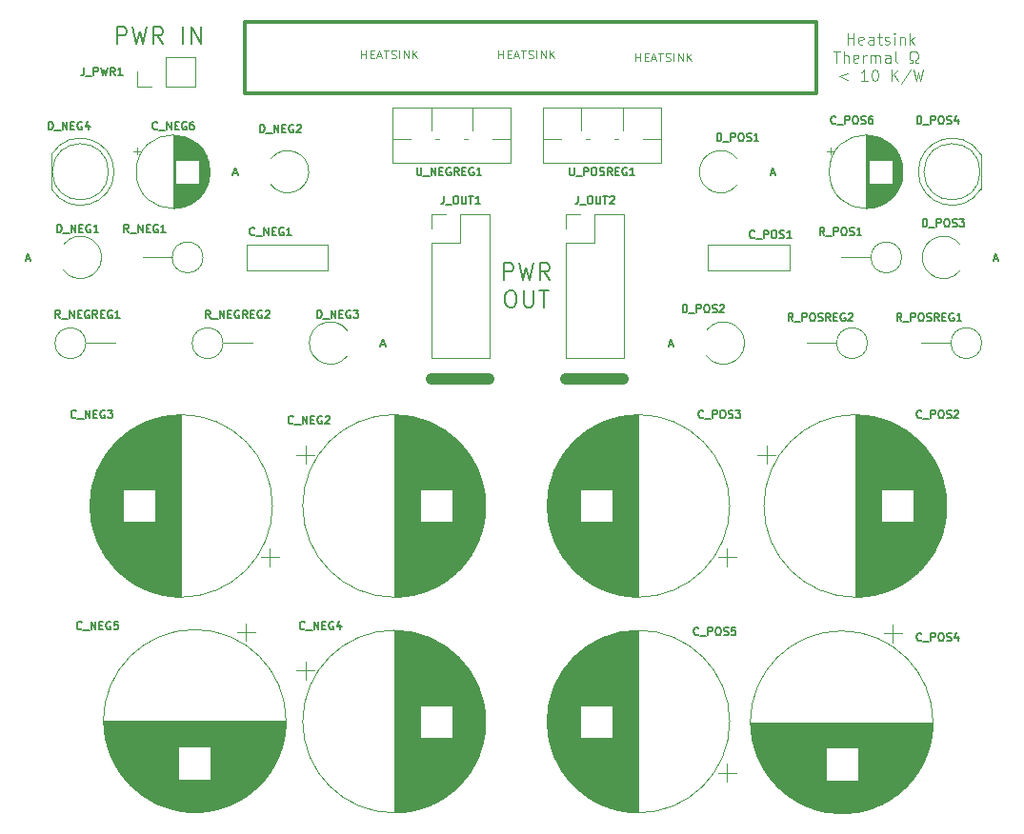
<source format=gbr>
G04 #@! TF.GenerationSoftware,KiCad,Pcbnew,(5.0.0-3-g5ebb6b6)*
G04 #@! TF.CreationDate,2018-11-24T00:30:52+00:00*
G04 #@! TF.ProjectId,AdjustablePSU,41646A75737461626C655053552E6B69,rev?*
G04 #@! TF.SameCoordinates,Original*
G04 #@! TF.FileFunction,Legend,Top*
G04 #@! TF.FilePolarity,Positive*
%FSLAX46Y46*%
G04 Gerber Fmt 4.6, Leading zero omitted, Abs format (unit mm)*
G04 Created by KiCad (PCBNEW (5.0.0-3-g5ebb6b6)) date Saturday, 24 November 2018 at 00:30:52*
%MOMM*%
%LPD*%
G01*
G04 APERTURE LIST*
%ADD10C,0.125000*%
%ADD11C,0.100000*%
%ADD12C,0.200000*%
%ADD13C,0.300000*%
%ADD14C,1.000000*%
%ADD15C,0.120000*%
%ADD16C,0.175000*%
G04 APERTURE END LIST*
D10*
X177387619Y-58517380D02*
X177387619Y-57517380D01*
X177387619Y-57993571D02*
X177959047Y-57993571D01*
X177959047Y-58517380D02*
X177959047Y-57517380D01*
X178816190Y-58469761D02*
X178720952Y-58517380D01*
X178530476Y-58517380D01*
X178435238Y-58469761D01*
X178387619Y-58374523D01*
X178387619Y-57993571D01*
X178435238Y-57898333D01*
X178530476Y-57850714D01*
X178720952Y-57850714D01*
X178816190Y-57898333D01*
X178863809Y-57993571D01*
X178863809Y-58088809D01*
X178387619Y-58184047D01*
X179720952Y-58517380D02*
X179720952Y-57993571D01*
X179673333Y-57898333D01*
X179578095Y-57850714D01*
X179387619Y-57850714D01*
X179292380Y-57898333D01*
X179720952Y-58469761D02*
X179625714Y-58517380D01*
X179387619Y-58517380D01*
X179292380Y-58469761D01*
X179244761Y-58374523D01*
X179244761Y-58279285D01*
X179292380Y-58184047D01*
X179387619Y-58136428D01*
X179625714Y-58136428D01*
X179720952Y-58088809D01*
X180054285Y-57850714D02*
X180435238Y-57850714D01*
X180197142Y-57517380D02*
X180197142Y-58374523D01*
X180244761Y-58469761D01*
X180340000Y-58517380D01*
X180435238Y-58517380D01*
X180720952Y-58469761D02*
X180816190Y-58517380D01*
X181006666Y-58517380D01*
X181101904Y-58469761D01*
X181149523Y-58374523D01*
X181149523Y-58326904D01*
X181101904Y-58231666D01*
X181006666Y-58184047D01*
X180863809Y-58184047D01*
X180768571Y-58136428D01*
X180720952Y-58041190D01*
X180720952Y-57993571D01*
X180768571Y-57898333D01*
X180863809Y-57850714D01*
X181006666Y-57850714D01*
X181101904Y-57898333D01*
X181578095Y-58517380D02*
X181578095Y-57850714D01*
X181578095Y-57517380D02*
X181530476Y-57565000D01*
X181578095Y-57612619D01*
X181625714Y-57565000D01*
X181578095Y-57517380D01*
X181578095Y-57612619D01*
X182054285Y-57850714D02*
X182054285Y-58517380D01*
X182054285Y-57945952D02*
X182101904Y-57898333D01*
X182197142Y-57850714D01*
X182340000Y-57850714D01*
X182435238Y-57898333D01*
X182482857Y-57993571D01*
X182482857Y-58517380D01*
X182959047Y-58517380D02*
X182959047Y-57517380D01*
X183054285Y-58136428D02*
X183340000Y-58517380D01*
X183340000Y-57850714D02*
X182959047Y-58231666D01*
X176149523Y-59142380D02*
X176720952Y-59142380D01*
X176435238Y-60142380D02*
X176435238Y-59142380D01*
X177054285Y-60142380D02*
X177054285Y-59142380D01*
X177482857Y-60142380D02*
X177482857Y-59618571D01*
X177435238Y-59523333D01*
X177340000Y-59475714D01*
X177197142Y-59475714D01*
X177101904Y-59523333D01*
X177054285Y-59570952D01*
X178340000Y-60094761D02*
X178244761Y-60142380D01*
X178054285Y-60142380D01*
X177959047Y-60094761D01*
X177911428Y-59999523D01*
X177911428Y-59618571D01*
X177959047Y-59523333D01*
X178054285Y-59475714D01*
X178244761Y-59475714D01*
X178340000Y-59523333D01*
X178387619Y-59618571D01*
X178387619Y-59713809D01*
X177911428Y-59809047D01*
X178816190Y-60142380D02*
X178816190Y-59475714D01*
X178816190Y-59666190D02*
X178863809Y-59570952D01*
X178911428Y-59523333D01*
X179006666Y-59475714D01*
X179101904Y-59475714D01*
X179435238Y-60142380D02*
X179435238Y-59475714D01*
X179435238Y-59570952D02*
X179482857Y-59523333D01*
X179578095Y-59475714D01*
X179720952Y-59475714D01*
X179816190Y-59523333D01*
X179863809Y-59618571D01*
X179863809Y-60142380D01*
X179863809Y-59618571D02*
X179911428Y-59523333D01*
X180006666Y-59475714D01*
X180149523Y-59475714D01*
X180244761Y-59523333D01*
X180292380Y-59618571D01*
X180292380Y-60142380D01*
X181197142Y-60142380D02*
X181197142Y-59618571D01*
X181149523Y-59523333D01*
X181054285Y-59475714D01*
X180863809Y-59475714D01*
X180768571Y-59523333D01*
X181197142Y-60094761D02*
X181101904Y-60142380D01*
X180863809Y-60142380D01*
X180768571Y-60094761D01*
X180720952Y-59999523D01*
X180720952Y-59904285D01*
X180768571Y-59809047D01*
X180863809Y-59761428D01*
X181101904Y-59761428D01*
X181197142Y-59713809D01*
X181816190Y-60142380D02*
X181720952Y-60094761D01*
X181673333Y-59999523D01*
X181673333Y-59142380D01*
X182911428Y-60142380D02*
X183149523Y-60142380D01*
X183149523Y-59951904D01*
X183054285Y-59904285D01*
X182959047Y-59809047D01*
X182911428Y-59666190D01*
X182911428Y-59428095D01*
X182959047Y-59285238D01*
X183054285Y-59190000D01*
X183197142Y-59142380D01*
X183387619Y-59142380D01*
X183530476Y-59190000D01*
X183625714Y-59285238D01*
X183673333Y-59428095D01*
X183673333Y-59666190D01*
X183625714Y-59809047D01*
X183530476Y-59904285D01*
X183435238Y-59951904D01*
X183435238Y-60142380D01*
X183673333Y-60142380D01*
X177411428Y-61100714D02*
X176649523Y-61386428D01*
X177411428Y-61672142D01*
X179173333Y-61767380D02*
X178601904Y-61767380D01*
X178887619Y-61767380D02*
X178887619Y-60767380D01*
X178792380Y-60910238D01*
X178697142Y-61005476D01*
X178601904Y-61053095D01*
X179792380Y-60767380D02*
X179887619Y-60767380D01*
X179982857Y-60815000D01*
X180030476Y-60862619D01*
X180078095Y-60957857D01*
X180125714Y-61148333D01*
X180125714Y-61386428D01*
X180078095Y-61576904D01*
X180030476Y-61672142D01*
X179982857Y-61719761D01*
X179887619Y-61767380D01*
X179792380Y-61767380D01*
X179697142Y-61719761D01*
X179649523Y-61672142D01*
X179601904Y-61576904D01*
X179554285Y-61386428D01*
X179554285Y-61148333D01*
X179601904Y-60957857D01*
X179649523Y-60862619D01*
X179697142Y-60815000D01*
X179792380Y-60767380D01*
X181316190Y-61767380D02*
X181316190Y-60767380D01*
X181887619Y-61767380D02*
X181459047Y-61195952D01*
X181887619Y-60767380D02*
X181316190Y-61338809D01*
X183030476Y-60719761D02*
X182173333Y-62005476D01*
X183268571Y-60767380D02*
X183506666Y-61767380D01*
X183697142Y-61053095D01*
X183887619Y-61767380D01*
X184125714Y-60767380D01*
D11*
X158571714Y-60029285D02*
X158571714Y-59279285D01*
X158571714Y-59636428D02*
X159000285Y-59636428D01*
X159000285Y-60029285D02*
X159000285Y-59279285D01*
X159357428Y-59636428D02*
X159607428Y-59636428D01*
X159714571Y-60029285D02*
X159357428Y-60029285D01*
X159357428Y-59279285D01*
X159714571Y-59279285D01*
X160000285Y-59815000D02*
X160357428Y-59815000D01*
X159928857Y-60029285D02*
X160178857Y-59279285D01*
X160428857Y-60029285D01*
X160571714Y-59279285D02*
X161000285Y-59279285D01*
X160786000Y-60029285D02*
X160786000Y-59279285D01*
X161214571Y-59993571D02*
X161321714Y-60029285D01*
X161500285Y-60029285D01*
X161571714Y-59993571D01*
X161607428Y-59957857D01*
X161643142Y-59886428D01*
X161643142Y-59815000D01*
X161607428Y-59743571D01*
X161571714Y-59707857D01*
X161500285Y-59672142D01*
X161357428Y-59636428D01*
X161286000Y-59600714D01*
X161250285Y-59565000D01*
X161214571Y-59493571D01*
X161214571Y-59422142D01*
X161250285Y-59350714D01*
X161286000Y-59315000D01*
X161357428Y-59279285D01*
X161536000Y-59279285D01*
X161643142Y-59315000D01*
X161964571Y-60029285D02*
X161964571Y-59279285D01*
X162321714Y-60029285D02*
X162321714Y-59279285D01*
X162750285Y-60029285D01*
X162750285Y-59279285D01*
X163107428Y-60029285D02*
X163107428Y-59279285D01*
X163536000Y-60029285D02*
X163214571Y-59600714D01*
X163536000Y-59279285D02*
X163107428Y-59707857D01*
D12*
X112490714Y-58463571D02*
X112490714Y-56963571D01*
X113062142Y-56963571D01*
X113205000Y-57035000D01*
X113276428Y-57106428D01*
X113347857Y-57249285D01*
X113347857Y-57463571D01*
X113276428Y-57606428D01*
X113205000Y-57677857D01*
X113062142Y-57749285D01*
X112490714Y-57749285D01*
X113847857Y-56963571D02*
X114205000Y-58463571D01*
X114490714Y-57392142D01*
X114776428Y-58463571D01*
X115133571Y-56963571D01*
X116562142Y-58463571D02*
X116062142Y-57749285D01*
X115705000Y-58463571D02*
X115705000Y-56963571D01*
X116276428Y-56963571D01*
X116419285Y-57035000D01*
X116490714Y-57106428D01*
X116562142Y-57249285D01*
X116562142Y-57463571D01*
X116490714Y-57606428D01*
X116419285Y-57677857D01*
X116276428Y-57749285D01*
X115705000Y-57749285D01*
X118347857Y-58463571D02*
X118347857Y-56963571D01*
X119062142Y-58463571D02*
X119062142Y-56963571D01*
X119919285Y-58463571D01*
X119919285Y-56963571D01*
D13*
X174625000Y-56515000D02*
X174625000Y-62865000D01*
X123825000Y-56515000D02*
X123825000Y-62865000D01*
X174625000Y-56515000D02*
X123825000Y-56515000D01*
X174625000Y-62865000D02*
X123825000Y-62865000D01*
D12*
X146844000Y-79463571D02*
X146844000Y-77963571D01*
X147415428Y-77963571D01*
X147558285Y-78035000D01*
X147629714Y-78106428D01*
X147701142Y-78249285D01*
X147701142Y-78463571D01*
X147629714Y-78606428D01*
X147558285Y-78677857D01*
X147415428Y-78749285D01*
X146844000Y-78749285D01*
X148201142Y-77963571D02*
X148558285Y-79463571D01*
X148844000Y-78392142D01*
X149129714Y-79463571D01*
X149486857Y-77963571D01*
X150915428Y-79463571D02*
X150415428Y-78749285D01*
X150058285Y-79463571D02*
X150058285Y-77963571D01*
X150629714Y-77963571D01*
X150772571Y-78035000D01*
X150844000Y-78106428D01*
X150915428Y-78249285D01*
X150915428Y-78463571D01*
X150844000Y-78606428D01*
X150772571Y-78677857D01*
X150629714Y-78749285D01*
X150058285Y-78749285D01*
X147344000Y-80413571D02*
X147629714Y-80413571D01*
X147772571Y-80485000D01*
X147915428Y-80627857D01*
X147986857Y-80913571D01*
X147986857Y-81413571D01*
X147915428Y-81699285D01*
X147772571Y-81842142D01*
X147629714Y-81913571D01*
X147344000Y-81913571D01*
X147201142Y-81842142D01*
X147058285Y-81699285D01*
X146986857Y-81413571D01*
X146986857Y-80913571D01*
X147058285Y-80627857D01*
X147201142Y-80485000D01*
X147344000Y-80413571D01*
X148629714Y-80413571D02*
X148629714Y-81627857D01*
X148701142Y-81770714D01*
X148772571Y-81842142D01*
X148915428Y-81913571D01*
X149201142Y-81913571D01*
X149344000Y-81842142D01*
X149415428Y-81770714D01*
X149486857Y-81627857D01*
X149486857Y-80413571D01*
X149986857Y-80413571D02*
X150844000Y-80413571D01*
X150415428Y-81913571D02*
X150415428Y-80413571D01*
D14*
X152400000Y-88265000D02*
X157480000Y-88265000D01*
X140462000Y-88265000D02*
X145542000Y-88265000D01*
D11*
X146379714Y-59775285D02*
X146379714Y-59025285D01*
X146379714Y-59382428D02*
X146808285Y-59382428D01*
X146808285Y-59775285D02*
X146808285Y-59025285D01*
X147165428Y-59382428D02*
X147415428Y-59382428D01*
X147522571Y-59775285D02*
X147165428Y-59775285D01*
X147165428Y-59025285D01*
X147522571Y-59025285D01*
X147808285Y-59561000D02*
X148165428Y-59561000D01*
X147736857Y-59775285D02*
X147986857Y-59025285D01*
X148236857Y-59775285D01*
X148379714Y-59025285D02*
X148808285Y-59025285D01*
X148594000Y-59775285D02*
X148594000Y-59025285D01*
X149022571Y-59739571D02*
X149129714Y-59775285D01*
X149308285Y-59775285D01*
X149379714Y-59739571D01*
X149415428Y-59703857D01*
X149451142Y-59632428D01*
X149451142Y-59561000D01*
X149415428Y-59489571D01*
X149379714Y-59453857D01*
X149308285Y-59418142D01*
X149165428Y-59382428D01*
X149094000Y-59346714D01*
X149058285Y-59311000D01*
X149022571Y-59239571D01*
X149022571Y-59168142D01*
X149058285Y-59096714D01*
X149094000Y-59061000D01*
X149165428Y-59025285D01*
X149344000Y-59025285D01*
X149451142Y-59061000D01*
X149772571Y-59775285D02*
X149772571Y-59025285D01*
X150129714Y-59775285D02*
X150129714Y-59025285D01*
X150558285Y-59775285D01*
X150558285Y-59025285D01*
X150915428Y-59775285D02*
X150915428Y-59025285D01*
X151344000Y-59775285D02*
X151022571Y-59346714D01*
X151344000Y-59025285D02*
X150915428Y-59453857D01*
X134187714Y-59775285D02*
X134187714Y-59025285D01*
X134187714Y-59382428D02*
X134616285Y-59382428D01*
X134616285Y-59775285D02*
X134616285Y-59025285D01*
X134973428Y-59382428D02*
X135223428Y-59382428D01*
X135330571Y-59775285D02*
X134973428Y-59775285D01*
X134973428Y-59025285D01*
X135330571Y-59025285D01*
X135616285Y-59561000D02*
X135973428Y-59561000D01*
X135544857Y-59775285D02*
X135794857Y-59025285D01*
X136044857Y-59775285D01*
X136187714Y-59025285D02*
X136616285Y-59025285D01*
X136402000Y-59775285D02*
X136402000Y-59025285D01*
X136830571Y-59739571D02*
X136937714Y-59775285D01*
X137116285Y-59775285D01*
X137187714Y-59739571D01*
X137223428Y-59703857D01*
X137259142Y-59632428D01*
X137259142Y-59561000D01*
X137223428Y-59489571D01*
X137187714Y-59453857D01*
X137116285Y-59418142D01*
X136973428Y-59382428D01*
X136902000Y-59346714D01*
X136866285Y-59311000D01*
X136830571Y-59239571D01*
X136830571Y-59168142D01*
X136866285Y-59096714D01*
X136902000Y-59061000D01*
X136973428Y-59025285D01*
X137152000Y-59025285D01*
X137259142Y-59061000D01*
X137580571Y-59775285D02*
X137580571Y-59025285D01*
X137937714Y-59775285D02*
X137937714Y-59025285D01*
X138366285Y-59775285D01*
X138366285Y-59025285D01*
X138723428Y-59775285D02*
X138723428Y-59025285D01*
X139152000Y-59775285D02*
X138830571Y-59346714D01*
X139152000Y-59025285D02*
X138723428Y-59453857D01*
D15*
G04 #@! TO.C,R_NEG1*
X117375000Y-77470000D02*
X114765000Y-77470000D01*
X120115000Y-77470000D02*
G75*
G03X120115000Y-77470000I-1370000J0D01*
G01*
G04 #@! TO.C,C_NEG6*
X120725000Y-69850000D02*
G75*
G03X120725000Y-69850000I-3270000J0D01*
G01*
X117455000Y-66620000D02*
X117455000Y-73080000D01*
X117495000Y-66620000D02*
X117495000Y-73080000D01*
X117535000Y-66620000D02*
X117535000Y-73080000D01*
X117575000Y-66622000D02*
X117575000Y-73078000D01*
X117615000Y-66623000D02*
X117615000Y-73077000D01*
X117655000Y-66626000D02*
X117655000Y-73074000D01*
X117695000Y-66628000D02*
X117695000Y-68810000D01*
X117695000Y-70890000D02*
X117695000Y-73072000D01*
X117735000Y-66632000D02*
X117735000Y-68810000D01*
X117735000Y-70890000D02*
X117735000Y-73068000D01*
X117775000Y-66635000D02*
X117775000Y-68810000D01*
X117775000Y-70890000D02*
X117775000Y-73065000D01*
X117815000Y-66639000D02*
X117815000Y-68810000D01*
X117815000Y-70890000D02*
X117815000Y-73061000D01*
X117855000Y-66644000D02*
X117855000Y-68810000D01*
X117855000Y-70890000D02*
X117855000Y-73056000D01*
X117895000Y-66649000D02*
X117895000Y-68810000D01*
X117895000Y-70890000D02*
X117895000Y-73051000D01*
X117935000Y-66655000D02*
X117935000Y-68810000D01*
X117935000Y-70890000D02*
X117935000Y-73045000D01*
X117975000Y-66661000D02*
X117975000Y-68810000D01*
X117975000Y-70890000D02*
X117975000Y-73039000D01*
X118015000Y-66668000D02*
X118015000Y-68810000D01*
X118015000Y-70890000D02*
X118015000Y-73032000D01*
X118055000Y-66675000D02*
X118055000Y-68810000D01*
X118055000Y-70890000D02*
X118055000Y-73025000D01*
X118095000Y-66683000D02*
X118095000Y-68810000D01*
X118095000Y-70890000D02*
X118095000Y-73017000D01*
X118135000Y-66691000D02*
X118135000Y-68810000D01*
X118135000Y-70890000D02*
X118135000Y-73009000D01*
X118176000Y-66700000D02*
X118176000Y-68810000D01*
X118176000Y-70890000D02*
X118176000Y-73000000D01*
X118216000Y-66709000D02*
X118216000Y-68810000D01*
X118216000Y-70890000D02*
X118216000Y-72991000D01*
X118256000Y-66719000D02*
X118256000Y-68810000D01*
X118256000Y-70890000D02*
X118256000Y-72981000D01*
X118296000Y-66729000D02*
X118296000Y-68810000D01*
X118296000Y-70890000D02*
X118296000Y-72971000D01*
X118336000Y-66740000D02*
X118336000Y-68810000D01*
X118336000Y-70890000D02*
X118336000Y-72960000D01*
X118376000Y-66752000D02*
X118376000Y-68810000D01*
X118376000Y-70890000D02*
X118376000Y-72948000D01*
X118416000Y-66764000D02*
X118416000Y-68810000D01*
X118416000Y-70890000D02*
X118416000Y-72936000D01*
X118456000Y-66776000D02*
X118456000Y-68810000D01*
X118456000Y-70890000D02*
X118456000Y-72924000D01*
X118496000Y-66789000D02*
X118496000Y-68810000D01*
X118496000Y-70890000D02*
X118496000Y-72911000D01*
X118536000Y-66803000D02*
X118536000Y-68810000D01*
X118536000Y-70890000D02*
X118536000Y-72897000D01*
X118576000Y-66817000D02*
X118576000Y-68810000D01*
X118576000Y-70890000D02*
X118576000Y-72883000D01*
X118616000Y-66832000D02*
X118616000Y-68810000D01*
X118616000Y-70890000D02*
X118616000Y-72868000D01*
X118656000Y-66848000D02*
X118656000Y-68810000D01*
X118656000Y-70890000D02*
X118656000Y-72852000D01*
X118696000Y-66864000D02*
X118696000Y-68810000D01*
X118696000Y-70890000D02*
X118696000Y-72836000D01*
X118736000Y-66880000D02*
X118736000Y-68810000D01*
X118736000Y-70890000D02*
X118736000Y-72820000D01*
X118776000Y-66898000D02*
X118776000Y-68810000D01*
X118776000Y-70890000D02*
X118776000Y-72802000D01*
X118816000Y-66916000D02*
X118816000Y-68810000D01*
X118816000Y-70890000D02*
X118816000Y-72784000D01*
X118856000Y-66934000D02*
X118856000Y-68810000D01*
X118856000Y-70890000D02*
X118856000Y-72766000D01*
X118896000Y-66954000D02*
X118896000Y-68810000D01*
X118896000Y-70890000D02*
X118896000Y-72746000D01*
X118936000Y-66974000D02*
X118936000Y-68810000D01*
X118936000Y-70890000D02*
X118936000Y-72726000D01*
X118976000Y-66994000D02*
X118976000Y-68810000D01*
X118976000Y-70890000D02*
X118976000Y-72706000D01*
X119016000Y-67016000D02*
X119016000Y-68810000D01*
X119016000Y-70890000D02*
X119016000Y-72684000D01*
X119056000Y-67038000D02*
X119056000Y-68810000D01*
X119056000Y-70890000D02*
X119056000Y-72662000D01*
X119096000Y-67060000D02*
X119096000Y-68810000D01*
X119096000Y-70890000D02*
X119096000Y-72640000D01*
X119136000Y-67084000D02*
X119136000Y-68810000D01*
X119136000Y-70890000D02*
X119136000Y-72616000D01*
X119176000Y-67108000D02*
X119176000Y-68810000D01*
X119176000Y-70890000D02*
X119176000Y-72592000D01*
X119216000Y-67134000D02*
X119216000Y-68810000D01*
X119216000Y-70890000D02*
X119216000Y-72566000D01*
X119256000Y-67160000D02*
X119256000Y-68810000D01*
X119256000Y-70890000D02*
X119256000Y-72540000D01*
X119296000Y-67186000D02*
X119296000Y-68810000D01*
X119296000Y-70890000D02*
X119296000Y-72514000D01*
X119336000Y-67214000D02*
X119336000Y-68810000D01*
X119336000Y-70890000D02*
X119336000Y-72486000D01*
X119376000Y-67243000D02*
X119376000Y-68810000D01*
X119376000Y-70890000D02*
X119376000Y-72457000D01*
X119416000Y-67272000D02*
X119416000Y-68810000D01*
X119416000Y-70890000D02*
X119416000Y-72428000D01*
X119456000Y-67302000D02*
X119456000Y-68810000D01*
X119456000Y-70890000D02*
X119456000Y-72398000D01*
X119496000Y-67334000D02*
X119496000Y-68810000D01*
X119496000Y-70890000D02*
X119496000Y-72366000D01*
X119536000Y-67366000D02*
X119536000Y-68810000D01*
X119536000Y-70890000D02*
X119536000Y-72334000D01*
X119576000Y-67400000D02*
X119576000Y-68810000D01*
X119576000Y-70890000D02*
X119576000Y-72300000D01*
X119616000Y-67434000D02*
X119616000Y-68810000D01*
X119616000Y-70890000D02*
X119616000Y-72266000D01*
X119656000Y-67470000D02*
X119656000Y-68810000D01*
X119656000Y-70890000D02*
X119656000Y-72230000D01*
X119696000Y-67507000D02*
X119696000Y-68810000D01*
X119696000Y-70890000D02*
X119696000Y-72193000D01*
X119736000Y-67545000D02*
X119736000Y-68810000D01*
X119736000Y-70890000D02*
X119736000Y-72155000D01*
X119776000Y-67585000D02*
X119776000Y-72115000D01*
X119816000Y-67626000D02*
X119816000Y-72074000D01*
X119856000Y-67668000D02*
X119856000Y-72032000D01*
X119896000Y-67713000D02*
X119896000Y-71987000D01*
X119936000Y-67758000D02*
X119936000Y-71942000D01*
X119976000Y-67806000D02*
X119976000Y-71894000D01*
X120016000Y-67855000D02*
X120016000Y-71845000D01*
X120056000Y-67906000D02*
X120056000Y-71794000D01*
X120096000Y-67960000D02*
X120096000Y-71740000D01*
X120136000Y-68016000D02*
X120136000Y-71684000D01*
X120176000Y-68074000D02*
X120176000Y-71626000D01*
X120216000Y-68136000D02*
X120216000Y-71564000D01*
X120256000Y-68200000D02*
X120256000Y-71500000D01*
X120296000Y-68269000D02*
X120296000Y-71431000D01*
X120336000Y-68341000D02*
X120336000Y-71359000D01*
X120376000Y-68418000D02*
X120376000Y-71282000D01*
X120416000Y-68500000D02*
X120416000Y-71200000D01*
X120456000Y-68588000D02*
X120456000Y-71112000D01*
X120496000Y-68685000D02*
X120496000Y-71015000D01*
X120536000Y-68791000D02*
X120536000Y-70909000D01*
X120576000Y-68910000D02*
X120576000Y-70790000D01*
X120616000Y-69048000D02*
X120616000Y-70652000D01*
X120656000Y-69217000D02*
X120656000Y-70483000D01*
X120696000Y-69448000D02*
X120696000Y-70252000D01*
X113954759Y-68011000D02*
X114584759Y-68011000D01*
X114269759Y-67696000D02*
X114269759Y-68326000D01*
G04 #@! TO.C,U_POSREG1*
X150325000Y-64142000D02*
X160825000Y-64142000D01*
X150325000Y-69083000D02*
X160825000Y-69083000D01*
X150325000Y-64142000D02*
X150325000Y-69083000D01*
X160825000Y-64142000D02*
X160825000Y-69083000D01*
X150325000Y-66902000D02*
X151932000Y-66902000D01*
X154138000Y-66902000D02*
X154473000Y-66902000D01*
X156678000Y-66902000D02*
X157013000Y-66902000D01*
X159218000Y-66902000D02*
X160825000Y-66902000D01*
X153725000Y-64142000D02*
X153725000Y-66160000D01*
X157426000Y-64142000D02*
X157426000Y-66160000D01*
G04 #@! TO.C,C_NEG5*
X124735000Y-110795509D02*
X123135000Y-110795509D01*
X123935000Y-109995509D02*
X123935000Y-111595509D01*
X120145000Y-126766000D02*
X118615000Y-126766000D01*
X120478000Y-126726000D02*
X118282000Y-126726000D01*
X120731000Y-126686000D02*
X118029000Y-126686000D01*
X120944000Y-126646000D02*
X117816000Y-126646000D01*
X121132000Y-126606000D02*
X117628000Y-126606000D01*
X121300000Y-126566000D02*
X117460000Y-126566000D01*
X121454000Y-126526000D02*
X117306000Y-126526000D01*
X121598000Y-126486000D02*
X117162000Y-126486000D01*
X121731000Y-126446000D02*
X117029000Y-126446000D01*
X121858000Y-126406000D02*
X116902000Y-126406000D01*
X121977000Y-126366000D02*
X116783000Y-126366000D01*
X122091000Y-126326000D02*
X116669000Y-126326000D01*
X122200000Y-126286000D02*
X116560000Y-126286000D01*
X122304000Y-126246000D02*
X116456000Y-126246000D01*
X122404000Y-126206000D02*
X116356000Y-126206000D01*
X122500000Y-126166000D02*
X116260000Y-126166000D01*
X122593000Y-126126000D02*
X116167000Y-126126000D01*
X122683000Y-126086000D02*
X116077000Y-126086000D01*
X122770000Y-126046000D02*
X115990000Y-126046000D01*
X122855000Y-126006000D02*
X115905000Y-126006000D01*
X122937000Y-125966000D02*
X115823000Y-125966000D01*
X123017000Y-125926000D02*
X115743000Y-125926000D01*
X123095000Y-125886000D02*
X115665000Y-125886000D01*
X123170000Y-125846000D02*
X115590000Y-125846000D01*
X123244000Y-125806000D02*
X115516000Y-125806000D01*
X123316000Y-125766000D02*
X115444000Y-125766000D01*
X123387000Y-125726000D02*
X115373000Y-125726000D01*
X123456000Y-125686000D02*
X115304000Y-125686000D01*
X123523000Y-125646000D02*
X115237000Y-125646000D01*
X123589000Y-125606000D02*
X115171000Y-125606000D01*
X123653000Y-125566000D02*
X115107000Y-125566000D01*
X123716000Y-125526000D02*
X115044000Y-125526000D01*
X123778000Y-125486000D02*
X114982000Y-125486000D01*
X123839000Y-125446000D02*
X114921000Y-125446000D01*
X123899000Y-125406000D02*
X114861000Y-125406000D01*
X123957000Y-125366000D02*
X114803000Y-125366000D01*
X124014000Y-125326000D02*
X114746000Y-125326000D01*
X124071000Y-125286000D02*
X114689000Y-125286000D01*
X124126000Y-125246000D02*
X114634000Y-125246000D01*
X124180000Y-125206000D02*
X114580000Y-125206000D01*
X124234000Y-125166000D02*
X114526000Y-125166000D01*
X124286000Y-125126000D02*
X114474000Y-125126000D01*
X124338000Y-125086000D02*
X114422000Y-125086000D01*
X124389000Y-125046000D02*
X114371000Y-125046000D01*
X124439000Y-125006000D02*
X114321000Y-125006000D01*
X124488000Y-124966000D02*
X114272000Y-124966000D01*
X124536000Y-124926000D02*
X114224000Y-124926000D01*
X124584000Y-124886000D02*
X114176000Y-124886000D01*
X124631000Y-124846000D02*
X114129000Y-124846000D01*
X124677000Y-124806000D02*
X114083000Y-124806000D01*
X124723000Y-124766000D02*
X114037000Y-124766000D01*
X124768000Y-124726000D02*
X113992000Y-124726000D01*
X124812000Y-124686000D02*
X113948000Y-124686000D01*
X124855000Y-124646000D02*
X113905000Y-124646000D01*
X124898000Y-124606000D02*
X113862000Y-124606000D01*
X124940000Y-124566000D02*
X113820000Y-124566000D01*
X124982000Y-124526000D02*
X113778000Y-124526000D01*
X125023000Y-124486000D02*
X113737000Y-124486000D01*
X125064000Y-124446000D02*
X113696000Y-124446000D01*
X125104000Y-124406000D02*
X113656000Y-124406000D01*
X125143000Y-124366000D02*
X113617000Y-124366000D01*
X125182000Y-124326000D02*
X113578000Y-124326000D01*
X125220000Y-124286000D02*
X113540000Y-124286000D01*
X125258000Y-124246000D02*
X113502000Y-124246000D01*
X125296000Y-124206000D02*
X113464000Y-124206000D01*
X125332000Y-124166000D02*
X113428000Y-124166000D01*
X125369000Y-124126000D02*
X113391000Y-124126000D01*
X125405000Y-124086000D02*
X113355000Y-124086000D01*
X125440000Y-124046000D02*
X113320000Y-124046000D01*
X125475000Y-124006000D02*
X113285000Y-124006000D01*
X125509000Y-123966000D02*
X113251000Y-123966000D01*
X125543000Y-123926000D02*
X113217000Y-123926000D01*
X125577000Y-123886000D02*
X113183000Y-123886000D01*
X117940000Y-123846000D02*
X113150000Y-123846000D01*
X125610000Y-123846000D02*
X120820000Y-123846000D01*
X117940000Y-123806000D02*
X113117000Y-123806000D01*
X125643000Y-123806000D02*
X120820000Y-123806000D01*
X117940000Y-123766000D02*
X113085000Y-123766000D01*
X125675000Y-123766000D02*
X120820000Y-123766000D01*
X117940000Y-123726000D02*
X113053000Y-123726000D01*
X125707000Y-123726000D02*
X120820000Y-123726000D01*
X117940000Y-123686000D02*
X113022000Y-123686000D01*
X125738000Y-123686000D02*
X120820000Y-123686000D01*
X117940000Y-123646000D02*
X112990000Y-123646000D01*
X125770000Y-123646000D02*
X120820000Y-123646000D01*
X117940000Y-123606000D02*
X112960000Y-123606000D01*
X125800000Y-123606000D02*
X120820000Y-123606000D01*
X117940000Y-123566000D02*
X112930000Y-123566000D01*
X125830000Y-123566000D02*
X120820000Y-123566000D01*
X117940000Y-123526000D02*
X112900000Y-123526000D01*
X125860000Y-123526000D02*
X120820000Y-123526000D01*
X117940000Y-123486000D02*
X112870000Y-123486000D01*
X125890000Y-123486000D02*
X120820000Y-123486000D01*
X117940000Y-123446000D02*
X112841000Y-123446000D01*
X125919000Y-123446000D02*
X120820000Y-123446000D01*
X117940000Y-123406000D02*
X112812000Y-123406000D01*
X125948000Y-123406000D02*
X120820000Y-123406000D01*
X117940000Y-123366000D02*
X112784000Y-123366000D01*
X125976000Y-123366000D02*
X120820000Y-123366000D01*
X117940000Y-123326000D02*
X112756000Y-123326000D01*
X126004000Y-123326000D02*
X120820000Y-123326000D01*
X117940000Y-123286000D02*
X112728000Y-123286000D01*
X126032000Y-123286000D02*
X120820000Y-123286000D01*
X117940000Y-123246000D02*
X112701000Y-123246000D01*
X126059000Y-123246000D02*
X120820000Y-123246000D01*
X117940000Y-123206000D02*
X112674000Y-123206000D01*
X126086000Y-123206000D02*
X120820000Y-123206000D01*
X117940000Y-123166000D02*
X112647000Y-123166000D01*
X126113000Y-123166000D02*
X120820000Y-123166000D01*
X117940000Y-123126000D02*
X112621000Y-123126000D01*
X126139000Y-123126000D02*
X120820000Y-123126000D01*
X117940000Y-123086000D02*
X112595000Y-123086000D01*
X126165000Y-123086000D02*
X120820000Y-123086000D01*
X117940000Y-123046000D02*
X112569000Y-123046000D01*
X126191000Y-123046000D02*
X120820000Y-123046000D01*
X117940000Y-123006000D02*
X112544000Y-123006000D01*
X126216000Y-123006000D02*
X120820000Y-123006000D01*
X117940000Y-122966000D02*
X112519000Y-122966000D01*
X126241000Y-122966000D02*
X120820000Y-122966000D01*
X117940000Y-122926000D02*
X112494000Y-122926000D01*
X126266000Y-122926000D02*
X120820000Y-122926000D01*
X117940000Y-122886000D02*
X112470000Y-122886000D01*
X126290000Y-122886000D02*
X120820000Y-122886000D01*
X117940000Y-122846000D02*
X112446000Y-122846000D01*
X126314000Y-122846000D02*
X120820000Y-122846000D01*
X117940000Y-122806000D02*
X112422000Y-122806000D01*
X126338000Y-122806000D02*
X120820000Y-122806000D01*
X117940000Y-122766000D02*
X112399000Y-122766000D01*
X126361000Y-122766000D02*
X120820000Y-122766000D01*
X117940000Y-122726000D02*
X112376000Y-122726000D01*
X126384000Y-122726000D02*
X120820000Y-122726000D01*
X117940000Y-122686000D02*
X112353000Y-122686000D01*
X126407000Y-122686000D02*
X120820000Y-122686000D01*
X117940000Y-122646000D02*
X112331000Y-122646000D01*
X126429000Y-122646000D02*
X120820000Y-122646000D01*
X117940000Y-122606000D02*
X112308000Y-122606000D01*
X126452000Y-122606000D02*
X120820000Y-122606000D01*
X117940000Y-122566000D02*
X112286000Y-122566000D01*
X126474000Y-122566000D02*
X120820000Y-122566000D01*
X117940000Y-122526000D02*
X112265000Y-122526000D01*
X126495000Y-122526000D02*
X120820000Y-122526000D01*
X117940000Y-122486000D02*
X112244000Y-122486000D01*
X126516000Y-122486000D02*
X120820000Y-122486000D01*
X117940000Y-122446000D02*
X112223000Y-122446000D01*
X126537000Y-122446000D02*
X120820000Y-122446000D01*
X117940000Y-122406000D02*
X112202000Y-122406000D01*
X126558000Y-122406000D02*
X120820000Y-122406000D01*
X117940000Y-122366000D02*
X112181000Y-122366000D01*
X126579000Y-122366000D02*
X120820000Y-122366000D01*
X117940000Y-122326000D02*
X112161000Y-122326000D01*
X126599000Y-122326000D02*
X120820000Y-122326000D01*
X117940000Y-122286000D02*
X112141000Y-122286000D01*
X126619000Y-122286000D02*
X120820000Y-122286000D01*
X117940000Y-122246000D02*
X112122000Y-122246000D01*
X126638000Y-122246000D02*
X120820000Y-122246000D01*
X117940000Y-122206000D02*
X112102000Y-122206000D01*
X126658000Y-122206000D02*
X120820000Y-122206000D01*
X117940000Y-122166000D02*
X112083000Y-122166000D01*
X126677000Y-122166000D02*
X120820000Y-122166000D01*
X117940000Y-122126000D02*
X112064000Y-122126000D01*
X126696000Y-122126000D02*
X120820000Y-122126000D01*
X117940000Y-122086000D02*
X112046000Y-122086000D01*
X126714000Y-122086000D02*
X120820000Y-122086000D01*
X117940000Y-122046000D02*
X112027000Y-122046000D01*
X126733000Y-122046000D02*
X120820000Y-122046000D01*
X117940000Y-122006000D02*
X112009000Y-122006000D01*
X126751000Y-122006000D02*
X120820000Y-122006000D01*
X117940000Y-121966000D02*
X111991000Y-121966000D01*
X126769000Y-121966000D02*
X120820000Y-121966000D01*
X117940000Y-121926000D02*
X111974000Y-121926000D01*
X126786000Y-121926000D02*
X120820000Y-121926000D01*
X117940000Y-121886000D02*
X111957000Y-121886000D01*
X126803000Y-121886000D02*
X120820000Y-121886000D01*
X117940000Y-121846000D02*
X111940000Y-121846000D01*
X126820000Y-121846000D02*
X120820000Y-121846000D01*
X117940000Y-121806000D02*
X111923000Y-121806000D01*
X126837000Y-121806000D02*
X120820000Y-121806000D01*
X117940000Y-121766000D02*
X111906000Y-121766000D01*
X126854000Y-121766000D02*
X120820000Y-121766000D01*
X117940000Y-121726000D02*
X111890000Y-121726000D01*
X126870000Y-121726000D02*
X120820000Y-121726000D01*
X117940000Y-121686000D02*
X111874000Y-121686000D01*
X126886000Y-121686000D02*
X120820000Y-121686000D01*
X117940000Y-121646000D02*
X111858000Y-121646000D01*
X126902000Y-121646000D02*
X120820000Y-121646000D01*
X117940000Y-121606000D02*
X111843000Y-121606000D01*
X126917000Y-121606000D02*
X120820000Y-121606000D01*
X117940000Y-121566000D02*
X111827000Y-121566000D01*
X126933000Y-121566000D02*
X120820000Y-121566000D01*
X117940000Y-121526000D02*
X111812000Y-121526000D01*
X126948000Y-121526000D02*
X120820000Y-121526000D01*
X117940000Y-121486000D02*
X111798000Y-121486000D01*
X126962000Y-121486000D02*
X120820000Y-121486000D01*
X117940000Y-121446000D02*
X111783000Y-121446000D01*
X126977000Y-121446000D02*
X120820000Y-121446000D01*
X117940000Y-121406000D02*
X111769000Y-121406000D01*
X126991000Y-121406000D02*
X120820000Y-121406000D01*
X117940000Y-121366000D02*
X111755000Y-121366000D01*
X127005000Y-121366000D02*
X120820000Y-121366000D01*
X117940000Y-121326000D02*
X111741000Y-121326000D01*
X127019000Y-121326000D02*
X120820000Y-121326000D01*
X117940000Y-121286000D02*
X111727000Y-121286000D01*
X127033000Y-121286000D02*
X120820000Y-121286000D01*
X117940000Y-121246000D02*
X111714000Y-121246000D01*
X127046000Y-121246000D02*
X120820000Y-121246000D01*
X117940000Y-121206000D02*
X111700000Y-121206000D01*
X127060000Y-121206000D02*
X120820000Y-121206000D01*
X117940000Y-121166000D02*
X111687000Y-121166000D01*
X127073000Y-121166000D02*
X120820000Y-121166000D01*
X117940000Y-121126000D02*
X111675000Y-121126000D01*
X127085000Y-121126000D02*
X120820000Y-121126000D01*
X117940000Y-121086000D02*
X111662000Y-121086000D01*
X127098000Y-121086000D02*
X120820000Y-121086000D01*
X117940000Y-121046000D02*
X111650000Y-121046000D01*
X127110000Y-121046000D02*
X120820000Y-121046000D01*
X117940000Y-121006000D02*
X111638000Y-121006000D01*
X127122000Y-121006000D02*
X120820000Y-121006000D01*
X127134000Y-120966000D02*
X111626000Y-120966000D01*
X127145000Y-120926000D02*
X111615000Y-120926000D01*
X127157000Y-120886000D02*
X111603000Y-120886000D01*
X127168000Y-120846000D02*
X111592000Y-120846000D01*
X127179000Y-120806000D02*
X111581000Y-120806000D01*
X127190000Y-120766000D02*
X111570000Y-120766000D01*
X127200000Y-120726000D02*
X111560000Y-120726000D01*
X127210000Y-120686000D02*
X111550000Y-120686000D01*
X127220000Y-120646000D02*
X111540000Y-120646000D01*
X127230000Y-120606000D02*
X111530000Y-120606000D01*
X127240000Y-120566000D02*
X111520000Y-120566000D01*
X127249000Y-120526000D02*
X111511000Y-120526000D01*
X127258000Y-120486000D02*
X111502000Y-120486000D01*
X127267000Y-120446000D02*
X111493000Y-120446000D01*
X127276000Y-120406000D02*
X111484000Y-120406000D01*
X127285000Y-120366000D02*
X111475000Y-120366000D01*
X127293000Y-120326000D02*
X111467000Y-120326000D01*
X127301000Y-120286000D02*
X111459000Y-120286000D01*
X127309000Y-120246000D02*
X111451000Y-120246000D01*
X127317000Y-120206000D02*
X111443000Y-120206000D01*
X127324000Y-120166000D02*
X111436000Y-120166000D01*
X127332000Y-120126000D02*
X111428000Y-120126000D01*
X127339000Y-120086000D02*
X111421000Y-120086000D01*
X127346000Y-120046000D02*
X111414000Y-120046000D01*
X127352000Y-120006000D02*
X111408000Y-120006000D01*
X127359000Y-119966000D02*
X111401000Y-119966000D01*
X127365000Y-119926000D02*
X111395000Y-119926000D01*
X127371000Y-119886000D02*
X111389000Y-119886000D01*
X127377000Y-119846000D02*
X111383000Y-119846000D01*
X127383000Y-119806000D02*
X111377000Y-119806000D01*
X127388000Y-119766000D02*
X111372000Y-119766000D01*
X127394000Y-119726000D02*
X111366000Y-119726000D01*
X127399000Y-119686000D02*
X111361000Y-119686000D01*
X127404000Y-119646000D02*
X111356000Y-119646000D01*
X127408000Y-119606000D02*
X111352000Y-119606000D01*
X127413000Y-119566000D02*
X111347000Y-119566000D01*
X127417000Y-119526000D02*
X111343000Y-119526000D01*
X127421000Y-119486000D02*
X111339000Y-119486000D01*
X127425000Y-119446000D02*
X111335000Y-119446000D01*
X127429000Y-119406000D02*
X111331000Y-119406000D01*
X127432000Y-119365000D02*
X111328000Y-119365000D01*
X127435000Y-119325000D02*
X111325000Y-119325000D01*
X127438000Y-119285000D02*
X111322000Y-119285000D01*
X127441000Y-119245000D02*
X111319000Y-119245000D01*
X127444000Y-119205000D02*
X111316000Y-119205000D01*
X127446000Y-119165000D02*
X111314000Y-119165000D01*
X127449000Y-119125000D02*
X111311000Y-119125000D01*
X127451000Y-119085000D02*
X111309000Y-119085000D01*
X127453000Y-119045000D02*
X111307000Y-119045000D01*
X127454000Y-119005000D02*
X111306000Y-119005000D01*
X127456000Y-118965000D02*
X111304000Y-118965000D01*
X127457000Y-118925000D02*
X111303000Y-118925000D01*
X127458000Y-118885000D02*
X111302000Y-118885000D01*
X127459000Y-118845000D02*
X111301000Y-118845000D01*
X127460000Y-118805000D02*
X111300000Y-118805000D01*
X127460000Y-118765000D02*
X111300000Y-118765000D01*
X127460000Y-118725000D02*
X111300000Y-118725000D01*
X127461000Y-118685000D02*
X111299000Y-118685000D01*
X127500000Y-118685000D02*
G75*
G03X127500000Y-118685000I-8120000J0D01*
G01*
G04 #@! TO.C,C_NEG1*
X131215000Y-76350000D02*
X131215000Y-78590000D01*
X123975000Y-76350000D02*
X123975000Y-78590000D01*
X123975000Y-78590000D02*
X131215000Y-78590000D01*
X123975000Y-76350000D02*
X131215000Y-76350000D01*
G04 #@! TO.C,C_NEG2*
X129210509Y-94213000D02*
X129210509Y-95813000D01*
X128410509Y-95013000D02*
X130010509Y-95013000D01*
X145181000Y-98803000D02*
X145181000Y-100333000D01*
X145141000Y-98470000D02*
X145141000Y-100666000D01*
X145101000Y-98217000D02*
X145101000Y-100919000D01*
X145061000Y-98004000D02*
X145061000Y-101132000D01*
X145021000Y-97816000D02*
X145021000Y-101320000D01*
X144981000Y-97648000D02*
X144981000Y-101488000D01*
X144941000Y-97494000D02*
X144941000Y-101642000D01*
X144901000Y-97350000D02*
X144901000Y-101786000D01*
X144861000Y-97217000D02*
X144861000Y-101919000D01*
X144821000Y-97090000D02*
X144821000Y-102046000D01*
X144781000Y-96971000D02*
X144781000Y-102165000D01*
X144741000Y-96857000D02*
X144741000Y-102279000D01*
X144701000Y-96748000D02*
X144701000Y-102388000D01*
X144661000Y-96644000D02*
X144661000Y-102492000D01*
X144621000Y-96544000D02*
X144621000Y-102592000D01*
X144581000Y-96448000D02*
X144581000Y-102688000D01*
X144541000Y-96355000D02*
X144541000Y-102781000D01*
X144501000Y-96265000D02*
X144501000Y-102871000D01*
X144461000Y-96178000D02*
X144461000Y-102958000D01*
X144421000Y-96093000D02*
X144421000Y-103043000D01*
X144381000Y-96011000D02*
X144381000Y-103125000D01*
X144341000Y-95931000D02*
X144341000Y-103205000D01*
X144301000Y-95853000D02*
X144301000Y-103283000D01*
X144261000Y-95778000D02*
X144261000Y-103358000D01*
X144221000Y-95704000D02*
X144221000Y-103432000D01*
X144181000Y-95632000D02*
X144181000Y-103504000D01*
X144141000Y-95561000D02*
X144141000Y-103575000D01*
X144101000Y-95492000D02*
X144101000Y-103644000D01*
X144061000Y-95425000D02*
X144061000Y-103711000D01*
X144021000Y-95359000D02*
X144021000Y-103777000D01*
X143981000Y-95295000D02*
X143981000Y-103841000D01*
X143941000Y-95232000D02*
X143941000Y-103904000D01*
X143901000Y-95170000D02*
X143901000Y-103966000D01*
X143861000Y-95109000D02*
X143861000Y-104027000D01*
X143821000Y-95049000D02*
X143821000Y-104087000D01*
X143781000Y-94991000D02*
X143781000Y-104145000D01*
X143741000Y-94934000D02*
X143741000Y-104202000D01*
X143701000Y-94877000D02*
X143701000Y-104259000D01*
X143661000Y-94822000D02*
X143661000Y-104314000D01*
X143621000Y-94768000D02*
X143621000Y-104368000D01*
X143581000Y-94714000D02*
X143581000Y-104422000D01*
X143541000Y-94662000D02*
X143541000Y-104474000D01*
X143501000Y-94610000D02*
X143501000Y-104526000D01*
X143461000Y-94559000D02*
X143461000Y-104577000D01*
X143421000Y-94509000D02*
X143421000Y-104627000D01*
X143381000Y-94460000D02*
X143381000Y-104676000D01*
X143341000Y-94412000D02*
X143341000Y-104724000D01*
X143301000Y-94364000D02*
X143301000Y-104772000D01*
X143261000Y-94317000D02*
X143261000Y-104819000D01*
X143221000Y-94271000D02*
X143221000Y-104865000D01*
X143181000Y-94225000D02*
X143181000Y-104911000D01*
X143141000Y-94180000D02*
X143141000Y-104956000D01*
X143101000Y-94136000D02*
X143101000Y-105000000D01*
X143061000Y-94093000D02*
X143061000Y-105043000D01*
X143021000Y-94050000D02*
X143021000Y-105086000D01*
X142981000Y-94008000D02*
X142981000Y-105128000D01*
X142941000Y-93966000D02*
X142941000Y-105170000D01*
X142901000Y-93925000D02*
X142901000Y-105211000D01*
X142861000Y-93884000D02*
X142861000Y-105252000D01*
X142821000Y-93844000D02*
X142821000Y-105292000D01*
X142781000Y-93805000D02*
X142781000Y-105331000D01*
X142741000Y-93766000D02*
X142741000Y-105370000D01*
X142701000Y-93728000D02*
X142701000Y-105408000D01*
X142661000Y-93690000D02*
X142661000Y-105446000D01*
X142621000Y-93652000D02*
X142621000Y-105484000D01*
X142581000Y-93616000D02*
X142581000Y-105520000D01*
X142541000Y-93579000D02*
X142541000Y-105557000D01*
X142501000Y-93543000D02*
X142501000Y-105593000D01*
X142461000Y-93508000D02*
X142461000Y-105628000D01*
X142421000Y-93473000D02*
X142421000Y-105663000D01*
X142381000Y-93439000D02*
X142381000Y-105697000D01*
X142341000Y-93405000D02*
X142341000Y-105731000D01*
X142301000Y-93371000D02*
X142301000Y-105765000D01*
X142261000Y-101008000D02*
X142261000Y-105798000D01*
X142261000Y-93338000D02*
X142261000Y-98128000D01*
X142221000Y-101008000D02*
X142221000Y-105831000D01*
X142221000Y-93305000D02*
X142221000Y-98128000D01*
X142181000Y-101008000D02*
X142181000Y-105863000D01*
X142181000Y-93273000D02*
X142181000Y-98128000D01*
X142141000Y-101008000D02*
X142141000Y-105895000D01*
X142141000Y-93241000D02*
X142141000Y-98128000D01*
X142101000Y-101008000D02*
X142101000Y-105926000D01*
X142101000Y-93210000D02*
X142101000Y-98128000D01*
X142061000Y-101008000D02*
X142061000Y-105958000D01*
X142061000Y-93178000D02*
X142061000Y-98128000D01*
X142021000Y-101008000D02*
X142021000Y-105988000D01*
X142021000Y-93148000D02*
X142021000Y-98128000D01*
X141981000Y-101008000D02*
X141981000Y-106018000D01*
X141981000Y-93118000D02*
X141981000Y-98128000D01*
X141941000Y-101008000D02*
X141941000Y-106048000D01*
X141941000Y-93088000D02*
X141941000Y-98128000D01*
X141901000Y-101008000D02*
X141901000Y-106078000D01*
X141901000Y-93058000D02*
X141901000Y-98128000D01*
X141861000Y-101008000D02*
X141861000Y-106107000D01*
X141861000Y-93029000D02*
X141861000Y-98128000D01*
X141821000Y-101008000D02*
X141821000Y-106136000D01*
X141821000Y-93000000D02*
X141821000Y-98128000D01*
X141781000Y-101008000D02*
X141781000Y-106164000D01*
X141781000Y-92972000D02*
X141781000Y-98128000D01*
X141741000Y-101008000D02*
X141741000Y-106192000D01*
X141741000Y-92944000D02*
X141741000Y-98128000D01*
X141701000Y-101008000D02*
X141701000Y-106220000D01*
X141701000Y-92916000D02*
X141701000Y-98128000D01*
X141661000Y-101008000D02*
X141661000Y-106247000D01*
X141661000Y-92889000D02*
X141661000Y-98128000D01*
X141621000Y-101008000D02*
X141621000Y-106274000D01*
X141621000Y-92862000D02*
X141621000Y-98128000D01*
X141581000Y-101008000D02*
X141581000Y-106301000D01*
X141581000Y-92835000D02*
X141581000Y-98128000D01*
X141541000Y-101008000D02*
X141541000Y-106327000D01*
X141541000Y-92809000D02*
X141541000Y-98128000D01*
X141501000Y-101008000D02*
X141501000Y-106353000D01*
X141501000Y-92783000D02*
X141501000Y-98128000D01*
X141461000Y-101008000D02*
X141461000Y-106379000D01*
X141461000Y-92757000D02*
X141461000Y-98128000D01*
X141421000Y-101008000D02*
X141421000Y-106404000D01*
X141421000Y-92732000D02*
X141421000Y-98128000D01*
X141381000Y-101008000D02*
X141381000Y-106429000D01*
X141381000Y-92707000D02*
X141381000Y-98128000D01*
X141341000Y-101008000D02*
X141341000Y-106454000D01*
X141341000Y-92682000D02*
X141341000Y-98128000D01*
X141301000Y-101008000D02*
X141301000Y-106478000D01*
X141301000Y-92658000D02*
X141301000Y-98128000D01*
X141261000Y-101008000D02*
X141261000Y-106502000D01*
X141261000Y-92634000D02*
X141261000Y-98128000D01*
X141221000Y-101008000D02*
X141221000Y-106526000D01*
X141221000Y-92610000D02*
X141221000Y-98128000D01*
X141181000Y-101008000D02*
X141181000Y-106549000D01*
X141181000Y-92587000D02*
X141181000Y-98128000D01*
X141141000Y-101008000D02*
X141141000Y-106572000D01*
X141141000Y-92564000D02*
X141141000Y-98128000D01*
X141101000Y-101008000D02*
X141101000Y-106595000D01*
X141101000Y-92541000D02*
X141101000Y-98128000D01*
X141061000Y-101008000D02*
X141061000Y-106617000D01*
X141061000Y-92519000D02*
X141061000Y-98128000D01*
X141021000Y-101008000D02*
X141021000Y-106640000D01*
X141021000Y-92496000D02*
X141021000Y-98128000D01*
X140981000Y-101008000D02*
X140981000Y-106662000D01*
X140981000Y-92474000D02*
X140981000Y-98128000D01*
X140941000Y-101008000D02*
X140941000Y-106683000D01*
X140941000Y-92453000D02*
X140941000Y-98128000D01*
X140901000Y-101008000D02*
X140901000Y-106704000D01*
X140901000Y-92432000D02*
X140901000Y-98128000D01*
X140861000Y-101008000D02*
X140861000Y-106725000D01*
X140861000Y-92411000D02*
X140861000Y-98128000D01*
X140821000Y-101008000D02*
X140821000Y-106746000D01*
X140821000Y-92390000D02*
X140821000Y-98128000D01*
X140781000Y-101008000D02*
X140781000Y-106767000D01*
X140781000Y-92369000D02*
X140781000Y-98128000D01*
X140741000Y-101008000D02*
X140741000Y-106787000D01*
X140741000Y-92349000D02*
X140741000Y-98128000D01*
X140701000Y-101008000D02*
X140701000Y-106807000D01*
X140701000Y-92329000D02*
X140701000Y-98128000D01*
X140661000Y-101008000D02*
X140661000Y-106826000D01*
X140661000Y-92310000D02*
X140661000Y-98128000D01*
X140621000Y-101008000D02*
X140621000Y-106846000D01*
X140621000Y-92290000D02*
X140621000Y-98128000D01*
X140581000Y-101008000D02*
X140581000Y-106865000D01*
X140581000Y-92271000D02*
X140581000Y-98128000D01*
X140541000Y-101008000D02*
X140541000Y-106884000D01*
X140541000Y-92252000D02*
X140541000Y-98128000D01*
X140501000Y-101008000D02*
X140501000Y-106902000D01*
X140501000Y-92234000D02*
X140501000Y-98128000D01*
X140461000Y-101008000D02*
X140461000Y-106921000D01*
X140461000Y-92215000D02*
X140461000Y-98128000D01*
X140421000Y-101008000D02*
X140421000Y-106939000D01*
X140421000Y-92197000D02*
X140421000Y-98128000D01*
X140381000Y-101008000D02*
X140381000Y-106957000D01*
X140381000Y-92179000D02*
X140381000Y-98128000D01*
X140341000Y-101008000D02*
X140341000Y-106974000D01*
X140341000Y-92162000D02*
X140341000Y-98128000D01*
X140301000Y-101008000D02*
X140301000Y-106991000D01*
X140301000Y-92145000D02*
X140301000Y-98128000D01*
X140261000Y-101008000D02*
X140261000Y-107008000D01*
X140261000Y-92128000D02*
X140261000Y-98128000D01*
X140221000Y-101008000D02*
X140221000Y-107025000D01*
X140221000Y-92111000D02*
X140221000Y-98128000D01*
X140181000Y-101008000D02*
X140181000Y-107042000D01*
X140181000Y-92094000D02*
X140181000Y-98128000D01*
X140141000Y-101008000D02*
X140141000Y-107058000D01*
X140141000Y-92078000D02*
X140141000Y-98128000D01*
X140101000Y-101008000D02*
X140101000Y-107074000D01*
X140101000Y-92062000D02*
X140101000Y-98128000D01*
X140061000Y-101008000D02*
X140061000Y-107090000D01*
X140061000Y-92046000D02*
X140061000Y-98128000D01*
X140021000Y-101008000D02*
X140021000Y-107105000D01*
X140021000Y-92031000D02*
X140021000Y-98128000D01*
X139981000Y-101008000D02*
X139981000Y-107121000D01*
X139981000Y-92015000D02*
X139981000Y-98128000D01*
X139941000Y-101008000D02*
X139941000Y-107136000D01*
X139941000Y-92000000D02*
X139941000Y-98128000D01*
X139901000Y-101008000D02*
X139901000Y-107150000D01*
X139901000Y-91986000D02*
X139901000Y-98128000D01*
X139861000Y-101008000D02*
X139861000Y-107165000D01*
X139861000Y-91971000D02*
X139861000Y-98128000D01*
X139821000Y-101008000D02*
X139821000Y-107179000D01*
X139821000Y-91957000D02*
X139821000Y-98128000D01*
X139781000Y-101008000D02*
X139781000Y-107193000D01*
X139781000Y-91943000D02*
X139781000Y-98128000D01*
X139741000Y-101008000D02*
X139741000Y-107207000D01*
X139741000Y-91929000D02*
X139741000Y-98128000D01*
X139701000Y-101008000D02*
X139701000Y-107221000D01*
X139701000Y-91915000D02*
X139701000Y-98128000D01*
X139661000Y-101008000D02*
X139661000Y-107234000D01*
X139661000Y-91902000D02*
X139661000Y-98128000D01*
X139621000Y-101008000D02*
X139621000Y-107248000D01*
X139621000Y-91888000D02*
X139621000Y-98128000D01*
X139581000Y-101008000D02*
X139581000Y-107261000D01*
X139581000Y-91875000D02*
X139581000Y-98128000D01*
X139541000Y-101008000D02*
X139541000Y-107273000D01*
X139541000Y-91863000D02*
X139541000Y-98128000D01*
X139501000Y-101008000D02*
X139501000Y-107286000D01*
X139501000Y-91850000D02*
X139501000Y-98128000D01*
X139461000Y-101008000D02*
X139461000Y-107298000D01*
X139461000Y-91838000D02*
X139461000Y-98128000D01*
X139421000Y-101008000D02*
X139421000Y-107310000D01*
X139421000Y-91826000D02*
X139421000Y-98128000D01*
X139381000Y-91814000D02*
X139381000Y-107322000D01*
X139341000Y-91803000D02*
X139341000Y-107333000D01*
X139301000Y-91791000D02*
X139301000Y-107345000D01*
X139261000Y-91780000D02*
X139261000Y-107356000D01*
X139221000Y-91769000D02*
X139221000Y-107367000D01*
X139181000Y-91758000D02*
X139181000Y-107378000D01*
X139141000Y-91748000D02*
X139141000Y-107388000D01*
X139101000Y-91738000D02*
X139101000Y-107398000D01*
X139061000Y-91728000D02*
X139061000Y-107408000D01*
X139021000Y-91718000D02*
X139021000Y-107418000D01*
X138981000Y-91708000D02*
X138981000Y-107428000D01*
X138941000Y-91699000D02*
X138941000Y-107437000D01*
X138901000Y-91690000D02*
X138901000Y-107446000D01*
X138861000Y-91681000D02*
X138861000Y-107455000D01*
X138821000Y-91672000D02*
X138821000Y-107464000D01*
X138781000Y-91663000D02*
X138781000Y-107473000D01*
X138741000Y-91655000D02*
X138741000Y-107481000D01*
X138701000Y-91647000D02*
X138701000Y-107489000D01*
X138661000Y-91639000D02*
X138661000Y-107497000D01*
X138621000Y-91631000D02*
X138621000Y-107505000D01*
X138581000Y-91624000D02*
X138581000Y-107512000D01*
X138541000Y-91616000D02*
X138541000Y-107520000D01*
X138501000Y-91609000D02*
X138501000Y-107527000D01*
X138461000Y-91602000D02*
X138461000Y-107534000D01*
X138421000Y-91596000D02*
X138421000Y-107540000D01*
X138381000Y-91589000D02*
X138381000Y-107547000D01*
X138341000Y-91583000D02*
X138341000Y-107553000D01*
X138301000Y-91577000D02*
X138301000Y-107559000D01*
X138261000Y-91571000D02*
X138261000Y-107565000D01*
X138221000Y-91565000D02*
X138221000Y-107571000D01*
X138181000Y-91560000D02*
X138181000Y-107576000D01*
X138141000Y-91554000D02*
X138141000Y-107582000D01*
X138101000Y-91549000D02*
X138101000Y-107587000D01*
X138061000Y-91544000D02*
X138061000Y-107592000D01*
X138021000Y-91540000D02*
X138021000Y-107596000D01*
X137981000Y-91535000D02*
X137981000Y-107601000D01*
X137941000Y-91531000D02*
X137941000Y-107605000D01*
X137901000Y-91527000D02*
X137901000Y-107609000D01*
X137861000Y-91523000D02*
X137861000Y-107613000D01*
X137821000Y-91519000D02*
X137821000Y-107617000D01*
X137780000Y-91516000D02*
X137780000Y-107620000D01*
X137740000Y-91513000D02*
X137740000Y-107623000D01*
X137700000Y-91510000D02*
X137700000Y-107626000D01*
X137660000Y-91507000D02*
X137660000Y-107629000D01*
X137620000Y-91504000D02*
X137620000Y-107632000D01*
X137580000Y-91502000D02*
X137580000Y-107634000D01*
X137540000Y-91499000D02*
X137540000Y-107637000D01*
X137500000Y-91497000D02*
X137500000Y-107639000D01*
X137460000Y-91495000D02*
X137460000Y-107641000D01*
X137420000Y-91494000D02*
X137420000Y-107642000D01*
X137380000Y-91492000D02*
X137380000Y-107644000D01*
X137340000Y-91491000D02*
X137340000Y-107645000D01*
X137300000Y-91490000D02*
X137300000Y-107646000D01*
X137260000Y-91489000D02*
X137260000Y-107647000D01*
X137220000Y-91488000D02*
X137220000Y-107648000D01*
X137180000Y-91488000D02*
X137180000Y-107648000D01*
X137140000Y-91488000D02*
X137140000Y-107648000D01*
X137100000Y-91487000D02*
X137100000Y-107649000D01*
X145220000Y-99568000D02*
G75*
G03X145220000Y-99568000I-8120000J0D01*
G01*
G04 #@! TO.C,C_NEG3*
X126290000Y-99568000D02*
G75*
G03X126290000Y-99568000I-8120000J0D01*
G01*
X118170000Y-107649000D02*
X118170000Y-91487000D01*
X118130000Y-107648000D02*
X118130000Y-91488000D01*
X118090000Y-107648000D02*
X118090000Y-91488000D01*
X118050000Y-107648000D02*
X118050000Y-91488000D01*
X118010000Y-107647000D02*
X118010000Y-91489000D01*
X117970000Y-107646000D02*
X117970000Y-91490000D01*
X117930000Y-107645000D02*
X117930000Y-91491000D01*
X117890000Y-107644000D02*
X117890000Y-91492000D01*
X117850000Y-107642000D02*
X117850000Y-91494000D01*
X117810000Y-107641000D02*
X117810000Y-91495000D01*
X117770000Y-107639000D02*
X117770000Y-91497000D01*
X117730000Y-107637000D02*
X117730000Y-91499000D01*
X117690000Y-107634000D02*
X117690000Y-91502000D01*
X117650000Y-107632000D02*
X117650000Y-91504000D01*
X117610000Y-107629000D02*
X117610000Y-91507000D01*
X117570000Y-107626000D02*
X117570000Y-91510000D01*
X117530000Y-107623000D02*
X117530000Y-91513000D01*
X117490000Y-107620000D02*
X117490000Y-91516000D01*
X117449000Y-107617000D02*
X117449000Y-91519000D01*
X117409000Y-107613000D02*
X117409000Y-91523000D01*
X117369000Y-107609000D02*
X117369000Y-91527000D01*
X117329000Y-107605000D02*
X117329000Y-91531000D01*
X117289000Y-107601000D02*
X117289000Y-91535000D01*
X117249000Y-107596000D02*
X117249000Y-91540000D01*
X117209000Y-107592000D02*
X117209000Y-91544000D01*
X117169000Y-107587000D02*
X117169000Y-91549000D01*
X117129000Y-107582000D02*
X117129000Y-91554000D01*
X117089000Y-107576000D02*
X117089000Y-91560000D01*
X117049000Y-107571000D02*
X117049000Y-91565000D01*
X117009000Y-107565000D02*
X117009000Y-91571000D01*
X116969000Y-107559000D02*
X116969000Y-91577000D01*
X116929000Y-107553000D02*
X116929000Y-91583000D01*
X116889000Y-107547000D02*
X116889000Y-91589000D01*
X116849000Y-107540000D02*
X116849000Y-91596000D01*
X116809000Y-107534000D02*
X116809000Y-91602000D01*
X116769000Y-107527000D02*
X116769000Y-91609000D01*
X116729000Y-107520000D02*
X116729000Y-91616000D01*
X116689000Y-107512000D02*
X116689000Y-91624000D01*
X116649000Y-107505000D02*
X116649000Y-91631000D01*
X116609000Y-107497000D02*
X116609000Y-91639000D01*
X116569000Y-107489000D02*
X116569000Y-91647000D01*
X116529000Y-107481000D02*
X116529000Y-91655000D01*
X116489000Y-107473000D02*
X116489000Y-91663000D01*
X116449000Y-107464000D02*
X116449000Y-91672000D01*
X116409000Y-107455000D02*
X116409000Y-91681000D01*
X116369000Y-107446000D02*
X116369000Y-91690000D01*
X116329000Y-107437000D02*
X116329000Y-91699000D01*
X116289000Y-107428000D02*
X116289000Y-91708000D01*
X116249000Y-107418000D02*
X116249000Y-91718000D01*
X116209000Y-107408000D02*
X116209000Y-91728000D01*
X116169000Y-107398000D02*
X116169000Y-91738000D01*
X116129000Y-107388000D02*
X116129000Y-91748000D01*
X116089000Y-107378000D02*
X116089000Y-91758000D01*
X116049000Y-107367000D02*
X116049000Y-91769000D01*
X116009000Y-107356000D02*
X116009000Y-91780000D01*
X115969000Y-107345000D02*
X115969000Y-91791000D01*
X115929000Y-107333000D02*
X115929000Y-91803000D01*
X115889000Y-107322000D02*
X115889000Y-91814000D01*
X115849000Y-107310000D02*
X115849000Y-101008000D01*
X115849000Y-98128000D02*
X115849000Y-91826000D01*
X115809000Y-107298000D02*
X115809000Y-101008000D01*
X115809000Y-98128000D02*
X115809000Y-91838000D01*
X115769000Y-107286000D02*
X115769000Y-101008000D01*
X115769000Y-98128000D02*
X115769000Y-91850000D01*
X115729000Y-107273000D02*
X115729000Y-101008000D01*
X115729000Y-98128000D02*
X115729000Y-91863000D01*
X115689000Y-107261000D02*
X115689000Y-101008000D01*
X115689000Y-98128000D02*
X115689000Y-91875000D01*
X115649000Y-107248000D02*
X115649000Y-101008000D01*
X115649000Y-98128000D02*
X115649000Y-91888000D01*
X115609000Y-107234000D02*
X115609000Y-101008000D01*
X115609000Y-98128000D02*
X115609000Y-91902000D01*
X115569000Y-107221000D02*
X115569000Y-101008000D01*
X115569000Y-98128000D02*
X115569000Y-91915000D01*
X115529000Y-107207000D02*
X115529000Y-101008000D01*
X115529000Y-98128000D02*
X115529000Y-91929000D01*
X115489000Y-107193000D02*
X115489000Y-101008000D01*
X115489000Y-98128000D02*
X115489000Y-91943000D01*
X115449000Y-107179000D02*
X115449000Y-101008000D01*
X115449000Y-98128000D02*
X115449000Y-91957000D01*
X115409000Y-107165000D02*
X115409000Y-101008000D01*
X115409000Y-98128000D02*
X115409000Y-91971000D01*
X115369000Y-107150000D02*
X115369000Y-101008000D01*
X115369000Y-98128000D02*
X115369000Y-91986000D01*
X115329000Y-107136000D02*
X115329000Y-101008000D01*
X115329000Y-98128000D02*
X115329000Y-92000000D01*
X115289000Y-107121000D02*
X115289000Y-101008000D01*
X115289000Y-98128000D02*
X115289000Y-92015000D01*
X115249000Y-107105000D02*
X115249000Y-101008000D01*
X115249000Y-98128000D02*
X115249000Y-92031000D01*
X115209000Y-107090000D02*
X115209000Y-101008000D01*
X115209000Y-98128000D02*
X115209000Y-92046000D01*
X115169000Y-107074000D02*
X115169000Y-101008000D01*
X115169000Y-98128000D02*
X115169000Y-92062000D01*
X115129000Y-107058000D02*
X115129000Y-101008000D01*
X115129000Y-98128000D02*
X115129000Y-92078000D01*
X115089000Y-107042000D02*
X115089000Y-101008000D01*
X115089000Y-98128000D02*
X115089000Y-92094000D01*
X115049000Y-107025000D02*
X115049000Y-101008000D01*
X115049000Y-98128000D02*
X115049000Y-92111000D01*
X115009000Y-107008000D02*
X115009000Y-101008000D01*
X115009000Y-98128000D02*
X115009000Y-92128000D01*
X114969000Y-106991000D02*
X114969000Y-101008000D01*
X114969000Y-98128000D02*
X114969000Y-92145000D01*
X114929000Y-106974000D02*
X114929000Y-101008000D01*
X114929000Y-98128000D02*
X114929000Y-92162000D01*
X114889000Y-106957000D02*
X114889000Y-101008000D01*
X114889000Y-98128000D02*
X114889000Y-92179000D01*
X114849000Y-106939000D02*
X114849000Y-101008000D01*
X114849000Y-98128000D02*
X114849000Y-92197000D01*
X114809000Y-106921000D02*
X114809000Y-101008000D01*
X114809000Y-98128000D02*
X114809000Y-92215000D01*
X114769000Y-106902000D02*
X114769000Y-101008000D01*
X114769000Y-98128000D02*
X114769000Y-92234000D01*
X114729000Y-106884000D02*
X114729000Y-101008000D01*
X114729000Y-98128000D02*
X114729000Y-92252000D01*
X114689000Y-106865000D02*
X114689000Y-101008000D01*
X114689000Y-98128000D02*
X114689000Y-92271000D01*
X114649000Y-106846000D02*
X114649000Y-101008000D01*
X114649000Y-98128000D02*
X114649000Y-92290000D01*
X114609000Y-106826000D02*
X114609000Y-101008000D01*
X114609000Y-98128000D02*
X114609000Y-92310000D01*
X114569000Y-106807000D02*
X114569000Y-101008000D01*
X114569000Y-98128000D02*
X114569000Y-92329000D01*
X114529000Y-106787000D02*
X114529000Y-101008000D01*
X114529000Y-98128000D02*
X114529000Y-92349000D01*
X114489000Y-106767000D02*
X114489000Y-101008000D01*
X114489000Y-98128000D02*
X114489000Y-92369000D01*
X114449000Y-106746000D02*
X114449000Y-101008000D01*
X114449000Y-98128000D02*
X114449000Y-92390000D01*
X114409000Y-106725000D02*
X114409000Y-101008000D01*
X114409000Y-98128000D02*
X114409000Y-92411000D01*
X114369000Y-106704000D02*
X114369000Y-101008000D01*
X114369000Y-98128000D02*
X114369000Y-92432000D01*
X114329000Y-106683000D02*
X114329000Y-101008000D01*
X114329000Y-98128000D02*
X114329000Y-92453000D01*
X114289000Y-106662000D02*
X114289000Y-101008000D01*
X114289000Y-98128000D02*
X114289000Y-92474000D01*
X114249000Y-106640000D02*
X114249000Y-101008000D01*
X114249000Y-98128000D02*
X114249000Y-92496000D01*
X114209000Y-106617000D02*
X114209000Y-101008000D01*
X114209000Y-98128000D02*
X114209000Y-92519000D01*
X114169000Y-106595000D02*
X114169000Y-101008000D01*
X114169000Y-98128000D02*
X114169000Y-92541000D01*
X114129000Y-106572000D02*
X114129000Y-101008000D01*
X114129000Y-98128000D02*
X114129000Y-92564000D01*
X114089000Y-106549000D02*
X114089000Y-101008000D01*
X114089000Y-98128000D02*
X114089000Y-92587000D01*
X114049000Y-106526000D02*
X114049000Y-101008000D01*
X114049000Y-98128000D02*
X114049000Y-92610000D01*
X114009000Y-106502000D02*
X114009000Y-101008000D01*
X114009000Y-98128000D02*
X114009000Y-92634000D01*
X113969000Y-106478000D02*
X113969000Y-101008000D01*
X113969000Y-98128000D02*
X113969000Y-92658000D01*
X113929000Y-106454000D02*
X113929000Y-101008000D01*
X113929000Y-98128000D02*
X113929000Y-92682000D01*
X113889000Y-106429000D02*
X113889000Y-101008000D01*
X113889000Y-98128000D02*
X113889000Y-92707000D01*
X113849000Y-106404000D02*
X113849000Y-101008000D01*
X113849000Y-98128000D02*
X113849000Y-92732000D01*
X113809000Y-106379000D02*
X113809000Y-101008000D01*
X113809000Y-98128000D02*
X113809000Y-92757000D01*
X113769000Y-106353000D02*
X113769000Y-101008000D01*
X113769000Y-98128000D02*
X113769000Y-92783000D01*
X113729000Y-106327000D02*
X113729000Y-101008000D01*
X113729000Y-98128000D02*
X113729000Y-92809000D01*
X113689000Y-106301000D02*
X113689000Y-101008000D01*
X113689000Y-98128000D02*
X113689000Y-92835000D01*
X113649000Y-106274000D02*
X113649000Y-101008000D01*
X113649000Y-98128000D02*
X113649000Y-92862000D01*
X113609000Y-106247000D02*
X113609000Y-101008000D01*
X113609000Y-98128000D02*
X113609000Y-92889000D01*
X113569000Y-106220000D02*
X113569000Y-101008000D01*
X113569000Y-98128000D02*
X113569000Y-92916000D01*
X113529000Y-106192000D02*
X113529000Y-101008000D01*
X113529000Y-98128000D02*
X113529000Y-92944000D01*
X113489000Y-106164000D02*
X113489000Y-101008000D01*
X113489000Y-98128000D02*
X113489000Y-92972000D01*
X113449000Y-106136000D02*
X113449000Y-101008000D01*
X113449000Y-98128000D02*
X113449000Y-93000000D01*
X113409000Y-106107000D02*
X113409000Y-101008000D01*
X113409000Y-98128000D02*
X113409000Y-93029000D01*
X113369000Y-106078000D02*
X113369000Y-101008000D01*
X113369000Y-98128000D02*
X113369000Y-93058000D01*
X113329000Y-106048000D02*
X113329000Y-101008000D01*
X113329000Y-98128000D02*
X113329000Y-93088000D01*
X113289000Y-106018000D02*
X113289000Y-101008000D01*
X113289000Y-98128000D02*
X113289000Y-93118000D01*
X113249000Y-105988000D02*
X113249000Y-101008000D01*
X113249000Y-98128000D02*
X113249000Y-93148000D01*
X113209000Y-105958000D02*
X113209000Y-101008000D01*
X113209000Y-98128000D02*
X113209000Y-93178000D01*
X113169000Y-105926000D02*
X113169000Y-101008000D01*
X113169000Y-98128000D02*
X113169000Y-93210000D01*
X113129000Y-105895000D02*
X113129000Y-101008000D01*
X113129000Y-98128000D02*
X113129000Y-93241000D01*
X113089000Y-105863000D02*
X113089000Y-101008000D01*
X113089000Y-98128000D02*
X113089000Y-93273000D01*
X113049000Y-105831000D02*
X113049000Y-101008000D01*
X113049000Y-98128000D02*
X113049000Y-93305000D01*
X113009000Y-105798000D02*
X113009000Y-101008000D01*
X113009000Y-98128000D02*
X113009000Y-93338000D01*
X112969000Y-105765000D02*
X112969000Y-93371000D01*
X112929000Y-105731000D02*
X112929000Y-93405000D01*
X112889000Y-105697000D02*
X112889000Y-93439000D01*
X112849000Y-105663000D02*
X112849000Y-93473000D01*
X112809000Y-105628000D02*
X112809000Y-93508000D01*
X112769000Y-105593000D02*
X112769000Y-93543000D01*
X112729000Y-105557000D02*
X112729000Y-93579000D01*
X112689000Y-105520000D02*
X112689000Y-93616000D01*
X112649000Y-105484000D02*
X112649000Y-93652000D01*
X112609000Y-105446000D02*
X112609000Y-93690000D01*
X112569000Y-105408000D02*
X112569000Y-93728000D01*
X112529000Y-105370000D02*
X112529000Y-93766000D01*
X112489000Y-105331000D02*
X112489000Y-93805000D01*
X112449000Y-105292000D02*
X112449000Y-93844000D01*
X112409000Y-105252000D02*
X112409000Y-93884000D01*
X112369000Y-105211000D02*
X112369000Y-93925000D01*
X112329000Y-105170000D02*
X112329000Y-93966000D01*
X112289000Y-105128000D02*
X112289000Y-94008000D01*
X112249000Y-105086000D02*
X112249000Y-94050000D01*
X112209000Y-105043000D02*
X112209000Y-94093000D01*
X112169000Y-105000000D02*
X112169000Y-94136000D01*
X112129000Y-104956000D02*
X112129000Y-94180000D01*
X112089000Y-104911000D02*
X112089000Y-94225000D01*
X112049000Y-104865000D02*
X112049000Y-94271000D01*
X112009000Y-104819000D02*
X112009000Y-94317000D01*
X111969000Y-104772000D02*
X111969000Y-94364000D01*
X111929000Y-104724000D02*
X111929000Y-94412000D01*
X111889000Y-104676000D02*
X111889000Y-94460000D01*
X111849000Y-104627000D02*
X111849000Y-94509000D01*
X111809000Y-104577000D02*
X111809000Y-94559000D01*
X111769000Y-104526000D02*
X111769000Y-94610000D01*
X111729000Y-104474000D02*
X111729000Y-94662000D01*
X111689000Y-104422000D02*
X111689000Y-94714000D01*
X111649000Y-104368000D02*
X111649000Y-94768000D01*
X111609000Y-104314000D02*
X111609000Y-94822000D01*
X111569000Y-104259000D02*
X111569000Y-94877000D01*
X111529000Y-104202000D02*
X111529000Y-94934000D01*
X111489000Y-104145000D02*
X111489000Y-94991000D01*
X111449000Y-104087000D02*
X111449000Y-95049000D01*
X111409000Y-104027000D02*
X111409000Y-95109000D01*
X111369000Y-103966000D02*
X111369000Y-95170000D01*
X111329000Y-103904000D02*
X111329000Y-95232000D01*
X111289000Y-103841000D02*
X111289000Y-95295000D01*
X111249000Y-103777000D02*
X111249000Y-95359000D01*
X111209000Y-103711000D02*
X111209000Y-95425000D01*
X111169000Y-103644000D02*
X111169000Y-95492000D01*
X111129000Y-103575000D02*
X111129000Y-95561000D01*
X111089000Y-103504000D02*
X111089000Y-95632000D01*
X111049000Y-103432000D02*
X111049000Y-95704000D01*
X111009000Y-103358000D02*
X111009000Y-95778000D01*
X110969000Y-103283000D02*
X110969000Y-95853000D01*
X110929000Y-103205000D02*
X110929000Y-95931000D01*
X110889000Y-103125000D02*
X110889000Y-96011000D01*
X110849000Y-103043000D02*
X110849000Y-96093000D01*
X110809000Y-102958000D02*
X110809000Y-96178000D01*
X110769000Y-102871000D02*
X110769000Y-96265000D01*
X110729000Y-102781000D02*
X110729000Y-96355000D01*
X110689000Y-102688000D02*
X110689000Y-96448000D01*
X110649000Y-102592000D02*
X110649000Y-96544000D01*
X110609000Y-102492000D02*
X110609000Y-96644000D01*
X110569000Y-102388000D02*
X110569000Y-96748000D01*
X110529000Y-102279000D02*
X110529000Y-96857000D01*
X110489000Y-102165000D02*
X110489000Y-96971000D01*
X110449000Y-102046000D02*
X110449000Y-97090000D01*
X110409000Y-101919000D02*
X110409000Y-97217000D01*
X110369000Y-101786000D02*
X110369000Y-97350000D01*
X110329000Y-101642000D02*
X110329000Y-97494000D01*
X110289000Y-101488000D02*
X110289000Y-97648000D01*
X110249000Y-101320000D02*
X110249000Y-97816000D01*
X110209000Y-101132000D02*
X110209000Y-98004000D01*
X110169000Y-100919000D02*
X110169000Y-98217000D01*
X110129000Y-100666000D02*
X110129000Y-98470000D01*
X110089000Y-100333000D02*
X110089000Y-98803000D01*
X126859491Y-104123000D02*
X125259491Y-104123000D01*
X126059491Y-104923000D02*
X126059491Y-103323000D01*
G04 #@! TO.C,C_NEG4*
X129210509Y-113390000D02*
X129210509Y-114990000D01*
X128410509Y-114190000D02*
X130010509Y-114190000D01*
X145181000Y-117980000D02*
X145181000Y-119510000D01*
X145141000Y-117647000D02*
X145141000Y-119843000D01*
X145101000Y-117394000D02*
X145101000Y-120096000D01*
X145061000Y-117181000D02*
X145061000Y-120309000D01*
X145021000Y-116993000D02*
X145021000Y-120497000D01*
X144981000Y-116825000D02*
X144981000Y-120665000D01*
X144941000Y-116671000D02*
X144941000Y-120819000D01*
X144901000Y-116527000D02*
X144901000Y-120963000D01*
X144861000Y-116394000D02*
X144861000Y-121096000D01*
X144821000Y-116267000D02*
X144821000Y-121223000D01*
X144781000Y-116148000D02*
X144781000Y-121342000D01*
X144741000Y-116034000D02*
X144741000Y-121456000D01*
X144701000Y-115925000D02*
X144701000Y-121565000D01*
X144661000Y-115821000D02*
X144661000Y-121669000D01*
X144621000Y-115721000D02*
X144621000Y-121769000D01*
X144581000Y-115625000D02*
X144581000Y-121865000D01*
X144541000Y-115532000D02*
X144541000Y-121958000D01*
X144501000Y-115442000D02*
X144501000Y-122048000D01*
X144461000Y-115355000D02*
X144461000Y-122135000D01*
X144421000Y-115270000D02*
X144421000Y-122220000D01*
X144381000Y-115188000D02*
X144381000Y-122302000D01*
X144341000Y-115108000D02*
X144341000Y-122382000D01*
X144301000Y-115030000D02*
X144301000Y-122460000D01*
X144261000Y-114955000D02*
X144261000Y-122535000D01*
X144221000Y-114881000D02*
X144221000Y-122609000D01*
X144181000Y-114809000D02*
X144181000Y-122681000D01*
X144141000Y-114738000D02*
X144141000Y-122752000D01*
X144101000Y-114669000D02*
X144101000Y-122821000D01*
X144061000Y-114602000D02*
X144061000Y-122888000D01*
X144021000Y-114536000D02*
X144021000Y-122954000D01*
X143981000Y-114472000D02*
X143981000Y-123018000D01*
X143941000Y-114409000D02*
X143941000Y-123081000D01*
X143901000Y-114347000D02*
X143901000Y-123143000D01*
X143861000Y-114286000D02*
X143861000Y-123204000D01*
X143821000Y-114226000D02*
X143821000Y-123264000D01*
X143781000Y-114168000D02*
X143781000Y-123322000D01*
X143741000Y-114111000D02*
X143741000Y-123379000D01*
X143701000Y-114054000D02*
X143701000Y-123436000D01*
X143661000Y-113999000D02*
X143661000Y-123491000D01*
X143621000Y-113945000D02*
X143621000Y-123545000D01*
X143581000Y-113891000D02*
X143581000Y-123599000D01*
X143541000Y-113839000D02*
X143541000Y-123651000D01*
X143501000Y-113787000D02*
X143501000Y-123703000D01*
X143461000Y-113736000D02*
X143461000Y-123754000D01*
X143421000Y-113686000D02*
X143421000Y-123804000D01*
X143381000Y-113637000D02*
X143381000Y-123853000D01*
X143341000Y-113589000D02*
X143341000Y-123901000D01*
X143301000Y-113541000D02*
X143301000Y-123949000D01*
X143261000Y-113494000D02*
X143261000Y-123996000D01*
X143221000Y-113448000D02*
X143221000Y-124042000D01*
X143181000Y-113402000D02*
X143181000Y-124088000D01*
X143141000Y-113357000D02*
X143141000Y-124133000D01*
X143101000Y-113313000D02*
X143101000Y-124177000D01*
X143061000Y-113270000D02*
X143061000Y-124220000D01*
X143021000Y-113227000D02*
X143021000Y-124263000D01*
X142981000Y-113185000D02*
X142981000Y-124305000D01*
X142941000Y-113143000D02*
X142941000Y-124347000D01*
X142901000Y-113102000D02*
X142901000Y-124388000D01*
X142861000Y-113061000D02*
X142861000Y-124429000D01*
X142821000Y-113021000D02*
X142821000Y-124469000D01*
X142781000Y-112982000D02*
X142781000Y-124508000D01*
X142741000Y-112943000D02*
X142741000Y-124547000D01*
X142701000Y-112905000D02*
X142701000Y-124585000D01*
X142661000Y-112867000D02*
X142661000Y-124623000D01*
X142621000Y-112829000D02*
X142621000Y-124661000D01*
X142581000Y-112793000D02*
X142581000Y-124697000D01*
X142541000Y-112756000D02*
X142541000Y-124734000D01*
X142501000Y-112720000D02*
X142501000Y-124770000D01*
X142461000Y-112685000D02*
X142461000Y-124805000D01*
X142421000Y-112650000D02*
X142421000Y-124840000D01*
X142381000Y-112616000D02*
X142381000Y-124874000D01*
X142341000Y-112582000D02*
X142341000Y-124908000D01*
X142301000Y-112548000D02*
X142301000Y-124942000D01*
X142261000Y-120185000D02*
X142261000Y-124975000D01*
X142261000Y-112515000D02*
X142261000Y-117305000D01*
X142221000Y-120185000D02*
X142221000Y-125008000D01*
X142221000Y-112482000D02*
X142221000Y-117305000D01*
X142181000Y-120185000D02*
X142181000Y-125040000D01*
X142181000Y-112450000D02*
X142181000Y-117305000D01*
X142141000Y-120185000D02*
X142141000Y-125072000D01*
X142141000Y-112418000D02*
X142141000Y-117305000D01*
X142101000Y-120185000D02*
X142101000Y-125103000D01*
X142101000Y-112387000D02*
X142101000Y-117305000D01*
X142061000Y-120185000D02*
X142061000Y-125135000D01*
X142061000Y-112355000D02*
X142061000Y-117305000D01*
X142021000Y-120185000D02*
X142021000Y-125165000D01*
X142021000Y-112325000D02*
X142021000Y-117305000D01*
X141981000Y-120185000D02*
X141981000Y-125195000D01*
X141981000Y-112295000D02*
X141981000Y-117305000D01*
X141941000Y-120185000D02*
X141941000Y-125225000D01*
X141941000Y-112265000D02*
X141941000Y-117305000D01*
X141901000Y-120185000D02*
X141901000Y-125255000D01*
X141901000Y-112235000D02*
X141901000Y-117305000D01*
X141861000Y-120185000D02*
X141861000Y-125284000D01*
X141861000Y-112206000D02*
X141861000Y-117305000D01*
X141821000Y-120185000D02*
X141821000Y-125313000D01*
X141821000Y-112177000D02*
X141821000Y-117305000D01*
X141781000Y-120185000D02*
X141781000Y-125341000D01*
X141781000Y-112149000D02*
X141781000Y-117305000D01*
X141741000Y-120185000D02*
X141741000Y-125369000D01*
X141741000Y-112121000D02*
X141741000Y-117305000D01*
X141701000Y-120185000D02*
X141701000Y-125397000D01*
X141701000Y-112093000D02*
X141701000Y-117305000D01*
X141661000Y-120185000D02*
X141661000Y-125424000D01*
X141661000Y-112066000D02*
X141661000Y-117305000D01*
X141621000Y-120185000D02*
X141621000Y-125451000D01*
X141621000Y-112039000D02*
X141621000Y-117305000D01*
X141581000Y-120185000D02*
X141581000Y-125478000D01*
X141581000Y-112012000D02*
X141581000Y-117305000D01*
X141541000Y-120185000D02*
X141541000Y-125504000D01*
X141541000Y-111986000D02*
X141541000Y-117305000D01*
X141501000Y-120185000D02*
X141501000Y-125530000D01*
X141501000Y-111960000D02*
X141501000Y-117305000D01*
X141461000Y-120185000D02*
X141461000Y-125556000D01*
X141461000Y-111934000D02*
X141461000Y-117305000D01*
X141421000Y-120185000D02*
X141421000Y-125581000D01*
X141421000Y-111909000D02*
X141421000Y-117305000D01*
X141381000Y-120185000D02*
X141381000Y-125606000D01*
X141381000Y-111884000D02*
X141381000Y-117305000D01*
X141341000Y-120185000D02*
X141341000Y-125631000D01*
X141341000Y-111859000D02*
X141341000Y-117305000D01*
X141301000Y-120185000D02*
X141301000Y-125655000D01*
X141301000Y-111835000D02*
X141301000Y-117305000D01*
X141261000Y-120185000D02*
X141261000Y-125679000D01*
X141261000Y-111811000D02*
X141261000Y-117305000D01*
X141221000Y-120185000D02*
X141221000Y-125703000D01*
X141221000Y-111787000D02*
X141221000Y-117305000D01*
X141181000Y-120185000D02*
X141181000Y-125726000D01*
X141181000Y-111764000D02*
X141181000Y-117305000D01*
X141141000Y-120185000D02*
X141141000Y-125749000D01*
X141141000Y-111741000D02*
X141141000Y-117305000D01*
X141101000Y-120185000D02*
X141101000Y-125772000D01*
X141101000Y-111718000D02*
X141101000Y-117305000D01*
X141061000Y-120185000D02*
X141061000Y-125794000D01*
X141061000Y-111696000D02*
X141061000Y-117305000D01*
X141021000Y-120185000D02*
X141021000Y-125817000D01*
X141021000Y-111673000D02*
X141021000Y-117305000D01*
X140981000Y-120185000D02*
X140981000Y-125839000D01*
X140981000Y-111651000D02*
X140981000Y-117305000D01*
X140941000Y-120185000D02*
X140941000Y-125860000D01*
X140941000Y-111630000D02*
X140941000Y-117305000D01*
X140901000Y-120185000D02*
X140901000Y-125881000D01*
X140901000Y-111609000D02*
X140901000Y-117305000D01*
X140861000Y-120185000D02*
X140861000Y-125902000D01*
X140861000Y-111588000D02*
X140861000Y-117305000D01*
X140821000Y-120185000D02*
X140821000Y-125923000D01*
X140821000Y-111567000D02*
X140821000Y-117305000D01*
X140781000Y-120185000D02*
X140781000Y-125944000D01*
X140781000Y-111546000D02*
X140781000Y-117305000D01*
X140741000Y-120185000D02*
X140741000Y-125964000D01*
X140741000Y-111526000D02*
X140741000Y-117305000D01*
X140701000Y-120185000D02*
X140701000Y-125984000D01*
X140701000Y-111506000D02*
X140701000Y-117305000D01*
X140661000Y-120185000D02*
X140661000Y-126003000D01*
X140661000Y-111487000D02*
X140661000Y-117305000D01*
X140621000Y-120185000D02*
X140621000Y-126023000D01*
X140621000Y-111467000D02*
X140621000Y-117305000D01*
X140581000Y-120185000D02*
X140581000Y-126042000D01*
X140581000Y-111448000D02*
X140581000Y-117305000D01*
X140541000Y-120185000D02*
X140541000Y-126061000D01*
X140541000Y-111429000D02*
X140541000Y-117305000D01*
X140501000Y-120185000D02*
X140501000Y-126079000D01*
X140501000Y-111411000D02*
X140501000Y-117305000D01*
X140461000Y-120185000D02*
X140461000Y-126098000D01*
X140461000Y-111392000D02*
X140461000Y-117305000D01*
X140421000Y-120185000D02*
X140421000Y-126116000D01*
X140421000Y-111374000D02*
X140421000Y-117305000D01*
X140381000Y-120185000D02*
X140381000Y-126134000D01*
X140381000Y-111356000D02*
X140381000Y-117305000D01*
X140341000Y-120185000D02*
X140341000Y-126151000D01*
X140341000Y-111339000D02*
X140341000Y-117305000D01*
X140301000Y-120185000D02*
X140301000Y-126168000D01*
X140301000Y-111322000D02*
X140301000Y-117305000D01*
X140261000Y-120185000D02*
X140261000Y-126185000D01*
X140261000Y-111305000D02*
X140261000Y-117305000D01*
X140221000Y-120185000D02*
X140221000Y-126202000D01*
X140221000Y-111288000D02*
X140221000Y-117305000D01*
X140181000Y-120185000D02*
X140181000Y-126219000D01*
X140181000Y-111271000D02*
X140181000Y-117305000D01*
X140141000Y-120185000D02*
X140141000Y-126235000D01*
X140141000Y-111255000D02*
X140141000Y-117305000D01*
X140101000Y-120185000D02*
X140101000Y-126251000D01*
X140101000Y-111239000D02*
X140101000Y-117305000D01*
X140061000Y-120185000D02*
X140061000Y-126267000D01*
X140061000Y-111223000D02*
X140061000Y-117305000D01*
X140021000Y-120185000D02*
X140021000Y-126282000D01*
X140021000Y-111208000D02*
X140021000Y-117305000D01*
X139981000Y-120185000D02*
X139981000Y-126298000D01*
X139981000Y-111192000D02*
X139981000Y-117305000D01*
X139941000Y-120185000D02*
X139941000Y-126313000D01*
X139941000Y-111177000D02*
X139941000Y-117305000D01*
X139901000Y-120185000D02*
X139901000Y-126327000D01*
X139901000Y-111163000D02*
X139901000Y-117305000D01*
X139861000Y-120185000D02*
X139861000Y-126342000D01*
X139861000Y-111148000D02*
X139861000Y-117305000D01*
X139821000Y-120185000D02*
X139821000Y-126356000D01*
X139821000Y-111134000D02*
X139821000Y-117305000D01*
X139781000Y-120185000D02*
X139781000Y-126370000D01*
X139781000Y-111120000D02*
X139781000Y-117305000D01*
X139741000Y-120185000D02*
X139741000Y-126384000D01*
X139741000Y-111106000D02*
X139741000Y-117305000D01*
X139701000Y-120185000D02*
X139701000Y-126398000D01*
X139701000Y-111092000D02*
X139701000Y-117305000D01*
X139661000Y-120185000D02*
X139661000Y-126411000D01*
X139661000Y-111079000D02*
X139661000Y-117305000D01*
X139621000Y-120185000D02*
X139621000Y-126425000D01*
X139621000Y-111065000D02*
X139621000Y-117305000D01*
X139581000Y-120185000D02*
X139581000Y-126438000D01*
X139581000Y-111052000D02*
X139581000Y-117305000D01*
X139541000Y-120185000D02*
X139541000Y-126450000D01*
X139541000Y-111040000D02*
X139541000Y-117305000D01*
X139501000Y-120185000D02*
X139501000Y-126463000D01*
X139501000Y-111027000D02*
X139501000Y-117305000D01*
X139461000Y-120185000D02*
X139461000Y-126475000D01*
X139461000Y-111015000D02*
X139461000Y-117305000D01*
X139421000Y-120185000D02*
X139421000Y-126487000D01*
X139421000Y-111003000D02*
X139421000Y-117305000D01*
X139381000Y-110991000D02*
X139381000Y-126499000D01*
X139341000Y-110980000D02*
X139341000Y-126510000D01*
X139301000Y-110968000D02*
X139301000Y-126522000D01*
X139261000Y-110957000D02*
X139261000Y-126533000D01*
X139221000Y-110946000D02*
X139221000Y-126544000D01*
X139181000Y-110935000D02*
X139181000Y-126555000D01*
X139141000Y-110925000D02*
X139141000Y-126565000D01*
X139101000Y-110915000D02*
X139101000Y-126575000D01*
X139061000Y-110905000D02*
X139061000Y-126585000D01*
X139021000Y-110895000D02*
X139021000Y-126595000D01*
X138981000Y-110885000D02*
X138981000Y-126605000D01*
X138941000Y-110876000D02*
X138941000Y-126614000D01*
X138901000Y-110867000D02*
X138901000Y-126623000D01*
X138861000Y-110858000D02*
X138861000Y-126632000D01*
X138821000Y-110849000D02*
X138821000Y-126641000D01*
X138781000Y-110840000D02*
X138781000Y-126650000D01*
X138741000Y-110832000D02*
X138741000Y-126658000D01*
X138701000Y-110824000D02*
X138701000Y-126666000D01*
X138661000Y-110816000D02*
X138661000Y-126674000D01*
X138621000Y-110808000D02*
X138621000Y-126682000D01*
X138581000Y-110801000D02*
X138581000Y-126689000D01*
X138541000Y-110793000D02*
X138541000Y-126697000D01*
X138501000Y-110786000D02*
X138501000Y-126704000D01*
X138461000Y-110779000D02*
X138461000Y-126711000D01*
X138421000Y-110773000D02*
X138421000Y-126717000D01*
X138381000Y-110766000D02*
X138381000Y-126724000D01*
X138341000Y-110760000D02*
X138341000Y-126730000D01*
X138301000Y-110754000D02*
X138301000Y-126736000D01*
X138261000Y-110748000D02*
X138261000Y-126742000D01*
X138221000Y-110742000D02*
X138221000Y-126748000D01*
X138181000Y-110737000D02*
X138181000Y-126753000D01*
X138141000Y-110731000D02*
X138141000Y-126759000D01*
X138101000Y-110726000D02*
X138101000Y-126764000D01*
X138061000Y-110721000D02*
X138061000Y-126769000D01*
X138021000Y-110717000D02*
X138021000Y-126773000D01*
X137981000Y-110712000D02*
X137981000Y-126778000D01*
X137941000Y-110708000D02*
X137941000Y-126782000D01*
X137901000Y-110704000D02*
X137901000Y-126786000D01*
X137861000Y-110700000D02*
X137861000Y-126790000D01*
X137821000Y-110696000D02*
X137821000Y-126794000D01*
X137780000Y-110693000D02*
X137780000Y-126797000D01*
X137740000Y-110690000D02*
X137740000Y-126800000D01*
X137700000Y-110687000D02*
X137700000Y-126803000D01*
X137660000Y-110684000D02*
X137660000Y-126806000D01*
X137620000Y-110681000D02*
X137620000Y-126809000D01*
X137580000Y-110679000D02*
X137580000Y-126811000D01*
X137540000Y-110676000D02*
X137540000Y-126814000D01*
X137500000Y-110674000D02*
X137500000Y-126816000D01*
X137460000Y-110672000D02*
X137460000Y-126818000D01*
X137420000Y-110671000D02*
X137420000Y-126819000D01*
X137380000Y-110669000D02*
X137380000Y-126821000D01*
X137340000Y-110668000D02*
X137340000Y-126822000D01*
X137300000Y-110667000D02*
X137300000Y-126823000D01*
X137260000Y-110666000D02*
X137260000Y-126824000D01*
X137220000Y-110665000D02*
X137220000Y-126825000D01*
X137180000Y-110665000D02*
X137180000Y-126825000D01*
X137140000Y-110665000D02*
X137140000Y-126825000D01*
X137100000Y-110664000D02*
X137100000Y-126826000D01*
X145220000Y-118745000D02*
G75*
G03X145220000Y-118745000I-8120000J0D01*
G01*
G04 #@! TO.C,C_POS1*
X164996000Y-76350000D02*
X172236000Y-76350000D01*
X164996000Y-78590000D02*
X172236000Y-78590000D01*
X164996000Y-76350000D02*
X164996000Y-78590000D01*
X172236000Y-76350000D02*
X172236000Y-78590000D01*
G04 #@! TO.C,C_POS2*
X186211383Y-99568000D02*
G75*
G03X186211383Y-99568000I-8120000J0D01*
G01*
X178091383Y-91487000D02*
X178091383Y-107649000D01*
X178131383Y-91488000D02*
X178131383Y-107648000D01*
X178171383Y-91488000D02*
X178171383Y-107648000D01*
X178211383Y-91488000D02*
X178211383Y-107648000D01*
X178251383Y-91489000D02*
X178251383Y-107647000D01*
X178291383Y-91490000D02*
X178291383Y-107646000D01*
X178331383Y-91491000D02*
X178331383Y-107645000D01*
X178371383Y-91492000D02*
X178371383Y-107644000D01*
X178411383Y-91494000D02*
X178411383Y-107642000D01*
X178451383Y-91495000D02*
X178451383Y-107641000D01*
X178491383Y-91497000D02*
X178491383Y-107639000D01*
X178531383Y-91499000D02*
X178531383Y-107637000D01*
X178571383Y-91502000D02*
X178571383Y-107634000D01*
X178611383Y-91504000D02*
X178611383Y-107632000D01*
X178651383Y-91507000D02*
X178651383Y-107629000D01*
X178691383Y-91510000D02*
X178691383Y-107626000D01*
X178731383Y-91513000D02*
X178731383Y-107623000D01*
X178771383Y-91516000D02*
X178771383Y-107620000D01*
X178812383Y-91519000D02*
X178812383Y-107617000D01*
X178852383Y-91523000D02*
X178852383Y-107613000D01*
X178892383Y-91527000D02*
X178892383Y-107609000D01*
X178932383Y-91531000D02*
X178932383Y-107605000D01*
X178972383Y-91535000D02*
X178972383Y-107601000D01*
X179012383Y-91540000D02*
X179012383Y-107596000D01*
X179052383Y-91544000D02*
X179052383Y-107592000D01*
X179092383Y-91549000D02*
X179092383Y-107587000D01*
X179132383Y-91554000D02*
X179132383Y-107582000D01*
X179172383Y-91560000D02*
X179172383Y-107576000D01*
X179212383Y-91565000D02*
X179212383Y-107571000D01*
X179252383Y-91571000D02*
X179252383Y-107565000D01*
X179292383Y-91577000D02*
X179292383Y-107559000D01*
X179332383Y-91583000D02*
X179332383Y-107553000D01*
X179372383Y-91589000D02*
X179372383Y-107547000D01*
X179412383Y-91596000D02*
X179412383Y-107540000D01*
X179452383Y-91602000D02*
X179452383Y-107534000D01*
X179492383Y-91609000D02*
X179492383Y-107527000D01*
X179532383Y-91616000D02*
X179532383Y-107520000D01*
X179572383Y-91624000D02*
X179572383Y-107512000D01*
X179612383Y-91631000D02*
X179612383Y-107505000D01*
X179652383Y-91639000D02*
X179652383Y-107497000D01*
X179692383Y-91647000D02*
X179692383Y-107489000D01*
X179732383Y-91655000D02*
X179732383Y-107481000D01*
X179772383Y-91663000D02*
X179772383Y-107473000D01*
X179812383Y-91672000D02*
X179812383Y-107464000D01*
X179852383Y-91681000D02*
X179852383Y-107455000D01*
X179892383Y-91690000D02*
X179892383Y-107446000D01*
X179932383Y-91699000D02*
X179932383Y-107437000D01*
X179972383Y-91708000D02*
X179972383Y-107428000D01*
X180012383Y-91718000D02*
X180012383Y-107418000D01*
X180052383Y-91728000D02*
X180052383Y-107408000D01*
X180092383Y-91738000D02*
X180092383Y-107398000D01*
X180132383Y-91748000D02*
X180132383Y-107388000D01*
X180172383Y-91758000D02*
X180172383Y-107378000D01*
X180212383Y-91769000D02*
X180212383Y-107367000D01*
X180252383Y-91780000D02*
X180252383Y-107356000D01*
X180292383Y-91791000D02*
X180292383Y-107345000D01*
X180332383Y-91803000D02*
X180332383Y-107333000D01*
X180372383Y-91814000D02*
X180372383Y-107322000D01*
X180412383Y-91826000D02*
X180412383Y-98128000D01*
X180412383Y-101008000D02*
X180412383Y-107310000D01*
X180452383Y-91838000D02*
X180452383Y-98128000D01*
X180452383Y-101008000D02*
X180452383Y-107298000D01*
X180492383Y-91850000D02*
X180492383Y-98128000D01*
X180492383Y-101008000D02*
X180492383Y-107286000D01*
X180532383Y-91863000D02*
X180532383Y-98128000D01*
X180532383Y-101008000D02*
X180532383Y-107273000D01*
X180572383Y-91875000D02*
X180572383Y-98128000D01*
X180572383Y-101008000D02*
X180572383Y-107261000D01*
X180612383Y-91888000D02*
X180612383Y-98128000D01*
X180612383Y-101008000D02*
X180612383Y-107248000D01*
X180652383Y-91902000D02*
X180652383Y-98128000D01*
X180652383Y-101008000D02*
X180652383Y-107234000D01*
X180692383Y-91915000D02*
X180692383Y-98128000D01*
X180692383Y-101008000D02*
X180692383Y-107221000D01*
X180732383Y-91929000D02*
X180732383Y-98128000D01*
X180732383Y-101008000D02*
X180732383Y-107207000D01*
X180772383Y-91943000D02*
X180772383Y-98128000D01*
X180772383Y-101008000D02*
X180772383Y-107193000D01*
X180812383Y-91957000D02*
X180812383Y-98128000D01*
X180812383Y-101008000D02*
X180812383Y-107179000D01*
X180852383Y-91971000D02*
X180852383Y-98128000D01*
X180852383Y-101008000D02*
X180852383Y-107165000D01*
X180892383Y-91986000D02*
X180892383Y-98128000D01*
X180892383Y-101008000D02*
X180892383Y-107150000D01*
X180932383Y-92000000D02*
X180932383Y-98128000D01*
X180932383Y-101008000D02*
X180932383Y-107136000D01*
X180972383Y-92015000D02*
X180972383Y-98128000D01*
X180972383Y-101008000D02*
X180972383Y-107121000D01*
X181012383Y-92031000D02*
X181012383Y-98128000D01*
X181012383Y-101008000D02*
X181012383Y-107105000D01*
X181052383Y-92046000D02*
X181052383Y-98128000D01*
X181052383Y-101008000D02*
X181052383Y-107090000D01*
X181092383Y-92062000D02*
X181092383Y-98128000D01*
X181092383Y-101008000D02*
X181092383Y-107074000D01*
X181132383Y-92078000D02*
X181132383Y-98128000D01*
X181132383Y-101008000D02*
X181132383Y-107058000D01*
X181172383Y-92094000D02*
X181172383Y-98128000D01*
X181172383Y-101008000D02*
X181172383Y-107042000D01*
X181212383Y-92111000D02*
X181212383Y-98128000D01*
X181212383Y-101008000D02*
X181212383Y-107025000D01*
X181252383Y-92128000D02*
X181252383Y-98128000D01*
X181252383Y-101008000D02*
X181252383Y-107008000D01*
X181292383Y-92145000D02*
X181292383Y-98128000D01*
X181292383Y-101008000D02*
X181292383Y-106991000D01*
X181332383Y-92162000D02*
X181332383Y-98128000D01*
X181332383Y-101008000D02*
X181332383Y-106974000D01*
X181372383Y-92179000D02*
X181372383Y-98128000D01*
X181372383Y-101008000D02*
X181372383Y-106957000D01*
X181412383Y-92197000D02*
X181412383Y-98128000D01*
X181412383Y-101008000D02*
X181412383Y-106939000D01*
X181452383Y-92215000D02*
X181452383Y-98128000D01*
X181452383Y-101008000D02*
X181452383Y-106921000D01*
X181492383Y-92234000D02*
X181492383Y-98128000D01*
X181492383Y-101008000D02*
X181492383Y-106902000D01*
X181532383Y-92252000D02*
X181532383Y-98128000D01*
X181532383Y-101008000D02*
X181532383Y-106884000D01*
X181572383Y-92271000D02*
X181572383Y-98128000D01*
X181572383Y-101008000D02*
X181572383Y-106865000D01*
X181612383Y-92290000D02*
X181612383Y-98128000D01*
X181612383Y-101008000D02*
X181612383Y-106846000D01*
X181652383Y-92310000D02*
X181652383Y-98128000D01*
X181652383Y-101008000D02*
X181652383Y-106826000D01*
X181692383Y-92329000D02*
X181692383Y-98128000D01*
X181692383Y-101008000D02*
X181692383Y-106807000D01*
X181732383Y-92349000D02*
X181732383Y-98128000D01*
X181732383Y-101008000D02*
X181732383Y-106787000D01*
X181772383Y-92369000D02*
X181772383Y-98128000D01*
X181772383Y-101008000D02*
X181772383Y-106767000D01*
X181812383Y-92390000D02*
X181812383Y-98128000D01*
X181812383Y-101008000D02*
X181812383Y-106746000D01*
X181852383Y-92411000D02*
X181852383Y-98128000D01*
X181852383Y-101008000D02*
X181852383Y-106725000D01*
X181892383Y-92432000D02*
X181892383Y-98128000D01*
X181892383Y-101008000D02*
X181892383Y-106704000D01*
X181932383Y-92453000D02*
X181932383Y-98128000D01*
X181932383Y-101008000D02*
X181932383Y-106683000D01*
X181972383Y-92474000D02*
X181972383Y-98128000D01*
X181972383Y-101008000D02*
X181972383Y-106662000D01*
X182012383Y-92496000D02*
X182012383Y-98128000D01*
X182012383Y-101008000D02*
X182012383Y-106640000D01*
X182052383Y-92519000D02*
X182052383Y-98128000D01*
X182052383Y-101008000D02*
X182052383Y-106617000D01*
X182092383Y-92541000D02*
X182092383Y-98128000D01*
X182092383Y-101008000D02*
X182092383Y-106595000D01*
X182132383Y-92564000D02*
X182132383Y-98128000D01*
X182132383Y-101008000D02*
X182132383Y-106572000D01*
X182172383Y-92587000D02*
X182172383Y-98128000D01*
X182172383Y-101008000D02*
X182172383Y-106549000D01*
X182212383Y-92610000D02*
X182212383Y-98128000D01*
X182212383Y-101008000D02*
X182212383Y-106526000D01*
X182252383Y-92634000D02*
X182252383Y-98128000D01*
X182252383Y-101008000D02*
X182252383Y-106502000D01*
X182292383Y-92658000D02*
X182292383Y-98128000D01*
X182292383Y-101008000D02*
X182292383Y-106478000D01*
X182332383Y-92682000D02*
X182332383Y-98128000D01*
X182332383Y-101008000D02*
X182332383Y-106454000D01*
X182372383Y-92707000D02*
X182372383Y-98128000D01*
X182372383Y-101008000D02*
X182372383Y-106429000D01*
X182412383Y-92732000D02*
X182412383Y-98128000D01*
X182412383Y-101008000D02*
X182412383Y-106404000D01*
X182452383Y-92757000D02*
X182452383Y-98128000D01*
X182452383Y-101008000D02*
X182452383Y-106379000D01*
X182492383Y-92783000D02*
X182492383Y-98128000D01*
X182492383Y-101008000D02*
X182492383Y-106353000D01*
X182532383Y-92809000D02*
X182532383Y-98128000D01*
X182532383Y-101008000D02*
X182532383Y-106327000D01*
X182572383Y-92835000D02*
X182572383Y-98128000D01*
X182572383Y-101008000D02*
X182572383Y-106301000D01*
X182612383Y-92862000D02*
X182612383Y-98128000D01*
X182612383Y-101008000D02*
X182612383Y-106274000D01*
X182652383Y-92889000D02*
X182652383Y-98128000D01*
X182652383Y-101008000D02*
X182652383Y-106247000D01*
X182692383Y-92916000D02*
X182692383Y-98128000D01*
X182692383Y-101008000D02*
X182692383Y-106220000D01*
X182732383Y-92944000D02*
X182732383Y-98128000D01*
X182732383Y-101008000D02*
X182732383Y-106192000D01*
X182772383Y-92972000D02*
X182772383Y-98128000D01*
X182772383Y-101008000D02*
X182772383Y-106164000D01*
X182812383Y-93000000D02*
X182812383Y-98128000D01*
X182812383Y-101008000D02*
X182812383Y-106136000D01*
X182852383Y-93029000D02*
X182852383Y-98128000D01*
X182852383Y-101008000D02*
X182852383Y-106107000D01*
X182892383Y-93058000D02*
X182892383Y-98128000D01*
X182892383Y-101008000D02*
X182892383Y-106078000D01*
X182932383Y-93088000D02*
X182932383Y-98128000D01*
X182932383Y-101008000D02*
X182932383Y-106048000D01*
X182972383Y-93118000D02*
X182972383Y-98128000D01*
X182972383Y-101008000D02*
X182972383Y-106018000D01*
X183012383Y-93148000D02*
X183012383Y-98128000D01*
X183012383Y-101008000D02*
X183012383Y-105988000D01*
X183052383Y-93178000D02*
X183052383Y-98128000D01*
X183052383Y-101008000D02*
X183052383Y-105958000D01*
X183092383Y-93210000D02*
X183092383Y-98128000D01*
X183092383Y-101008000D02*
X183092383Y-105926000D01*
X183132383Y-93241000D02*
X183132383Y-98128000D01*
X183132383Y-101008000D02*
X183132383Y-105895000D01*
X183172383Y-93273000D02*
X183172383Y-98128000D01*
X183172383Y-101008000D02*
X183172383Y-105863000D01*
X183212383Y-93305000D02*
X183212383Y-98128000D01*
X183212383Y-101008000D02*
X183212383Y-105831000D01*
X183252383Y-93338000D02*
X183252383Y-98128000D01*
X183252383Y-101008000D02*
X183252383Y-105798000D01*
X183292383Y-93371000D02*
X183292383Y-105765000D01*
X183332383Y-93405000D02*
X183332383Y-105731000D01*
X183372383Y-93439000D02*
X183372383Y-105697000D01*
X183412383Y-93473000D02*
X183412383Y-105663000D01*
X183452383Y-93508000D02*
X183452383Y-105628000D01*
X183492383Y-93543000D02*
X183492383Y-105593000D01*
X183532383Y-93579000D02*
X183532383Y-105557000D01*
X183572383Y-93616000D02*
X183572383Y-105520000D01*
X183612383Y-93652000D02*
X183612383Y-105484000D01*
X183652383Y-93690000D02*
X183652383Y-105446000D01*
X183692383Y-93728000D02*
X183692383Y-105408000D01*
X183732383Y-93766000D02*
X183732383Y-105370000D01*
X183772383Y-93805000D02*
X183772383Y-105331000D01*
X183812383Y-93844000D02*
X183812383Y-105292000D01*
X183852383Y-93884000D02*
X183852383Y-105252000D01*
X183892383Y-93925000D02*
X183892383Y-105211000D01*
X183932383Y-93966000D02*
X183932383Y-105170000D01*
X183972383Y-94008000D02*
X183972383Y-105128000D01*
X184012383Y-94050000D02*
X184012383Y-105086000D01*
X184052383Y-94093000D02*
X184052383Y-105043000D01*
X184092383Y-94136000D02*
X184092383Y-105000000D01*
X184132383Y-94180000D02*
X184132383Y-104956000D01*
X184172383Y-94225000D02*
X184172383Y-104911000D01*
X184212383Y-94271000D02*
X184212383Y-104865000D01*
X184252383Y-94317000D02*
X184252383Y-104819000D01*
X184292383Y-94364000D02*
X184292383Y-104772000D01*
X184332383Y-94412000D02*
X184332383Y-104724000D01*
X184372383Y-94460000D02*
X184372383Y-104676000D01*
X184412383Y-94509000D02*
X184412383Y-104627000D01*
X184452383Y-94559000D02*
X184452383Y-104577000D01*
X184492383Y-94610000D02*
X184492383Y-104526000D01*
X184532383Y-94662000D02*
X184532383Y-104474000D01*
X184572383Y-94714000D02*
X184572383Y-104422000D01*
X184612383Y-94768000D02*
X184612383Y-104368000D01*
X184652383Y-94822000D02*
X184652383Y-104314000D01*
X184692383Y-94877000D02*
X184692383Y-104259000D01*
X184732383Y-94934000D02*
X184732383Y-104202000D01*
X184772383Y-94991000D02*
X184772383Y-104145000D01*
X184812383Y-95049000D02*
X184812383Y-104087000D01*
X184852383Y-95109000D02*
X184852383Y-104027000D01*
X184892383Y-95170000D02*
X184892383Y-103966000D01*
X184932383Y-95232000D02*
X184932383Y-103904000D01*
X184972383Y-95295000D02*
X184972383Y-103841000D01*
X185012383Y-95359000D02*
X185012383Y-103777000D01*
X185052383Y-95425000D02*
X185052383Y-103711000D01*
X185092383Y-95492000D02*
X185092383Y-103644000D01*
X185132383Y-95561000D02*
X185132383Y-103575000D01*
X185172383Y-95632000D02*
X185172383Y-103504000D01*
X185212383Y-95704000D02*
X185212383Y-103432000D01*
X185252383Y-95778000D02*
X185252383Y-103358000D01*
X185292383Y-95853000D02*
X185292383Y-103283000D01*
X185332383Y-95931000D02*
X185332383Y-103205000D01*
X185372383Y-96011000D02*
X185372383Y-103125000D01*
X185412383Y-96093000D02*
X185412383Y-103043000D01*
X185452383Y-96178000D02*
X185452383Y-102958000D01*
X185492383Y-96265000D02*
X185492383Y-102871000D01*
X185532383Y-96355000D02*
X185532383Y-102781000D01*
X185572383Y-96448000D02*
X185572383Y-102688000D01*
X185612383Y-96544000D02*
X185612383Y-102592000D01*
X185652383Y-96644000D02*
X185652383Y-102492000D01*
X185692383Y-96748000D02*
X185692383Y-102388000D01*
X185732383Y-96857000D02*
X185732383Y-102279000D01*
X185772383Y-96971000D02*
X185772383Y-102165000D01*
X185812383Y-97090000D02*
X185812383Y-102046000D01*
X185852383Y-97217000D02*
X185852383Y-101919000D01*
X185892383Y-97350000D02*
X185892383Y-101786000D01*
X185932383Y-97494000D02*
X185932383Y-101642000D01*
X185972383Y-97648000D02*
X185972383Y-101488000D01*
X186012383Y-97816000D02*
X186012383Y-101320000D01*
X186052383Y-98004000D02*
X186052383Y-101132000D01*
X186092383Y-98217000D02*
X186092383Y-100919000D01*
X186132383Y-98470000D02*
X186132383Y-100666000D01*
X186172383Y-98803000D02*
X186172383Y-100333000D01*
X169401892Y-95013000D02*
X171001892Y-95013000D01*
X170201892Y-94213000D02*
X170201892Y-95813000D01*
G04 #@! TO.C,C_POS3*
X166699491Y-104923000D02*
X166699491Y-103323000D01*
X167499491Y-104123000D02*
X165899491Y-104123000D01*
X150729000Y-100333000D02*
X150729000Y-98803000D01*
X150769000Y-100666000D02*
X150769000Y-98470000D01*
X150809000Y-100919000D02*
X150809000Y-98217000D01*
X150849000Y-101132000D02*
X150849000Y-98004000D01*
X150889000Y-101320000D02*
X150889000Y-97816000D01*
X150929000Y-101488000D02*
X150929000Y-97648000D01*
X150969000Y-101642000D02*
X150969000Y-97494000D01*
X151009000Y-101786000D02*
X151009000Y-97350000D01*
X151049000Y-101919000D02*
X151049000Y-97217000D01*
X151089000Y-102046000D02*
X151089000Y-97090000D01*
X151129000Y-102165000D02*
X151129000Y-96971000D01*
X151169000Y-102279000D02*
X151169000Y-96857000D01*
X151209000Y-102388000D02*
X151209000Y-96748000D01*
X151249000Y-102492000D02*
X151249000Y-96644000D01*
X151289000Y-102592000D02*
X151289000Y-96544000D01*
X151329000Y-102688000D02*
X151329000Y-96448000D01*
X151369000Y-102781000D02*
X151369000Y-96355000D01*
X151409000Y-102871000D02*
X151409000Y-96265000D01*
X151449000Y-102958000D02*
X151449000Y-96178000D01*
X151489000Y-103043000D02*
X151489000Y-96093000D01*
X151529000Y-103125000D02*
X151529000Y-96011000D01*
X151569000Y-103205000D02*
X151569000Y-95931000D01*
X151609000Y-103283000D02*
X151609000Y-95853000D01*
X151649000Y-103358000D02*
X151649000Y-95778000D01*
X151689000Y-103432000D02*
X151689000Y-95704000D01*
X151729000Y-103504000D02*
X151729000Y-95632000D01*
X151769000Y-103575000D02*
X151769000Y-95561000D01*
X151809000Y-103644000D02*
X151809000Y-95492000D01*
X151849000Y-103711000D02*
X151849000Y-95425000D01*
X151889000Y-103777000D02*
X151889000Y-95359000D01*
X151929000Y-103841000D02*
X151929000Y-95295000D01*
X151969000Y-103904000D02*
X151969000Y-95232000D01*
X152009000Y-103966000D02*
X152009000Y-95170000D01*
X152049000Y-104027000D02*
X152049000Y-95109000D01*
X152089000Y-104087000D02*
X152089000Y-95049000D01*
X152129000Y-104145000D02*
X152129000Y-94991000D01*
X152169000Y-104202000D02*
X152169000Y-94934000D01*
X152209000Y-104259000D02*
X152209000Y-94877000D01*
X152249000Y-104314000D02*
X152249000Y-94822000D01*
X152289000Y-104368000D02*
X152289000Y-94768000D01*
X152329000Y-104422000D02*
X152329000Y-94714000D01*
X152369000Y-104474000D02*
X152369000Y-94662000D01*
X152409000Y-104526000D02*
X152409000Y-94610000D01*
X152449000Y-104577000D02*
X152449000Y-94559000D01*
X152489000Y-104627000D02*
X152489000Y-94509000D01*
X152529000Y-104676000D02*
X152529000Y-94460000D01*
X152569000Y-104724000D02*
X152569000Y-94412000D01*
X152609000Y-104772000D02*
X152609000Y-94364000D01*
X152649000Y-104819000D02*
X152649000Y-94317000D01*
X152689000Y-104865000D02*
X152689000Y-94271000D01*
X152729000Y-104911000D02*
X152729000Y-94225000D01*
X152769000Y-104956000D02*
X152769000Y-94180000D01*
X152809000Y-105000000D02*
X152809000Y-94136000D01*
X152849000Y-105043000D02*
X152849000Y-94093000D01*
X152889000Y-105086000D02*
X152889000Y-94050000D01*
X152929000Y-105128000D02*
X152929000Y-94008000D01*
X152969000Y-105170000D02*
X152969000Y-93966000D01*
X153009000Y-105211000D02*
X153009000Y-93925000D01*
X153049000Y-105252000D02*
X153049000Y-93884000D01*
X153089000Y-105292000D02*
X153089000Y-93844000D01*
X153129000Y-105331000D02*
X153129000Y-93805000D01*
X153169000Y-105370000D02*
X153169000Y-93766000D01*
X153209000Y-105408000D02*
X153209000Y-93728000D01*
X153249000Y-105446000D02*
X153249000Y-93690000D01*
X153289000Y-105484000D02*
X153289000Y-93652000D01*
X153329000Y-105520000D02*
X153329000Y-93616000D01*
X153369000Y-105557000D02*
X153369000Y-93579000D01*
X153409000Y-105593000D02*
X153409000Y-93543000D01*
X153449000Y-105628000D02*
X153449000Y-93508000D01*
X153489000Y-105663000D02*
X153489000Y-93473000D01*
X153529000Y-105697000D02*
X153529000Y-93439000D01*
X153569000Y-105731000D02*
X153569000Y-93405000D01*
X153609000Y-105765000D02*
X153609000Y-93371000D01*
X153649000Y-98128000D02*
X153649000Y-93338000D01*
X153649000Y-105798000D02*
X153649000Y-101008000D01*
X153689000Y-98128000D02*
X153689000Y-93305000D01*
X153689000Y-105831000D02*
X153689000Y-101008000D01*
X153729000Y-98128000D02*
X153729000Y-93273000D01*
X153729000Y-105863000D02*
X153729000Y-101008000D01*
X153769000Y-98128000D02*
X153769000Y-93241000D01*
X153769000Y-105895000D02*
X153769000Y-101008000D01*
X153809000Y-98128000D02*
X153809000Y-93210000D01*
X153809000Y-105926000D02*
X153809000Y-101008000D01*
X153849000Y-98128000D02*
X153849000Y-93178000D01*
X153849000Y-105958000D02*
X153849000Y-101008000D01*
X153889000Y-98128000D02*
X153889000Y-93148000D01*
X153889000Y-105988000D02*
X153889000Y-101008000D01*
X153929000Y-98128000D02*
X153929000Y-93118000D01*
X153929000Y-106018000D02*
X153929000Y-101008000D01*
X153969000Y-98128000D02*
X153969000Y-93088000D01*
X153969000Y-106048000D02*
X153969000Y-101008000D01*
X154009000Y-98128000D02*
X154009000Y-93058000D01*
X154009000Y-106078000D02*
X154009000Y-101008000D01*
X154049000Y-98128000D02*
X154049000Y-93029000D01*
X154049000Y-106107000D02*
X154049000Y-101008000D01*
X154089000Y-98128000D02*
X154089000Y-93000000D01*
X154089000Y-106136000D02*
X154089000Y-101008000D01*
X154129000Y-98128000D02*
X154129000Y-92972000D01*
X154129000Y-106164000D02*
X154129000Y-101008000D01*
X154169000Y-98128000D02*
X154169000Y-92944000D01*
X154169000Y-106192000D02*
X154169000Y-101008000D01*
X154209000Y-98128000D02*
X154209000Y-92916000D01*
X154209000Y-106220000D02*
X154209000Y-101008000D01*
X154249000Y-98128000D02*
X154249000Y-92889000D01*
X154249000Y-106247000D02*
X154249000Y-101008000D01*
X154289000Y-98128000D02*
X154289000Y-92862000D01*
X154289000Y-106274000D02*
X154289000Y-101008000D01*
X154329000Y-98128000D02*
X154329000Y-92835000D01*
X154329000Y-106301000D02*
X154329000Y-101008000D01*
X154369000Y-98128000D02*
X154369000Y-92809000D01*
X154369000Y-106327000D02*
X154369000Y-101008000D01*
X154409000Y-98128000D02*
X154409000Y-92783000D01*
X154409000Y-106353000D02*
X154409000Y-101008000D01*
X154449000Y-98128000D02*
X154449000Y-92757000D01*
X154449000Y-106379000D02*
X154449000Y-101008000D01*
X154489000Y-98128000D02*
X154489000Y-92732000D01*
X154489000Y-106404000D02*
X154489000Y-101008000D01*
X154529000Y-98128000D02*
X154529000Y-92707000D01*
X154529000Y-106429000D02*
X154529000Y-101008000D01*
X154569000Y-98128000D02*
X154569000Y-92682000D01*
X154569000Y-106454000D02*
X154569000Y-101008000D01*
X154609000Y-98128000D02*
X154609000Y-92658000D01*
X154609000Y-106478000D02*
X154609000Y-101008000D01*
X154649000Y-98128000D02*
X154649000Y-92634000D01*
X154649000Y-106502000D02*
X154649000Y-101008000D01*
X154689000Y-98128000D02*
X154689000Y-92610000D01*
X154689000Y-106526000D02*
X154689000Y-101008000D01*
X154729000Y-98128000D02*
X154729000Y-92587000D01*
X154729000Y-106549000D02*
X154729000Y-101008000D01*
X154769000Y-98128000D02*
X154769000Y-92564000D01*
X154769000Y-106572000D02*
X154769000Y-101008000D01*
X154809000Y-98128000D02*
X154809000Y-92541000D01*
X154809000Y-106595000D02*
X154809000Y-101008000D01*
X154849000Y-98128000D02*
X154849000Y-92519000D01*
X154849000Y-106617000D02*
X154849000Y-101008000D01*
X154889000Y-98128000D02*
X154889000Y-92496000D01*
X154889000Y-106640000D02*
X154889000Y-101008000D01*
X154929000Y-98128000D02*
X154929000Y-92474000D01*
X154929000Y-106662000D02*
X154929000Y-101008000D01*
X154969000Y-98128000D02*
X154969000Y-92453000D01*
X154969000Y-106683000D02*
X154969000Y-101008000D01*
X155009000Y-98128000D02*
X155009000Y-92432000D01*
X155009000Y-106704000D02*
X155009000Y-101008000D01*
X155049000Y-98128000D02*
X155049000Y-92411000D01*
X155049000Y-106725000D02*
X155049000Y-101008000D01*
X155089000Y-98128000D02*
X155089000Y-92390000D01*
X155089000Y-106746000D02*
X155089000Y-101008000D01*
X155129000Y-98128000D02*
X155129000Y-92369000D01*
X155129000Y-106767000D02*
X155129000Y-101008000D01*
X155169000Y-98128000D02*
X155169000Y-92349000D01*
X155169000Y-106787000D02*
X155169000Y-101008000D01*
X155209000Y-98128000D02*
X155209000Y-92329000D01*
X155209000Y-106807000D02*
X155209000Y-101008000D01*
X155249000Y-98128000D02*
X155249000Y-92310000D01*
X155249000Y-106826000D02*
X155249000Y-101008000D01*
X155289000Y-98128000D02*
X155289000Y-92290000D01*
X155289000Y-106846000D02*
X155289000Y-101008000D01*
X155329000Y-98128000D02*
X155329000Y-92271000D01*
X155329000Y-106865000D02*
X155329000Y-101008000D01*
X155369000Y-98128000D02*
X155369000Y-92252000D01*
X155369000Y-106884000D02*
X155369000Y-101008000D01*
X155409000Y-98128000D02*
X155409000Y-92234000D01*
X155409000Y-106902000D02*
X155409000Y-101008000D01*
X155449000Y-98128000D02*
X155449000Y-92215000D01*
X155449000Y-106921000D02*
X155449000Y-101008000D01*
X155489000Y-98128000D02*
X155489000Y-92197000D01*
X155489000Y-106939000D02*
X155489000Y-101008000D01*
X155529000Y-98128000D02*
X155529000Y-92179000D01*
X155529000Y-106957000D02*
X155529000Y-101008000D01*
X155569000Y-98128000D02*
X155569000Y-92162000D01*
X155569000Y-106974000D02*
X155569000Y-101008000D01*
X155609000Y-98128000D02*
X155609000Y-92145000D01*
X155609000Y-106991000D02*
X155609000Y-101008000D01*
X155649000Y-98128000D02*
X155649000Y-92128000D01*
X155649000Y-107008000D02*
X155649000Y-101008000D01*
X155689000Y-98128000D02*
X155689000Y-92111000D01*
X155689000Y-107025000D02*
X155689000Y-101008000D01*
X155729000Y-98128000D02*
X155729000Y-92094000D01*
X155729000Y-107042000D02*
X155729000Y-101008000D01*
X155769000Y-98128000D02*
X155769000Y-92078000D01*
X155769000Y-107058000D02*
X155769000Y-101008000D01*
X155809000Y-98128000D02*
X155809000Y-92062000D01*
X155809000Y-107074000D02*
X155809000Y-101008000D01*
X155849000Y-98128000D02*
X155849000Y-92046000D01*
X155849000Y-107090000D02*
X155849000Y-101008000D01*
X155889000Y-98128000D02*
X155889000Y-92031000D01*
X155889000Y-107105000D02*
X155889000Y-101008000D01*
X155929000Y-98128000D02*
X155929000Y-92015000D01*
X155929000Y-107121000D02*
X155929000Y-101008000D01*
X155969000Y-98128000D02*
X155969000Y-92000000D01*
X155969000Y-107136000D02*
X155969000Y-101008000D01*
X156009000Y-98128000D02*
X156009000Y-91986000D01*
X156009000Y-107150000D02*
X156009000Y-101008000D01*
X156049000Y-98128000D02*
X156049000Y-91971000D01*
X156049000Y-107165000D02*
X156049000Y-101008000D01*
X156089000Y-98128000D02*
X156089000Y-91957000D01*
X156089000Y-107179000D02*
X156089000Y-101008000D01*
X156129000Y-98128000D02*
X156129000Y-91943000D01*
X156129000Y-107193000D02*
X156129000Y-101008000D01*
X156169000Y-98128000D02*
X156169000Y-91929000D01*
X156169000Y-107207000D02*
X156169000Y-101008000D01*
X156209000Y-98128000D02*
X156209000Y-91915000D01*
X156209000Y-107221000D02*
X156209000Y-101008000D01*
X156249000Y-98128000D02*
X156249000Y-91902000D01*
X156249000Y-107234000D02*
X156249000Y-101008000D01*
X156289000Y-98128000D02*
X156289000Y-91888000D01*
X156289000Y-107248000D02*
X156289000Y-101008000D01*
X156329000Y-98128000D02*
X156329000Y-91875000D01*
X156329000Y-107261000D02*
X156329000Y-101008000D01*
X156369000Y-98128000D02*
X156369000Y-91863000D01*
X156369000Y-107273000D02*
X156369000Y-101008000D01*
X156409000Y-98128000D02*
X156409000Y-91850000D01*
X156409000Y-107286000D02*
X156409000Y-101008000D01*
X156449000Y-98128000D02*
X156449000Y-91838000D01*
X156449000Y-107298000D02*
X156449000Y-101008000D01*
X156489000Y-98128000D02*
X156489000Y-91826000D01*
X156489000Y-107310000D02*
X156489000Y-101008000D01*
X156529000Y-107322000D02*
X156529000Y-91814000D01*
X156569000Y-107333000D02*
X156569000Y-91803000D01*
X156609000Y-107345000D02*
X156609000Y-91791000D01*
X156649000Y-107356000D02*
X156649000Y-91780000D01*
X156689000Y-107367000D02*
X156689000Y-91769000D01*
X156729000Y-107378000D02*
X156729000Y-91758000D01*
X156769000Y-107388000D02*
X156769000Y-91748000D01*
X156809000Y-107398000D02*
X156809000Y-91738000D01*
X156849000Y-107408000D02*
X156849000Y-91728000D01*
X156889000Y-107418000D02*
X156889000Y-91718000D01*
X156929000Y-107428000D02*
X156929000Y-91708000D01*
X156969000Y-107437000D02*
X156969000Y-91699000D01*
X157009000Y-107446000D02*
X157009000Y-91690000D01*
X157049000Y-107455000D02*
X157049000Y-91681000D01*
X157089000Y-107464000D02*
X157089000Y-91672000D01*
X157129000Y-107473000D02*
X157129000Y-91663000D01*
X157169000Y-107481000D02*
X157169000Y-91655000D01*
X157209000Y-107489000D02*
X157209000Y-91647000D01*
X157249000Y-107497000D02*
X157249000Y-91639000D01*
X157289000Y-107505000D02*
X157289000Y-91631000D01*
X157329000Y-107512000D02*
X157329000Y-91624000D01*
X157369000Y-107520000D02*
X157369000Y-91616000D01*
X157409000Y-107527000D02*
X157409000Y-91609000D01*
X157449000Y-107534000D02*
X157449000Y-91602000D01*
X157489000Y-107540000D02*
X157489000Y-91596000D01*
X157529000Y-107547000D02*
X157529000Y-91589000D01*
X157569000Y-107553000D02*
X157569000Y-91583000D01*
X157609000Y-107559000D02*
X157609000Y-91577000D01*
X157649000Y-107565000D02*
X157649000Y-91571000D01*
X157689000Y-107571000D02*
X157689000Y-91565000D01*
X157729000Y-107576000D02*
X157729000Y-91560000D01*
X157769000Y-107582000D02*
X157769000Y-91554000D01*
X157809000Y-107587000D02*
X157809000Y-91549000D01*
X157849000Y-107592000D02*
X157849000Y-91544000D01*
X157889000Y-107596000D02*
X157889000Y-91540000D01*
X157929000Y-107601000D02*
X157929000Y-91535000D01*
X157969000Y-107605000D02*
X157969000Y-91531000D01*
X158009000Y-107609000D02*
X158009000Y-91527000D01*
X158049000Y-107613000D02*
X158049000Y-91523000D01*
X158089000Y-107617000D02*
X158089000Y-91519000D01*
X158130000Y-107620000D02*
X158130000Y-91516000D01*
X158170000Y-107623000D02*
X158170000Y-91513000D01*
X158210000Y-107626000D02*
X158210000Y-91510000D01*
X158250000Y-107629000D02*
X158250000Y-91507000D01*
X158290000Y-107632000D02*
X158290000Y-91504000D01*
X158330000Y-107634000D02*
X158330000Y-91502000D01*
X158370000Y-107637000D02*
X158370000Y-91499000D01*
X158410000Y-107639000D02*
X158410000Y-91497000D01*
X158450000Y-107641000D02*
X158450000Y-91495000D01*
X158490000Y-107642000D02*
X158490000Y-91494000D01*
X158530000Y-107644000D02*
X158530000Y-91492000D01*
X158570000Y-107645000D02*
X158570000Y-91491000D01*
X158610000Y-107646000D02*
X158610000Y-91490000D01*
X158650000Y-107647000D02*
X158650000Y-91489000D01*
X158690000Y-107648000D02*
X158690000Y-91488000D01*
X158730000Y-107648000D02*
X158730000Y-91488000D01*
X158770000Y-107648000D02*
X158770000Y-91488000D01*
X158810000Y-107649000D02*
X158810000Y-91487000D01*
X166930000Y-99568000D02*
G75*
G03X166930000Y-99568000I-8120000J0D01*
G01*
G04 #@! TO.C,C_POS4*
X185001383Y-118800872D02*
G75*
G03X185001383Y-118800872I-8120000J0D01*
G01*
X184962383Y-118800872D02*
X168800383Y-118800872D01*
X184961383Y-118840872D02*
X168801383Y-118840872D01*
X184961383Y-118880872D02*
X168801383Y-118880872D01*
X184961383Y-118920872D02*
X168801383Y-118920872D01*
X184960383Y-118960872D02*
X168802383Y-118960872D01*
X184959383Y-119000872D02*
X168803383Y-119000872D01*
X184958383Y-119040872D02*
X168804383Y-119040872D01*
X184957383Y-119080872D02*
X168805383Y-119080872D01*
X184955383Y-119120872D02*
X168807383Y-119120872D01*
X184954383Y-119160872D02*
X168808383Y-119160872D01*
X184952383Y-119200872D02*
X168810383Y-119200872D01*
X184950383Y-119240872D02*
X168812383Y-119240872D01*
X184947383Y-119280872D02*
X168815383Y-119280872D01*
X184945383Y-119320872D02*
X168817383Y-119320872D01*
X184942383Y-119360872D02*
X168820383Y-119360872D01*
X184939383Y-119400872D02*
X168823383Y-119400872D01*
X184936383Y-119440872D02*
X168826383Y-119440872D01*
X184933383Y-119480872D02*
X168829383Y-119480872D01*
X184930383Y-119521872D02*
X168832383Y-119521872D01*
X184926383Y-119561872D02*
X168836383Y-119561872D01*
X184922383Y-119601872D02*
X168840383Y-119601872D01*
X184918383Y-119641872D02*
X168844383Y-119641872D01*
X184914383Y-119681872D02*
X168848383Y-119681872D01*
X184909383Y-119721872D02*
X168853383Y-119721872D01*
X184905383Y-119761872D02*
X168857383Y-119761872D01*
X184900383Y-119801872D02*
X168862383Y-119801872D01*
X184895383Y-119841872D02*
X168867383Y-119841872D01*
X184889383Y-119881872D02*
X168873383Y-119881872D01*
X184884383Y-119921872D02*
X168878383Y-119921872D01*
X184878383Y-119961872D02*
X168884383Y-119961872D01*
X184872383Y-120001872D02*
X168890383Y-120001872D01*
X184866383Y-120041872D02*
X168896383Y-120041872D01*
X184860383Y-120081872D02*
X168902383Y-120081872D01*
X184853383Y-120121872D02*
X168909383Y-120121872D01*
X184847383Y-120161872D02*
X168915383Y-120161872D01*
X184840383Y-120201872D02*
X168922383Y-120201872D01*
X184833383Y-120241872D02*
X168929383Y-120241872D01*
X184825383Y-120281872D02*
X168937383Y-120281872D01*
X184818383Y-120321872D02*
X168944383Y-120321872D01*
X184810383Y-120361872D02*
X168952383Y-120361872D01*
X184802383Y-120401872D02*
X168960383Y-120401872D01*
X184794383Y-120441872D02*
X168968383Y-120441872D01*
X184786383Y-120481872D02*
X168976383Y-120481872D01*
X184777383Y-120521872D02*
X168985383Y-120521872D01*
X184768383Y-120561872D02*
X168994383Y-120561872D01*
X184759383Y-120601872D02*
X169003383Y-120601872D01*
X184750383Y-120641872D02*
X169012383Y-120641872D01*
X184741383Y-120681872D02*
X169021383Y-120681872D01*
X184731383Y-120721872D02*
X169031383Y-120721872D01*
X184721383Y-120761872D02*
X169041383Y-120761872D01*
X184711383Y-120801872D02*
X169051383Y-120801872D01*
X184701383Y-120841872D02*
X169061383Y-120841872D01*
X184691383Y-120881872D02*
X169071383Y-120881872D01*
X184680383Y-120921872D02*
X169082383Y-120921872D01*
X184669383Y-120961872D02*
X169093383Y-120961872D01*
X184658383Y-121001872D02*
X169104383Y-121001872D01*
X184646383Y-121041872D02*
X169116383Y-121041872D01*
X184635383Y-121081872D02*
X169127383Y-121081872D01*
X184623383Y-121121872D02*
X178321383Y-121121872D01*
X175441383Y-121121872D02*
X169139383Y-121121872D01*
X184611383Y-121161872D02*
X178321383Y-121161872D01*
X175441383Y-121161872D02*
X169151383Y-121161872D01*
X184599383Y-121201872D02*
X178321383Y-121201872D01*
X175441383Y-121201872D02*
X169163383Y-121201872D01*
X184586383Y-121241872D02*
X178321383Y-121241872D01*
X175441383Y-121241872D02*
X169176383Y-121241872D01*
X184574383Y-121281872D02*
X178321383Y-121281872D01*
X175441383Y-121281872D02*
X169188383Y-121281872D01*
X184561383Y-121321872D02*
X178321383Y-121321872D01*
X175441383Y-121321872D02*
X169201383Y-121321872D01*
X184547383Y-121361872D02*
X178321383Y-121361872D01*
X175441383Y-121361872D02*
X169215383Y-121361872D01*
X184534383Y-121401872D02*
X178321383Y-121401872D01*
X175441383Y-121401872D02*
X169228383Y-121401872D01*
X184520383Y-121441872D02*
X178321383Y-121441872D01*
X175441383Y-121441872D02*
X169242383Y-121441872D01*
X184506383Y-121481872D02*
X178321383Y-121481872D01*
X175441383Y-121481872D02*
X169256383Y-121481872D01*
X184492383Y-121521872D02*
X178321383Y-121521872D01*
X175441383Y-121521872D02*
X169270383Y-121521872D01*
X184478383Y-121561872D02*
X178321383Y-121561872D01*
X175441383Y-121561872D02*
X169284383Y-121561872D01*
X184463383Y-121601872D02*
X178321383Y-121601872D01*
X175441383Y-121601872D02*
X169299383Y-121601872D01*
X184449383Y-121641872D02*
X178321383Y-121641872D01*
X175441383Y-121641872D02*
X169313383Y-121641872D01*
X184434383Y-121681872D02*
X178321383Y-121681872D01*
X175441383Y-121681872D02*
X169328383Y-121681872D01*
X184418383Y-121721872D02*
X178321383Y-121721872D01*
X175441383Y-121721872D02*
X169344383Y-121721872D01*
X184403383Y-121761872D02*
X178321383Y-121761872D01*
X175441383Y-121761872D02*
X169359383Y-121761872D01*
X184387383Y-121801872D02*
X178321383Y-121801872D01*
X175441383Y-121801872D02*
X169375383Y-121801872D01*
X184371383Y-121841872D02*
X178321383Y-121841872D01*
X175441383Y-121841872D02*
X169391383Y-121841872D01*
X184355383Y-121881872D02*
X178321383Y-121881872D01*
X175441383Y-121881872D02*
X169407383Y-121881872D01*
X184338383Y-121921872D02*
X178321383Y-121921872D01*
X175441383Y-121921872D02*
X169424383Y-121921872D01*
X184321383Y-121961872D02*
X178321383Y-121961872D01*
X175441383Y-121961872D02*
X169441383Y-121961872D01*
X184304383Y-122001872D02*
X178321383Y-122001872D01*
X175441383Y-122001872D02*
X169458383Y-122001872D01*
X184287383Y-122041872D02*
X178321383Y-122041872D01*
X175441383Y-122041872D02*
X169475383Y-122041872D01*
X184270383Y-122081872D02*
X178321383Y-122081872D01*
X175441383Y-122081872D02*
X169492383Y-122081872D01*
X184252383Y-122121872D02*
X178321383Y-122121872D01*
X175441383Y-122121872D02*
X169510383Y-122121872D01*
X184234383Y-122161872D02*
X178321383Y-122161872D01*
X175441383Y-122161872D02*
X169528383Y-122161872D01*
X184215383Y-122201872D02*
X178321383Y-122201872D01*
X175441383Y-122201872D02*
X169547383Y-122201872D01*
X184197383Y-122241872D02*
X178321383Y-122241872D01*
X175441383Y-122241872D02*
X169565383Y-122241872D01*
X184178383Y-122281872D02*
X178321383Y-122281872D01*
X175441383Y-122281872D02*
X169584383Y-122281872D01*
X184159383Y-122321872D02*
X178321383Y-122321872D01*
X175441383Y-122321872D02*
X169603383Y-122321872D01*
X184139383Y-122361872D02*
X178321383Y-122361872D01*
X175441383Y-122361872D02*
X169623383Y-122361872D01*
X184120383Y-122401872D02*
X178321383Y-122401872D01*
X175441383Y-122401872D02*
X169642383Y-122401872D01*
X184100383Y-122441872D02*
X178321383Y-122441872D01*
X175441383Y-122441872D02*
X169662383Y-122441872D01*
X184080383Y-122481872D02*
X178321383Y-122481872D01*
X175441383Y-122481872D02*
X169682383Y-122481872D01*
X184059383Y-122521872D02*
X178321383Y-122521872D01*
X175441383Y-122521872D02*
X169703383Y-122521872D01*
X184038383Y-122561872D02*
X178321383Y-122561872D01*
X175441383Y-122561872D02*
X169724383Y-122561872D01*
X184017383Y-122601872D02*
X178321383Y-122601872D01*
X175441383Y-122601872D02*
X169745383Y-122601872D01*
X183996383Y-122641872D02*
X178321383Y-122641872D01*
X175441383Y-122641872D02*
X169766383Y-122641872D01*
X183975383Y-122681872D02*
X178321383Y-122681872D01*
X175441383Y-122681872D02*
X169787383Y-122681872D01*
X183953383Y-122721872D02*
X178321383Y-122721872D01*
X175441383Y-122721872D02*
X169809383Y-122721872D01*
X183930383Y-122761872D02*
X178321383Y-122761872D01*
X175441383Y-122761872D02*
X169832383Y-122761872D01*
X183908383Y-122801872D02*
X178321383Y-122801872D01*
X175441383Y-122801872D02*
X169854383Y-122801872D01*
X183885383Y-122841872D02*
X178321383Y-122841872D01*
X175441383Y-122841872D02*
X169877383Y-122841872D01*
X183862383Y-122881872D02*
X178321383Y-122881872D01*
X175441383Y-122881872D02*
X169900383Y-122881872D01*
X183839383Y-122921872D02*
X178321383Y-122921872D01*
X175441383Y-122921872D02*
X169923383Y-122921872D01*
X183815383Y-122961872D02*
X178321383Y-122961872D01*
X175441383Y-122961872D02*
X169947383Y-122961872D01*
X183791383Y-123001872D02*
X178321383Y-123001872D01*
X175441383Y-123001872D02*
X169971383Y-123001872D01*
X183767383Y-123041872D02*
X178321383Y-123041872D01*
X175441383Y-123041872D02*
X169995383Y-123041872D01*
X183742383Y-123081872D02*
X178321383Y-123081872D01*
X175441383Y-123081872D02*
X170020383Y-123081872D01*
X183717383Y-123121872D02*
X178321383Y-123121872D01*
X175441383Y-123121872D02*
X170045383Y-123121872D01*
X183692383Y-123161872D02*
X178321383Y-123161872D01*
X175441383Y-123161872D02*
X170070383Y-123161872D01*
X183666383Y-123201872D02*
X178321383Y-123201872D01*
X175441383Y-123201872D02*
X170096383Y-123201872D01*
X183640383Y-123241872D02*
X178321383Y-123241872D01*
X175441383Y-123241872D02*
X170122383Y-123241872D01*
X183614383Y-123281872D02*
X178321383Y-123281872D01*
X175441383Y-123281872D02*
X170148383Y-123281872D01*
X183587383Y-123321872D02*
X178321383Y-123321872D01*
X175441383Y-123321872D02*
X170175383Y-123321872D01*
X183560383Y-123361872D02*
X178321383Y-123361872D01*
X175441383Y-123361872D02*
X170202383Y-123361872D01*
X183533383Y-123401872D02*
X178321383Y-123401872D01*
X175441383Y-123401872D02*
X170229383Y-123401872D01*
X183505383Y-123441872D02*
X178321383Y-123441872D01*
X175441383Y-123441872D02*
X170257383Y-123441872D01*
X183477383Y-123481872D02*
X178321383Y-123481872D01*
X175441383Y-123481872D02*
X170285383Y-123481872D01*
X183449383Y-123521872D02*
X178321383Y-123521872D01*
X175441383Y-123521872D02*
X170313383Y-123521872D01*
X183420383Y-123561872D02*
X178321383Y-123561872D01*
X175441383Y-123561872D02*
X170342383Y-123561872D01*
X183391383Y-123601872D02*
X178321383Y-123601872D01*
X175441383Y-123601872D02*
X170371383Y-123601872D01*
X183361383Y-123641872D02*
X178321383Y-123641872D01*
X175441383Y-123641872D02*
X170401383Y-123641872D01*
X183331383Y-123681872D02*
X178321383Y-123681872D01*
X175441383Y-123681872D02*
X170431383Y-123681872D01*
X183301383Y-123721872D02*
X178321383Y-123721872D01*
X175441383Y-123721872D02*
X170461383Y-123721872D01*
X183271383Y-123761872D02*
X178321383Y-123761872D01*
X175441383Y-123761872D02*
X170491383Y-123761872D01*
X183239383Y-123801872D02*
X178321383Y-123801872D01*
X175441383Y-123801872D02*
X170523383Y-123801872D01*
X183208383Y-123841872D02*
X178321383Y-123841872D01*
X175441383Y-123841872D02*
X170554383Y-123841872D01*
X183176383Y-123881872D02*
X178321383Y-123881872D01*
X175441383Y-123881872D02*
X170586383Y-123881872D01*
X183144383Y-123921872D02*
X178321383Y-123921872D01*
X175441383Y-123921872D02*
X170618383Y-123921872D01*
X183111383Y-123961872D02*
X178321383Y-123961872D01*
X175441383Y-123961872D02*
X170651383Y-123961872D01*
X183078383Y-124001872D02*
X170684383Y-124001872D01*
X183044383Y-124041872D02*
X170718383Y-124041872D01*
X183010383Y-124081872D02*
X170752383Y-124081872D01*
X182976383Y-124121872D02*
X170786383Y-124121872D01*
X182941383Y-124161872D02*
X170821383Y-124161872D01*
X182906383Y-124201872D02*
X170856383Y-124201872D01*
X182870383Y-124241872D02*
X170892383Y-124241872D01*
X182833383Y-124281872D02*
X170929383Y-124281872D01*
X182797383Y-124321872D02*
X170965383Y-124321872D01*
X182759383Y-124361872D02*
X171003383Y-124361872D01*
X182721383Y-124401872D02*
X171041383Y-124401872D01*
X182683383Y-124441872D02*
X171079383Y-124441872D01*
X182644383Y-124481872D02*
X171118383Y-124481872D01*
X182605383Y-124521872D02*
X171157383Y-124521872D01*
X182565383Y-124561872D02*
X171197383Y-124561872D01*
X182524383Y-124601872D02*
X171238383Y-124601872D01*
X182483383Y-124641872D02*
X171279383Y-124641872D01*
X182441383Y-124681872D02*
X171321383Y-124681872D01*
X182399383Y-124721872D02*
X171363383Y-124721872D01*
X182356383Y-124761872D02*
X171406383Y-124761872D01*
X182313383Y-124801872D02*
X171449383Y-124801872D01*
X182269383Y-124841872D02*
X171493383Y-124841872D01*
X182224383Y-124881872D02*
X171538383Y-124881872D01*
X182178383Y-124921872D02*
X171584383Y-124921872D01*
X182132383Y-124961872D02*
X171630383Y-124961872D01*
X182085383Y-125001872D02*
X171677383Y-125001872D01*
X182037383Y-125041872D02*
X171725383Y-125041872D01*
X181989383Y-125081872D02*
X171773383Y-125081872D01*
X181940383Y-125121872D02*
X171822383Y-125121872D01*
X181890383Y-125161872D02*
X171872383Y-125161872D01*
X181839383Y-125201872D02*
X171923383Y-125201872D01*
X181787383Y-125241872D02*
X171975383Y-125241872D01*
X181735383Y-125281872D02*
X172027383Y-125281872D01*
X181681383Y-125321872D02*
X172081383Y-125321872D01*
X181627383Y-125361872D02*
X172135383Y-125361872D01*
X181572383Y-125401872D02*
X172190383Y-125401872D01*
X181515383Y-125441872D02*
X172247383Y-125441872D01*
X181458383Y-125481872D02*
X172304383Y-125481872D01*
X181400383Y-125521872D02*
X172362383Y-125521872D01*
X181340383Y-125561872D02*
X172422383Y-125561872D01*
X181279383Y-125601872D02*
X172483383Y-125601872D01*
X181217383Y-125641872D02*
X172545383Y-125641872D01*
X181154383Y-125681872D02*
X172608383Y-125681872D01*
X181090383Y-125721872D02*
X172672383Y-125721872D01*
X181024383Y-125761872D02*
X172738383Y-125761872D01*
X180957383Y-125801872D02*
X172805383Y-125801872D01*
X180888383Y-125841872D02*
X172874383Y-125841872D01*
X180817383Y-125881872D02*
X172945383Y-125881872D01*
X180745383Y-125921872D02*
X173017383Y-125921872D01*
X180671383Y-125961872D02*
X173091383Y-125961872D01*
X180596383Y-126001872D02*
X173166383Y-126001872D01*
X180518383Y-126041872D02*
X173244383Y-126041872D01*
X180438383Y-126081872D02*
X173324383Y-126081872D01*
X180356383Y-126121872D02*
X173406383Y-126121872D01*
X180271383Y-126161872D02*
X173491383Y-126161872D01*
X180184383Y-126201872D02*
X173578383Y-126201872D01*
X180094383Y-126241872D02*
X173668383Y-126241872D01*
X180001383Y-126281872D02*
X173761383Y-126281872D01*
X179905383Y-126321872D02*
X173857383Y-126321872D01*
X179805383Y-126361872D02*
X173957383Y-126361872D01*
X179701383Y-126401872D02*
X174061383Y-126401872D01*
X179592383Y-126441872D02*
X174170383Y-126441872D01*
X179478383Y-126481872D02*
X174284383Y-126481872D01*
X179359383Y-126521872D02*
X174403383Y-126521872D01*
X179232383Y-126561872D02*
X174530383Y-126561872D01*
X179099383Y-126601872D02*
X174663383Y-126601872D01*
X178955383Y-126641872D02*
X174807383Y-126641872D01*
X178801383Y-126681872D02*
X174961383Y-126681872D01*
X178633383Y-126721872D02*
X175129383Y-126721872D01*
X178445383Y-126761872D02*
X175317383Y-126761872D01*
X178232383Y-126801872D02*
X175530383Y-126801872D01*
X177979383Y-126841872D02*
X175783383Y-126841872D01*
X177646383Y-126881872D02*
X176116383Y-126881872D01*
X181436383Y-110111381D02*
X181436383Y-111711381D01*
X182236383Y-110911381D02*
X180636383Y-110911381D01*
G04 #@! TO.C,C_POS5*
X166930000Y-118745000D02*
G75*
G03X166930000Y-118745000I-8120000J0D01*
G01*
X158810000Y-126826000D02*
X158810000Y-110664000D01*
X158770000Y-126825000D02*
X158770000Y-110665000D01*
X158730000Y-126825000D02*
X158730000Y-110665000D01*
X158690000Y-126825000D02*
X158690000Y-110665000D01*
X158650000Y-126824000D02*
X158650000Y-110666000D01*
X158610000Y-126823000D02*
X158610000Y-110667000D01*
X158570000Y-126822000D02*
X158570000Y-110668000D01*
X158530000Y-126821000D02*
X158530000Y-110669000D01*
X158490000Y-126819000D02*
X158490000Y-110671000D01*
X158450000Y-126818000D02*
X158450000Y-110672000D01*
X158410000Y-126816000D02*
X158410000Y-110674000D01*
X158370000Y-126814000D02*
X158370000Y-110676000D01*
X158330000Y-126811000D02*
X158330000Y-110679000D01*
X158290000Y-126809000D02*
X158290000Y-110681000D01*
X158250000Y-126806000D02*
X158250000Y-110684000D01*
X158210000Y-126803000D02*
X158210000Y-110687000D01*
X158170000Y-126800000D02*
X158170000Y-110690000D01*
X158130000Y-126797000D02*
X158130000Y-110693000D01*
X158089000Y-126794000D02*
X158089000Y-110696000D01*
X158049000Y-126790000D02*
X158049000Y-110700000D01*
X158009000Y-126786000D02*
X158009000Y-110704000D01*
X157969000Y-126782000D02*
X157969000Y-110708000D01*
X157929000Y-126778000D02*
X157929000Y-110712000D01*
X157889000Y-126773000D02*
X157889000Y-110717000D01*
X157849000Y-126769000D02*
X157849000Y-110721000D01*
X157809000Y-126764000D02*
X157809000Y-110726000D01*
X157769000Y-126759000D02*
X157769000Y-110731000D01*
X157729000Y-126753000D02*
X157729000Y-110737000D01*
X157689000Y-126748000D02*
X157689000Y-110742000D01*
X157649000Y-126742000D02*
X157649000Y-110748000D01*
X157609000Y-126736000D02*
X157609000Y-110754000D01*
X157569000Y-126730000D02*
X157569000Y-110760000D01*
X157529000Y-126724000D02*
X157529000Y-110766000D01*
X157489000Y-126717000D02*
X157489000Y-110773000D01*
X157449000Y-126711000D02*
X157449000Y-110779000D01*
X157409000Y-126704000D02*
X157409000Y-110786000D01*
X157369000Y-126697000D02*
X157369000Y-110793000D01*
X157329000Y-126689000D02*
X157329000Y-110801000D01*
X157289000Y-126682000D02*
X157289000Y-110808000D01*
X157249000Y-126674000D02*
X157249000Y-110816000D01*
X157209000Y-126666000D02*
X157209000Y-110824000D01*
X157169000Y-126658000D02*
X157169000Y-110832000D01*
X157129000Y-126650000D02*
X157129000Y-110840000D01*
X157089000Y-126641000D02*
X157089000Y-110849000D01*
X157049000Y-126632000D02*
X157049000Y-110858000D01*
X157009000Y-126623000D02*
X157009000Y-110867000D01*
X156969000Y-126614000D02*
X156969000Y-110876000D01*
X156929000Y-126605000D02*
X156929000Y-110885000D01*
X156889000Y-126595000D02*
X156889000Y-110895000D01*
X156849000Y-126585000D02*
X156849000Y-110905000D01*
X156809000Y-126575000D02*
X156809000Y-110915000D01*
X156769000Y-126565000D02*
X156769000Y-110925000D01*
X156729000Y-126555000D02*
X156729000Y-110935000D01*
X156689000Y-126544000D02*
X156689000Y-110946000D01*
X156649000Y-126533000D02*
X156649000Y-110957000D01*
X156609000Y-126522000D02*
X156609000Y-110968000D01*
X156569000Y-126510000D02*
X156569000Y-110980000D01*
X156529000Y-126499000D02*
X156529000Y-110991000D01*
X156489000Y-126487000D02*
X156489000Y-120185000D01*
X156489000Y-117305000D02*
X156489000Y-111003000D01*
X156449000Y-126475000D02*
X156449000Y-120185000D01*
X156449000Y-117305000D02*
X156449000Y-111015000D01*
X156409000Y-126463000D02*
X156409000Y-120185000D01*
X156409000Y-117305000D02*
X156409000Y-111027000D01*
X156369000Y-126450000D02*
X156369000Y-120185000D01*
X156369000Y-117305000D02*
X156369000Y-111040000D01*
X156329000Y-126438000D02*
X156329000Y-120185000D01*
X156329000Y-117305000D02*
X156329000Y-111052000D01*
X156289000Y-126425000D02*
X156289000Y-120185000D01*
X156289000Y-117305000D02*
X156289000Y-111065000D01*
X156249000Y-126411000D02*
X156249000Y-120185000D01*
X156249000Y-117305000D02*
X156249000Y-111079000D01*
X156209000Y-126398000D02*
X156209000Y-120185000D01*
X156209000Y-117305000D02*
X156209000Y-111092000D01*
X156169000Y-126384000D02*
X156169000Y-120185000D01*
X156169000Y-117305000D02*
X156169000Y-111106000D01*
X156129000Y-126370000D02*
X156129000Y-120185000D01*
X156129000Y-117305000D02*
X156129000Y-111120000D01*
X156089000Y-126356000D02*
X156089000Y-120185000D01*
X156089000Y-117305000D02*
X156089000Y-111134000D01*
X156049000Y-126342000D02*
X156049000Y-120185000D01*
X156049000Y-117305000D02*
X156049000Y-111148000D01*
X156009000Y-126327000D02*
X156009000Y-120185000D01*
X156009000Y-117305000D02*
X156009000Y-111163000D01*
X155969000Y-126313000D02*
X155969000Y-120185000D01*
X155969000Y-117305000D02*
X155969000Y-111177000D01*
X155929000Y-126298000D02*
X155929000Y-120185000D01*
X155929000Y-117305000D02*
X155929000Y-111192000D01*
X155889000Y-126282000D02*
X155889000Y-120185000D01*
X155889000Y-117305000D02*
X155889000Y-111208000D01*
X155849000Y-126267000D02*
X155849000Y-120185000D01*
X155849000Y-117305000D02*
X155849000Y-111223000D01*
X155809000Y-126251000D02*
X155809000Y-120185000D01*
X155809000Y-117305000D02*
X155809000Y-111239000D01*
X155769000Y-126235000D02*
X155769000Y-120185000D01*
X155769000Y-117305000D02*
X155769000Y-111255000D01*
X155729000Y-126219000D02*
X155729000Y-120185000D01*
X155729000Y-117305000D02*
X155729000Y-111271000D01*
X155689000Y-126202000D02*
X155689000Y-120185000D01*
X155689000Y-117305000D02*
X155689000Y-111288000D01*
X155649000Y-126185000D02*
X155649000Y-120185000D01*
X155649000Y-117305000D02*
X155649000Y-111305000D01*
X155609000Y-126168000D02*
X155609000Y-120185000D01*
X155609000Y-117305000D02*
X155609000Y-111322000D01*
X155569000Y-126151000D02*
X155569000Y-120185000D01*
X155569000Y-117305000D02*
X155569000Y-111339000D01*
X155529000Y-126134000D02*
X155529000Y-120185000D01*
X155529000Y-117305000D02*
X155529000Y-111356000D01*
X155489000Y-126116000D02*
X155489000Y-120185000D01*
X155489000Y-117305000D02*
X155489000Y-111374000D01*
X155449000Y-126098000D02*
X155449000Y-120185000D01*
X155449000Y-117305000D02*
X155449000Y-111392000D01*
X155409000Y-126079000D02*
X155409000Y-120185000D01*
X155409000Y-117305000D02*
X155409000Y-111411000D01*
X155369000Y-126061000D02*
X155369000Y-120185000D01*
X155369000Y-117305000D02*
X155369000Y-111429000D01*
X155329000Y-126042000D02*
X155329000Y-120185000D01*
X155329000Y-117305000D02*
X155329000Y-111448000D01*
X155289000Y-126023000D02*
X155289000Y-120185000D01*
X155289000Y-117305000D02*
X155289000Y-111467000D01*
X155249000Y-126003000D02*
X155249000Y-120185000D01*
X155249000Y-117305000D02*
X155249000Y-111487000D01*
X155209000Y-125984000D02*
X155209000Y-120185000D01*
X155209000Y-117305000D02*
X155209000Y-111506000D01*
X155169000Y-125964000D02*
X155169000Y-120185000D01*
X155169000Y-117305000D02*
X155169000Y-111526000D01*
X155129000Y-125944000D02*
X155129000Y-120185000D01*
X155129000Y-117305000D02*
X155129000Y-111546000D01*
X155089000Y-125923000D02*
X155089000Y-120185000D01*
X155089000Y-117305000D02*
X155089000Y-111567000D01*
X155049000Y-125902000D02*
X155049000Y-120185000D01*
X155049000Y-117305000D02*
X155049000Y-111588000D01*
X155009000Y-125881000D02*
X155009000Y-120185000D01*
X155009000Y-117305000D02*
X155009000Y-111609000D01*
X154969000Y-125860000D02*
X154969000Y-120185000D01*
X154969000Y-117305000D02*
X154969000Y-111630000D01*
X154929000Y-125839000D02*
X154929000Y-120185000D01*
X154929000Y-117305000D02*
X154929000Y-111651000D01*
X154889000Y-125817000D02*
X154889000Y-120185000D01*
X154889000Y-117305000D02*
X154889000Y-111673000D01*
X154849000Y-125794000D02*
X154849000Y-120185000D01*
X154849000Y-117305000D02*
X154849000Y-111696000D01*
X154809000Y-125772000D02*
X154809000Y-120185000D01*
X154809000Y-117305000D02*
X154809000Y-111718000D01*
X154769000Y-125749000D02*
X154769000Y-120185000D01*
X154769000Y-117305000D02*
X154769000Y-111741000D01*
X154729000Y-125726000D02*
X154729000Y-120185000D01*
X154729000Y-117305000D02*
X154729000Y-111764000D01*
X154689000Y-125703000D02*
X154689000Y-120185000D01*
X154689000Y-117305000D02*
X154689000Y-111787000D01*
X154649000Y-125679000D02*
X154649000Y-120185000D01*
X154649000Y-117305000D02*
X154649000Y-111811000D01*
X154609000Y-125655000D02*
X154609000Y-120185000D01*
X154609000Y-117305000D02*
X154609000Y-111835000D01*
X154569000Y-125631000D02*
X154569000Y-120185000D01*
X154569000Y-117305000D02*
X154569000Y-111859000D01*
X154529000Y-125606000D02*
X154529000Y-120185000D01*
X154529000Y-117305000D02*
X154529000Y-111884000D01*
X154489000Y-125581000D02*
X154489000Y-120185000D01*
X154489000Y-117305000D02*
X154489000Y-111909000D01*
X154449000Y-125556000D02*
X154449000Y-120185000D01*
X154449000Y-117305000D02*
X154449000Y-111934000D01*
X154409000Y-125530000D02*
X154409000Y-120185000D01*
X154409000Y-117305000D02*
X154409000Y-111960000D01*
X154369000Y-125504000D02*
X154369000Y-120185000D01*
X154369000Y-117305000D02*
X154369000Y-111986000D01*
X154329000Y-125478000D02*
X154329000Y-120185000D01*
X154329000Y-117305000D02*
X154329000Y-112012000D01*
X154289000Y-125451000D02*
X154289000Y-120185000D01*
X154289000Y-117305000D02*
X154289000Y-112039000D01*
X154249000Y-125424000D02*
X154249000Y-120185000D01*
X154249000Y-117305000D02*
X154249000Y-112066000D01*
X154209000Y-125397000D02*
X154209000Y-120185000D01*
X154209000Y-117305000D02*
X154209000Y-112093000D01*
X154169000Y-125369000D02*
X154169000Y-120185000D01*
X154169000Y-117305000D02*
X154169000Y-112121000D01*
X154129000Y-125341000D02*
X154129000Y-120185000D01*
X154129000Y-117305000D02*
X154129000Y-112149000D01*
X154089000Y-125313000D02*
X154089000Y-120185000D01*
X154089000Y-117305000D02*
X154089000Y-112177000D01*
X154049000Y-125284000D02*
X154049000Y-120185000D01*
X154049000Y-117305000D02*
X154049000Y-112206000D01*
X154009000Y-125255000D02*
X154009000Y-120185000D01*
X154009000Y-117305000D02*
X154009000Y-112235000D01*
X153969000Y-125225000D02*
X153969000Y-120185000D01*
X153969000Y-117305000D02*
X153969000Y-112265000D01*
X153929000Y-125195000D02*
X153929000Y-120185000D01*
X153929000Y-117305000D02*
X153929000Y-112295000D01*
X153889000Y-125165000D02*
X153889000Y-120185000D01*
X153889000Y-117305000D02*
X153889000Y-112325000D01*
X153849000Y-125135000D02*
X153849000Y-120185000D01*
X153849000Y-117305000D02*
X153849000Y-112355000D01*
X153809000Y-125103000D02*
X153809000Y-120185000D01*
X153809000Y-117305000D02*
X153809000Y-112387000D01*
X153769000Y-125072000D02*
X153769000Y-120185000D01*
X153769000Y-117305000D02*
X153769000Y-112418000D01*
X153729000Y-125040000D02*
X153729000Y-120185000D01*
X153729000Y-117305000D02*
X153729000Y-112450000D01*
X153689000Y-125008000D02*
X153689000Y-120185000D01*
X153689000Y-117305000D02*
X153689000Y-112482000D01*
X153649000Y-124975000D02*
X153649000Y-120185000D01*
X153649000Y-117305000D02*
X153649000Y-112515000D01*
X153609000Y-124942000D02*
X153609000Y-112548000D01*
X153569000Y-124908000D02*
X153569000Y-112582000D01*
X153529000Y-124874000D02*
X153529000Y-112616000D01*
X153489000Y-124840000D02*
X153489000Y-112650000D01*
X153449000Y-124805000D02*
X153449000Y-112685000D01*
X153409000Y-124770000D02*
X153409000Y-112720000D01*
X153369000Y-124734000D02*
X153369000Y-112756000D01*
X153329000Y-124697000D02*
X153329000Y-112793000D01*
X153289000Y-124661000D02*
X153289000Y-112829000D01*
X153249000Y-124623000D02*
X153249000Y-112867000D01*
X153209000Y-124585000D02*
X153209000Y-112905000D01*
X153169000Y-124547000D02*
X153169000Y-112943000D01*
X153129000Y-124508000D02*
X153129000Y-112982000D01*
X153089000Y-124469000D02*
X153089000Y-113021000D01*
X153049000Y-124429000D02*
X153049000Y-113061000D01*
X153009000Y-124388000D02*
X153009000Y-113102000D01*
X152969000Y-124347000D02*
X152969000Y-113143000D01*
X152929000Y-124305000D02*
X152929000Y-113185000D01*
X152889000Y-124263000D02*
X152889000Y-113227000D01*
X152849000Y-124220000D02*
X152849000Y-113270000D01*
X152809000Y-124177000D02*
X152809000Y-113313000D01*
X152769000Y-124133000D02*
X152769000Y-113357000D01*
X152729000Y-124088000D02*
X152729000Y-113402000D01*
X152689000Y-124042000D02*
X152689000Y-113448000D01*
X152649000Y-123996000D02*
X152649000Y-113494000D01*
X152609000Y-123949000D02*
X152609000Y-113541000D01*
X152569000Y-123901000D02*
X152569000Y-113589000D01*
X152529000Y-123853000D02*
X152529000Y-113637000D01*
X152489000Y-123804000D02*
X152489000Y-113686000D01*
X152449000Y-123754000D02*
X152449000Y-113736000D01*
X152409000Y-123703000D02*
X152409000Y-113787000D01*
X152369000Y-123651000D02*
X152369000Y-113839000D01*
X152329000Y-123599000D02*
X152329000Y-113891000D01*
X152289000Y-123545000D02*
X152289000Y-113945000D01*
X152249000Y-123491000D02*
X152249000Y-113999000D01*
X152209000Y-123436000D02*
X152209000Y-114054000D01*
X152169000Y-123379000D02*
X152169000Y-114111000D01*
X152129000Y-123322000D02*
X152129000Y-114168000D01*
X152089000Y-123264000D02*
X152089000Y-114226000D01*
X152049000Y-123204000D02*
X152049000Y-114286000D01*
X152009000Y-123143000D02*
X152009000Y-114347000D01*
X151969000Y-123081000D02*
X151969000Y-114409000D01*
X151929000Y-123018000D02*
X151929000Y-114472000D01*
X151889000Y-122954000D02*
X151889000Y-114536000D01*
X151849000Y-122888000D02*
X151849000Y-114602000D01*
X151809000Y-122821000D02*
X151809000Y-114669000D01*
X151769000Y-122752000D02*
X151769000Y-114738000D01*
X151729000Y-122681000D02*
X151729000Y-114809000D01*
X151689000Y-122609000D02*
X151689000Y-114881000D01*
X151649000Y-122535000D02*
X151649000Y-114955000D01*
X151609000Y-122460000D02*
X151609000Y-115030000D01*
X151569000Y-122382000D02*
X151569000Y-115108000D01*
X151529000Y-122302000D02*
X151529000Y-115188000D01*
X151489000Y-122220000D02*
X151489000Y-115270000D01*
X151449000Y-122135000D02*
X151449000Y-115355000D01*
X151409000Y-122048000D02*
X151409000Y-115442000D01*
X151369000Y-121958000D02*
X151369000Y-115532000D01*
X151329000Y-121865000D02*
X151329000Y-115625000D01*
X151289000Y-121769000D02*
X151289000Y-115721000D01*
X151249000Y-121669000D02*
X151249000Y-115821000D01*
X151209000Y-121565000D02*
X151209000Y-115925000D01*
X151169000Y-121456000D02*
X151169000Y-116034000D01*
X151129000Y-121342000D02*
X151129000Y-116148000D01*
X151089000Y-121223000D02*
X151089000Y-116267000D01*
X151049000Y-121096000D02*
X151049000Y-116394000D01*
X151009000Y-120963000D02*
X151009000Y-116527000D01*
X150969000Y-120819000D02*
X150969000Y-116671000D01*
X150929000Y-120665000D02*
X150929000Y-116825000D01*
X150889000Y-120497000D02*
X150889000Y-116993000D01*
X150849000Y-120309000D02*
X150849000Y-117181000D01*
X150809000Y-120096000D02*
X150809000Y-117394000D01*
X150769000Y-119843000D02*
X150769000Y-117647000D01*
X150729000Y-119510000D02*
X150729000Y-117980000D01*
X167499491Y-123300000D02*
X165899491Y-123300000D01*
X166699491Y-124100000D02*
X166699491Y-122500000D01*
G04 #@! TO.C,C_POS6*
X175864759Y-67696000D02*
X175864759Y-68326000D01*
X175549759Y-68011000D02*
X176179759Y-68011000D01*
X182291000Y-69448000D02*
X182291000Y-70252000D01*
X182251000Y-69217000D02*
X182251000Y-70483000D01*
X182211000Y-69048000D02*
X182211000Y-70652000D01*
X182171000Y-68910000D02*
X182171000Y-70790000D01*
X182131000Y-68791000D02*
X182131000Y-70909000D01*
X182091000Y-68685000D02*
X182091000Y-71015000D01*
X182051000Y-68588000D02*
X182051000Y-71112000D01*
X182011000Y-68500000D02*
X182011000Y-71200000D01*
X181971000Y-68418000D02*
X181971000Y-71282000D01*
X181931000Y-68341000D02*
X181931000Y-71359000D01*
X181891000Y-68269000D02*
X181891000Y-71431000D01*
X181851000Y-68200000D02*
X181851000Y-71500000D01*
X181811000Y-68136000D02*
X181811000Y-71564000D01*
X181771000Y-68074000D02*
X181771000Y-71626000D01*
X181731000Y-68016000D02*
X181731000Y-71684000D01*
X181691000Y-67960000D02*
X181691000Y-71740000D01*
X181651000Y-67906000D02*
X181651000Y-71794000D01*
X181611000Y-67855000D02*
X181611000Y-71845000D01*
X181571000Y-67806000D02*
X181571000Y-71894000D01*
X181531000Y-67758000D02*
X181531000Y-71942000D01*
X181491000Y-67713000D02*
X181491000Y-71987000D01*
X181451000Y-67668000D02*
X181451000Y-72032000D01*
X181411000Y-67626000D02*
X181411000Y-72074000D01*
X181371000Y-67585000D02*
X181371000Y-72115000D01*
X181331000Y-70890000D02*
X181331000Y-72155000D01*
X181331000Y-67545000D02*
X181331000Y-68810000D01*
X181291000Y-70890000D02*
X181291000Y-72193000D01*
X181291000Y-67507000D02*
X181291000Y-68810000D01*
X181251000Y-70890000D02*
X181251000Y-72230000D01*
X181251000Y-67470000D02*
X181251000Y-68810000D01*
X181211000Y-70890000D02*
X181211000Y-72266000D01*
X181211000Y-67434000D02*
X181211000Y-68810000D01*
X181171000Y-70890000D02*
X181171000Y-72300000D01*
X181171000Y-67400000D02*
X181171000Y-68810000D01*
X181131000Y-70890000D02*
X181131000Y-72334000D01*
X181131000Y-67366000D02*
X181131000Y-68810000D01*
X181091000Y-70890000D02*
X181091000Y-72366000D01*
X181091000Y-67334000D02*
X181091000Y-68810000D01*
X181051000Y-70890000D02*
X181051000Y-72398000D01*
X181051000Y-67302000D02*
X181051000Y-68810000D01*
X181011000Y-70890000D02*
X181011000Y-72428000D01*
X181011000Y-67272000D02*
X181011000Y-68810000D01*
X180971000Y-70890000D02*
X180971000Y-72457000D01*
X180971000Y-67243000D02*
X180971000Y-68810000D01*
X180931000Y-70890000D02*
X180931000Y-72486000D01*
X180931000Y-67214000D02*
X180931000Y-68810000D01*
X180891000Y-70890000D02*
X180891000Y-72514000D01*
X180891000Y-67186000D02*
X180891000Y-68810000D01*
X180851000Y-70890000D02*
X180851000Y-72540000D01*
X180851000Y-67160000D02*
X180851000Y-68810000D01*
X180811000Y-70890000D02*
X180811000Y-72566000D01*
X180811000Y-67134000D02*
X180811000Y-68810000D01*
X180771000Y-70890000D02*
X180771000Y-72592000D01*
X180771000Y-67108000D02*
X180771000Y-68810000D01*
X180731000Y-70890000D02*
X180731000Y-72616000D01*
X180731000Y-67084000D02*
X180731000Y-68810000D01*
X180691000Y-70890000D02*
X180691000Y-72640000D01*
X180691000Y-67060000D02*
X180691000Y-68810000D01*
X180651000Y-70890000D02*
X180651000Y-72662000D01*
X180651000Y-67038000D02*
X180651000Y-68810000D01*
X180611000Y-70890000D02*
X180611000Y-72684000D01*
X180611000Y-67016000D02*
X180611000Y-68810000D01*
X180571000Y-70890000D02*
X180571000Y-72706000D01*
X180571000Y-66994000D02*
X180571000Y-68810000D01*
X180531000Y-70890000D02*
X180531000Y-72726000D01*
X180531000Y-66974000D02*
X180531000Y-68810000D01*
X180491000Y-70890000D02*
X180491000Y-72746000D01*
X180491000Y-66954000D02*
X180491000Y-68810000D01*
X180451000Y-70890000D02*
X180451000Y-72766000D01*
X180451000Y-66934000D02*
X180451000Y-68810000D01*
X180411000Y-70890000D02*
X180411000Y-72784000D01*
X180411000Y-66916000D02*
X180411000Y-68810000D01*
X180371000Y-70890000D02*
X180371000Y-72802000D01*
X180371000Y-66898000D02*
X180371000Y-68810000D01*
X180331000Y-70890000D02*
X180331000Y-72820000D01*
X180331000Y-66880000D02*
X180331000Y-68810000D01*
X180291000Y-70890000D02*
X180291000Y-72836000D01*
X180291000Y-66864000D02*
X180291000Y-68810000D01*
X180251000Y-70890000D02*
X180251000Y-72852000D01*
X180251000Y-66848000D02*
X180251000Y-68810000D01*
X180211000Y-70890000D02*
X180211000Y-72868000D01*
X180211000Y-66832000D02*
X180211000Y-68810000D01*
X180171000Y-70890000D02*
X180171000Y-72883000D01*
X180171000Y-66817000D02*
X180171000Y-68810000D01*
X180131000Y-70890000D02*
X180131000Y-72897000D01*
X180131000Y-66803000D02*
X180131000Y-68810000D01*
X180091000Y-70890000D02*
X180091000Y-72911000D01*
X180091000Y-66789000D02*
X180091000Y-68810000D01*
X180051000Y-70890000D02*
X180051000Y-72924000D01*
X180051000Y-66776000D02*
X180051000Y-68810000D01*
X180011000Y-70890000D02*
X180011000Y-72936000D01*
X180011000Y-66764000D02*
X180011000Y-68810000D01*
X179971000Y-70890000D02*
X179971000Y-72948000D01*
X179971000Y-66752000D02*
X179971000Y-68810000D01*
X179931000Y-70890000D02*
X179931000Y-72960000D01*
X179931000Y-66740000D02*
X179931000Y-68810000D01*
X179891000Y-70890000D02*
X179891000Y-72971000D01*
X179891000Y-66729000D02*
X179891000Y-68810000D01*
X179851000Y-70890000D02*
X179851000Y-72981000D01*
X179851000Y-66719000D02*
X179851000Y-68810000D01*
X179811000Y-70890000D02*
X179811000Y-72991000D01*
X179811000Y-66709000D02*
X179811000Y-68810000D01*
X179771000Y-70890000D02*
X179771000Y-73000000D01*
X179771000Y-66700000D02*
X179771000Y-68810000D01*
X179730000Y-70890000D02*
X179730000Y-73009000D01*
X179730000Y-66691000D02*
X179730000Y-68810000D01*
X179690000Y-70890000D02*
X179690000Y-73017000D01*
X179690000Y-66683000D02*
X179690000Y-68810000D01*
X179650000Y-70890000D02*
X179650000Y-73025000D01*
X179650000Y-66675000D02*
X179650000Y-68810000D01*
X179610000Y-70890000D02*
X179610000Y-73032000D01*
X179610000Y-66668000D02*
X179610000Y-68810000D01*
X179570000Y-70890000D02*
X179570000Y-73039000D01*
X179570000Y-66661000D02*
X179570000Y-68810000D01*
X179530000Y-70890000D02*
X179530000Y-73045000D01*
X179530000Y-66655000D02*
X179530000Y-68810000D01*
X179490000Y-70890000D02*
X179490000Y-73051000D01*
X179490000Y-66649000D02*
X179490000Y-68810000D01*
X179450000Y-70890000D02*
X179450000Y-73056000D01*
X179450000Y-66644000D02*
X179450000Y-68810000D01*
X179410000Y-70890000D02*
X179410000Y-73061000D01*
X179410000Y-66639000D02*
X179410000Y-68810000D01*
X179370000Y-70890000D02*
X179370000Y-73065000D01*
X179370000Y-66635000D02*
X179370000Y-68810000D01*
X179330000Y-70890000D02*
X179330000Y-73068000D01*
X179330000Y-66632000D02*
X179330000Y-68810000D01*
X179290000Y-70890000D02*
X179290000Y-73072000D01*
X179290000Y-66628000D02*
X179290000Y-68810000D01*
X179250000Y-66626000D02*
X179250000Y-73074000D01*
X179210000Y-66623000D02*
X179210000Y-73077000D01*
X179170000Y-66622000D02*
X179170000Y-73078000D01*
X179130000Y-66620000D02*
X179130000Y-73080000D01*
X179090000Y-66620000D02*
X179090000Y-73080000D01*
X179050000Y-66620000D02*
X179050000Y-73080000D01*
X182320000Y-69850000D02*
G75*
G03X182320000Y-69850000I-3270000J0D01*
G01*
G04 #@! TO.C,D_NEG3*
X132901371Y-86284732D02*
G75*
G02X132959596Y-83970000I-1456371J1194732D01*
G01*
G04 #@! TO.C,D_NEG4*
X106660000Y-68305000D02*
X106660000Y-71395000D01*
X111720000Y-69850000D02*
G75*
G03X111720000Y-69850000I-2500000J0D01*
G01*
X112210000Y-69849538D02*
G75*
G02X106660000Y-71394830I-2990000J-462D01*
G01*
X112210000Y-69850462D02*
G75*
G03X106660000Y-68305170I-2990000J462D01*
G01*
G04 #@! TO.C,D_POS1*
X167572371Y-71044732D02*
G75*
G02X167630596Y-68730000I-1456371J1194732D01*
G01*
G04 #@! TO.C,D_POS2*
X164913629Y-83895268D02*
G75*
G02X164855404Y-86210000I1456371J-1194732D01*
G01*
G04 #@! TO.C,D_POS3*
X187384371Y-78664732D02*
G75*
G02X187442596Y-76350000I-1456371J1194732D01*
G01*
G04 #@! TO.C,D_POS4*
X183700000Y-69849538D02*
G75*
G03X189250000Y-71394830I2990000J-462D01*
G01*
X183700000Y-69850462D02*
G75*
G02X189250000Y-68305170I2990000J462D01*
G01*
X189190000Y-69850000D02*
G75*
G03X189190000Y-69850000I-2500000J0D01*
G01*
X189250000Y-71395000D02*
X189250000Y-68305000D01*
G04 #@! TO.C,J_OUT1*
X140402000Y-86420000D02*
X145602000Y-86420000D01*
X140402000Y-76200000D02*
X140402000Y-86420000D01*
X145602000Y-73600000D02*
X145602000Y-86420000D01*
X140402000Y-76200000D02*
X143002000Y-76200000D01*
X143002000Y-76200000D02*
X143002000Y-73600000D01*
X143002000Y-73600000D02*
X145602000Y-73600000D01*
X140402000Y-74930000D02*
X140402000Y-73600000D01*
X140402000Y-73600000D02*
X141732000Y-73600000D01*
G04 #@! TO.C,R_NEGREG1*
X109701000Y-85099069D02*
G75*
G03X109701000Y-85099069I-1370000J0D01*
G01*
X109701000Y-85099069D02*
X112311000Y-85099069D01*
G04 #@! TO.C,R_NEGREG2*
X121896683Y-85096209D02*
X124506683Y-85096209D01*
X121896683Y-85096209D02*
G75*
G03X121896683Y-85096209I-1370000J0D01*
G01*
G04 #@! TO.C,R_POS1*
X182218000Y-77470000D02*
G75*
G03X182218000Y-77470000I-1370000J0D01*
G01*
X179478000Y-77470000D02*
X176868000Y-77470000D01*
G04 #@! TO.C,R_POSREG1*
X189330000Y-85090000D02*
G75*
G03X189330000Y-85090000I-1370000J0D01*
G01*
X186590000Y-85090000D02*
X183980000Y-85090000D01*
G04 #@! TO.C,R_POSREG2*
X176430000Y-85090000D02*
X173820000Y-85090000D01*
X179170000Y-85090000D02*
G75*
G03X179170000Y-85090000I-1370000J0D01*
G01*
G04 #@! TO.C,U_NEGREG1*
X144091000Y-64142000D02*
X144091000Y-66160000D01*
X140390000Y-64142000D02*
X140390000Y-66160000D01*
X145883000Y-66902000D02*
X147490000Y-66902000D01*
X143343000Y-66902000D02*
X143678000Y-66902000D01*
X140803000Y-66902000D02*
X141138000Y-66902000D01*
X136990000Y-66902000D02*
X138597000Y-66902000D01*
X147490000Y-64142000D02*
X147490000Y-69083000D01*
X136990000Y-64142000D02*
X136990000Y-69083000D01*
X136990000Y-69083000D02*
X147490000Y-69083000D01*
X136990000Y-64142000D02*
X147490000Y-64142000D01*
G04 #@! TO.C,D_NEG1*
X107763629Y-76275268D02*
G75*
G02X107705404Y-78590000I1456371J-1194732D01*
G01*
G04 #@! TO.C,J_OUT2*
X152340000Y-86420000D02*
X157540000Y-86420000D01*
X152340000Y-76200000D02*
X152340000Y-86420000D01*
X157540000Y-73600000D02*
X157540000Y-86420000D01*
X152340000Y-76200000D02*
X154940000Y-76200000D01*
X154940000Y-76200000D02*
X154940000Y-73600000D01*
X154940000Y-73600000D02*
X157540000Y-73600000D01*
X152340000Y-74930000D02*
X152340000Y-73600000D01*
X152340000Y-73600000D02*
X153670000Y-73600000D01*
G04 #@! TO.C,D_NEG2*
X126178629Y-68655268D02*
G75*
G02X126120404Y-70970000I1456371J-1194732D01*
G01*
G04 #@! TO.C,J_PWR1*
X119440000Y-62290000D02*
X119440000Y-59630000D01*
X116840000Y-62290000D02*
X119440000Y-62290000D01*
X116840000Y-59630000D02*
X119440000Y-59630000D01*
X116840000Y-62290000D02*
X116840000Y-59630000D01*
X115570000Y-62290000D02*
X114240000Y-62290000D01*
X114240000Y-62290000D02*
X114240000Y-60960000D01*
G04 #@! TO.C,R_NEG1*
D16*
X113518333Y-75246666D02*
X113285000Y-74913333D01*
X113118333Y-75246666D02*
X113118333Y-74546666D01*
X113385000Y-74546666D01*
X113451666Y-74580000D01*
X113485000Y-74613333D01*
X113518333Y-74680000D01*
X113518333Y-74780000D01*
X113485000Y-74846666D01*
X113451666Y-74880000D01*
X113385000Y-74913333D01*
X113118333Y-74913333D01*
X113651666Y-75313333D02*
X114185000Y-75313333D01*
X114351666Y-75246666D02*
X114351666Y-74546666D01*
X114751666Y-75246666D01*
X114751666Y-74546666D01*
X115085000Y-74880000D02*
X115318333Y-74880000D01*
X115418333Y-75246666D02*
X115085000Y-75246666D01*
X115085000Y-74546666D01*
X115418333Y-74546666D01*
X116085000Y-74580000D02*
X116018333Y-74546666D01*
X115918333Y-74546666D01*
X115818333Y-74580000D01*
X115751666Y-74646666D01*
X115718333Y-74713333D01*
X115685000Y-74846666D01*
X115685000Y-74946666D01*
X115718333Y-75080000D01*
X115751666Y-75146666D01*
X115818333Y-75213333D01*
X115918333Y-75246666D01*
X115985000Y-75246666D01*
X116085000Y-75213333D01*
X116118333Y-75180000D01*
X116118333Y-74946666D01*
X115985000Y-74946666D01*
X116785000Y-75246666D02*
X116385000Y-75246666D01*
X116585000Y-75246666D02*
X116585000Y-74546666D01*
X116518333Y-74646666D01*
X116451666Y-74713333D01*
X116385000Y-74746666D01*
G04 #@! TO.C,C_NEG6*
X116058333Y-66036000D02*
X116025000Y-66069333D01*
X115925000Y-66102666D01*
X115858333Y-66102666D01*
X115758333Y-66069333D01*
X115691666Y-66002666D01*
X115658333Y-65936000D01*
X115625000Y-65802666D01*
X115625000Y-65702666D01*
X115658333Y-65569333D01*
X115691666Y-65502666D01*
X115758333Y-65436000D01*
X115858333Y-65402666D01*
X115925000Y-65402666D01*
X116025000Y-65436000D01*
X116058333Y-65469333D01*
X116191666Y-66169333D02*
X116725000Y-66169333D01*
X116891666Y-66102666D02*
X116891666Y-65402666D01*
X117291666Y-66102666D01*
X117291666Y-65402666D01*
X117625000Y-65736000D02*
X117858333Y-65736000D01*
X117958333Y-66102666D02*
X117625000Y-66102666D01*
X117625000Y-65402666D01*
X117958333Y-65402666D01*
X118625000Y-65436000D02*
X118558333Y-65402666D01*
X118458333Y-65402666D01*
X118358333Y-65436000D01*
X118291666Y-65502666D01*
X118258333Y-65569333D01*
X118225000Y-65702666D01*
X118225000Y-65802666D01*
X118258333Y-65936000D01*
X118291666Y-66002666D01*
X118358333Y-66069333D01*
X118458333Y-66102666D01*
X118525000Y-66102666D01*
X118625000Y-66069333D01*
X118658333Y-66036000D01*
X118658333Y-65802666D01*
X118525000Y-65802666D01*
X119258333Y-65402666D02*
X119125000Y-65402666D01*
X119058333Y-65436000D01*
X119025000Y-65469333D01*
X118958333Y-65569333D01*
X118925000Y-65702666D01*
X118925000Y-65969333D01*
X118958333Y-66036000D01*
X118991666Y-66069333D01*
X119058333Y-66102666D01*
X119191666Y-66102666D01*
X119258333Y-66069333D01*
X119291666Y-66036000D01*
X119325000Y-65969333D01*
X119325000Y-65802666D01*
X119291666Y-65736000D01*
X119258333Y-65702666D01*
X119191666Y-65669333D01*
X119058333Y-65669333D01*
X118991666Y-65702666D01*
X118958333Y-65736000D01*
X118925000Y-65802666D01*
G04 #@! TO.C,U_POSREG1*
X152708333Y-69466666D02*
X152708333Y-70033333D01*
X152741666Y-70100000D01*
X152775000Y-70133333D01*
X152841666Y-70166666D01*
X152975000Y-70166666D01*
X153041666Y-70133333D01*
X153075000Y-70100000D01*
X153108333Y-70033333D01*
X153108333Y-69466666D01*
X153275000Y-70233333D02*
X153808333Y-70233333D01*
X153975000Y-70166666D02*
X153975000Y-69466666D01*
X154241666Y-69466666D01*
X154308333Y-69500000D01*
X154341666Y-69533333D01*
X154375000Y-69600000D01*
X154375000Y-69700000D01*
X154341666Y-69766666D01*
X154308333Y-69800000D01*
X154241666Y-69833333D01*
X153975000Y-69833333D01*
X154808333Y-69466666D02*
X154941666Y-69466666D01*
X155008333Y-69500000D01*
X155075000Y-69566666D01*
X155108333Y-69700000D01*
X155108333Y-69933333D01*
X155075000Y-70066666D01*
X155008333Y-70133333D01*
X154941666Y-70166666D01*
X154808333Y-70166666D01*
X154741666Y-70133333D01*
X154675000Y-70066666D01*
X154641666Y-69933333D01*
X154641666Y-69700000D01*
X154675000Y-69566666D01*
X154741666Y-69500000D01*
X154808333Y-69466666D01*
X155375000Y-70133333D02*
X155475000Y-70166666D01*
X155641666Y-70166666D01*
X155708333Y-70133333D01*
X155741666Y-70100000D01*
X155775000Y-70033333D01*
X155775000Y-69966666D01*
X155741666Y-69900000D01*
X155708333Y-69866666D01*
X155641666Y-69833333D01*
X155508333Y-69800000D01*
X155441666Y-69766666D01*
X155408333Y-69733333D01*
X155375000Y-69666666D01*
X155375000Y-69600000D01*
X155408333Y-69533333D01*
X155441666Y-69500000D01*
X155508333Y-69466666D01*
X155675000Y-69466666D01*
X155775000Y-69500000D01*
X156475000Y-70166666D02*
X156241666Y-69833333D01*
X156075000Y-70166666D02*
X156075000Y-69466666D01*
X156341666Y-69466666D01*
X156408333Y-69500000D01*
X156441666Y-69533333D01*
X156475000Y-69600000D01*
X156475000Y-69700000D01*
X156441666Y-69766666D01*
X156408333Y-69800000D01*
X156341666Y-69833333D01*
X156075000Y-69833333D01*
X156775000Y-69800000D02*
X157008333Y-69800000D01*
X157108333Y-70166666D02*
X156775000Y-70166666D01*
X156775000Y-69466666D01*
X157108333Y-69466666D01*
X157775000Y-69500000D02*
X157708333Y-69466666D01*
X157608333Y-69466666D01*
X157508333Y-69500000D01*
X157441666Y-69566666D01*
X157408333Y-69633333D01*
X157375000Y-69766666D01*
X157375000Y-69866666D01*
X157408333Y-70000000D01*
X157441666Y-70066666D01*
X157508333Y-70133333D01*
X157608333Y-70166666D01*
X157675000Y-70166666D01*
X157775000Y-70133333D01*
X157808333Y-70100000D01*
X157808333Y-69866666D01*
X157675000Y-69866666D01*
X158475000Y-70166666D02*
X158075000Y-70166666D01*
X158275000Y-70166666D02*
X158275000Y-69466666D01*
X158208333Y-69566666D01*
X158141666Y-69633333D01*
X158075000Y-69666666D01*
G04 #@! TO.C,C_NEG5*
X109327333Y-110486000D02*
X109294000Y-110519333D01*
X109194000Y-110552666D01*
X109127333Y-110552666D01*
X109027333Y-110519333D01*
X108960666Y-110452666D01*
X108927333Y-110386000D01*
X108894000Y-110252666D01*
X108894000Y-110152666D01*
X108927333Y-110019333D01*
X108960666Y-109952666D01*
X109027333Y-109886000D01*
X109127333Y-109852666D01*
X109194000Y-109852666D01*
X109294000Y-109886000D01*
X109327333Y-109919333D01*
X109460666Y-110619333D02*
X109994000Y-110619333D01*
X110160666Y-110552666D02*
X110160666Y-109852666D01*
X110560666Y-110552666D01*
X110560666Y-109852666D01*
X110894000Y-110186000D02*
X111127333Y-110186000D01*
X111227333Y-110552666D02*
X110894000Y-110552666D01*
X110894000Y-109852666D01*
X111227333Y-109852666D01*
X111894000Y-109886000D02*
X111827333Y-109852666D01*
X111727333Y-109852666D01*
X111627333Y-109886000D01*
X111560666Y-109952666D01*
X111527333Y-110019333D01*
X111494000Y-110152666D01*
X111494000Y-110252666D01*
X111527333Y-110386000D01*
X111560666Y-110452666D01*
X111627333Y-110519333D01*
X111727333Y-110552666D01*
X111794000Y-110552666D01*
X111894000Y-110519333D01*
X111927333Y-110486000D01*
X111927333Y-110252666D01*
X111794000Y-110252666D01*
X112560666Y-109852666D02*
X112227333Y-109852666D01*
X112194000Y-110186000D01*
X112227333Y-110152666D01*
X112294000Y-110119333D01*
X112460666Y-110119333D01*
X112527333Y-110152666D01*
X112560666Y-110186000D01*
X112594000Y-110252666D01*
X112594000Y-110419333D01*
X112560666Y-110486000D01*
X112527333Y-110519333D01*
X112460666Y-110552666D01*
X112294000Y-110552666D01*
X112227333Y-110519333D01*
X112194000Y-110486000D01*
G04 #@! TO.C,C_NEG1*
X124694333Y-75434000D02*
X124661000Y-75467333D01*
X124561000Y-75500666D01*
X124494333Y-75500666D01*
X124394333Y-75467333D01*
X124327666Y-75400666D01*
X124294333Y-75334000D01*
X124261000Y-75200666D01*
X124261000Y-75100666D01*
X124294333Y-74967333D01*
X124327666Y-74900666D01*
X124394333Y-74834000D01*
X124494333Y-74800666D01*
X124561000Y-74800666D01*
X124661000Y-74834000D01*
X124694333Y-74867333D01*
X124827666Y-75567333D02*
X125361000Y-75567333D01*
X125527666Y-75500666D02*
X125527666Y-74800666D01*
X125927666Y-75500666D01*
X125927666Y-74800666D01*
X126261000Y-75134000D02*
X126494333Y-75134000D01*
X126594333Y-75500666D02*
X126261000Y-75500666D01*
X126261000Y-74800666D01*
X126594333Y-74800666D01*
X127261000Y-74834000D02*
X127194333Y-74800666D01*
X127094333Y-74800666D01*
X126994333Y-74834000D01*
X126927666Y-74900666D01*
X126894333Y-74967333D01*
X126861000Y-75100666D01*
X126861000Y-75200666D01*
X126894333Y-75334000D01*
X126927666Y-75400666D01*
X126994333Y-75467333D01*
X127094333Y-75500666D01*
X127161000Y-75500666D01*
X127261000Y-75467333D01*
X127294333Y-75434000D01*
X127294333Y-75200666D01*
X127161000Y-75200666D01*
X127961000Y-75500666D02*
X127561000Y-75500666D01*
X127761000Y-75500666D02*
X127761000Y-74800666D01*
X127694333Y-74900666D01*
X127627666Y-74967333D01*
X127561000Y-75000666D01*
G04 #@! TO.C,C_NEG2*
X128123333Y-92198000D02*
X128090000Y-92231333D01*
X127990000Y-92264666D01*
X127923333Y-92264666D01*
X127823333Y-92231333D01*
X127756666Y-92164666D01*
X127723333Y-92098000D01*
X127690000Y-91964666D01*
X127690000Y-91864666D01*
X127723333Y-91731333D01*
X127756666Y-91664666D01*
X127823333Y-91598000D01*
X127923333Y-91564666D01*
X127990000Y-91564666D01*
X128090000Y-91598000D01*
X128123333Y-91631333D01*
X128256666Y-92331333D02*
X128790000Y-92331333D01*
X128956666Y-92264666D02*
X128956666Y-91564666D01*
X129356666Y-92264666D01*
X129356666Y-91564666D01*
X129690000Y-91898000D02*
X129923333Y-91898000D01*
X130023333Y-92264666D02*
X129690000Y-92264666D01*
X129690000Y-91564666D01*
X130023333Y-91564666D01*
X130690000Y-91598000D02*
X130623333Y-91564666D01*
X130523333Y-91564666D01*
X130423333Y-91598000D01*
X130356666Y-91664666D01*
X130323333Y-91731333D01*
X130290000Y-91864666D01*
X130290000Y-91964666D01*
X130323333Y-92098000D01*
X130356666Y-92164666D01*
X130423333Y-92231333D01*
X130523333Y-92264666D01*
X130590000Y-92264666D01*
X130690000Y-92231333D01*
X130723333Y-92198000D01*
X130723333Y-91964666D01*
X130590000Y-91964666D01*
X130990000Y-91631333D02*
X131023333Y-91598000D01*
X131090000Y-91564666D01*
X131256666Y-91564666D01*
X131323333Y-91598000D01*
X131356666Y-91631333D01*
X131390000Y-91698000D01*
X131390000Y-91764666D01*
X131356666Y-91864666D01*
X130956666Y-92264666D01*
X131390000Y-92264666D01*
G04 #@! TO.C,C_NEG3*
X108819333Y-91690000D02*
X108786000Y-91723333D01*
X108686000Y-91756666D01*
X108619333Y-91756666D01*
X108519333Y-91723333D01*
X108452666Y-91656666D01*
X108419333Y-91590000D01*
X108386000Y-91456666D01*
X108386000Y-91356666D01*
X108419333Y-91223333D01*
X108452666Y-91156666D01*
X108519333Y-91090000D01*
X108619333Y-91056666D01*
X108686000Y-91056666D01*
X108786000Y-91090000D01*
X108819333Y-91123333D01*
X108952666Y-91823333D02*
X109486000Y-91823333D01*
X109652666Y-91756666D02*
X109652666Y-91056666D01*
X110052666Y-91756666D01*
X110052666Y-91056666D01*
X110386000Y-91390000D02*
X110619333Y-91390000D01*
X110719333Y-91756666D02*
X110386000Y-91756666D01*
X110386000Y-91056666D01*
X110719333Y-91056666D01*
X111386000Y-91090000D02*
X111319333Y-91056666D01*
X111219333Y-91056666D01*
X111119333Y-91090000D01*
X111052666Y-91156666D01*
X111019333Y-91223333D01*
X110986000Y-91356666D01*
X110986000Y-91456666D01*
X111019333Y-91590000D01*
X111052666Y-91656666D01*
X111119333Y-91723333D01*
X111219333Y-91756666D01*
X111286000Y-91756666D01*
X111386000Y-91723333D01*
X111419333Y-91690000D01*
X111419333Y-91456666D01*
X111286000Y-91456666D01*
X111652666Y-91056666D02*
X112086000Y-91056666D01*
X111852666Y-91323333D01*
X111952666Y-91323333D01*
X112019333Y-91356666D01*
X112052666Y-91390000D01*
X112086000Y-91456666D01*
X112086000Y-91623333D01*
X112052666Y-91690000D01*
X112019333Y-91723333D01*
X111952666Y-91756666D01*
X111752666Y-91756666D01*
X111686000Y-91723333D01*
X111652666Y-91690000D01*
G04 #@! TO.C,C_NEG4*
X129139333Y-110486000D02*
X129106000Y-110519333D01*
X129006000Y-110552666D01*
X128939333Y-110552666D01*
X128839333Y-110519333D01*
X128772666Y-110452666D01*
X128739333Y-110386000D01*
X128706000Y-110252666D01*
X128706000Y-110152666D01*
X128739333Y-110019333D01*
X128772666Y-109952666D01*
X128839333Y-109886000D01*
X128939333Y-109852666D01*
X129006000Y-109852666D01*
X129106000Y-109886000D01*
X129139333Y-109919333D01*
X129272666Y-110619333D02*
X129806000Y-110619333D01*
X129972666Y-110552666D02*
X129972666Y-109852666D01*
X130372666Y-110552666D01*
X130372666Y-109852666D01*
X130706000Y-110186000D02*
X130939333Y-110186000D01*
X131039333Y-110552666D02*
X130706000Y-110552666D01*
X130706000Y-109852666D01*
X131039333Y-109852666D01*
X131706000Y-109886000D02*
X131639333Y-109852666D01*
X131539333Y-109852666D01*
X131439333Y-109886000D01*
X131372666Y-109952666D01*
X131339333Y-110019333D01*
X131306000Y-110152666D01*
X131306000Y-110252666D01*
X131339333Y-110386000D01*
X131372666Y-110452666D01*
X131439333Y-110519333D01*
X131539333Y-110552666D01*
X131606000Y-110552666D01*
X131706000Y-110519333D01*
X131739333Y-110486000D01*
X131739333Y-110252666D01*
X131606000Y-110252666D01*
X132339333Y-110086000D02*
X132339333Y-110552666D01*
X132172666Y-109819333D02*
X132006000Y-110319333D01*
X132439333Y-110319333D01*
G04 #@! TO.C,C_POS1*
X169127666Y-75688000D02*
X169094333Y-75721333D01*
X168994333Y-75754666D01*
X168927666Y-75754666D01*
X168827666Y-75721333D01*
X168761000Y-75654666D01*
X168727666Y-75588000D01*
X168694333Y-75454666D01*
X168694333Y-75354666D01*
X168727666Y-75221333D01*
X168761000Y-75154666D01*
X168827666Y-75088000D01*
X168927666Y-75054666D01*
X168994333Y-75054666D01*
X169094333Y-75088000D01*
X169127666Y-75121333D01*
X169261000Y-75821333D02*
X169794333Y-75821333D01*
X169961000Y-75754666D02*
X169961000Y-75054666D01*
X170227666Y-75054666D01*
X170294333Y-75088000D01*
X170327666Y-75121333D01*
X170361000Y-75188000D01*
X170361000Y-75288000D01*
X170327666Y-75354666D01*
X170294333Y-75388000D01*
X170227666Y-75421333D01*
X169961000Y-75421333D01*
X170794333Y-75054666D02*
X170927666Y-75054666D01*
X170994333Y-75088000D01*
X171061000Y-75154666D01*
X171094333Y-75288000D01*
X171094333Y-75521333D01*
X171061000Y-75654666D01*
X170994333Y-75721333D01*
X170927666Y-75754666D01*
X170794333Y-75754666D01*
X170727666Y-75721333D01*
X170661000Y-75654666D01*
X170627666Y-75521333D01*
X170627666Y-75288000D01*
X170661000Y-75154666D01*
X170727666Y-75088000D01*
X170794333Y-75054666D01*
X171361000Y-75721333D02*
X171461000Y-75754666D01*
X171627666Y-75754666D01*
X171694333Y-75721333D01*
X171727666Y-75688000D01*
X171761000Y-75621333D01*
X171761000Y-75554666D01*
X171727666Y-75488000D01*
X171694333Y-75454666D01*
X171627666Y-75421333D01*
X171494333Y-75388000D01*
X171427666Y-75354666D01*
X171394333Y-75321333D01*
X171361000Y-75254666D01*
X171361000Y-75188000D01*
X171394333Y-75121333D01*
X171427666Y-75088000D01*
X171494333Y-75054666D01*
X171661000Y-75054666D01*
X171761000Y-75088000D01*
X172427666Y-75754666D02*
X172027666Y-75754666D01*
X172227666Y-75754666D02*
X172227666Y-75054666D01*
X172161000Y-75154666D01*
X172094333Y-75221333D01*
X172027666Y-75254666D01*
G04 #@! TO.C,C_POS2*
X183986666Y-91690000D02*
X183953333Y-91723333D01*
X183853333Y-91756666D01*
X183786666Y-91756666D01*
X183686666Y-91723333D01*
X183620000Y-91656666D01*
X183586666Y-91590000D01*
X183553333Y-91456666D01*
X183553333Y-91356666D01*
X183586666Y-91223333D01*
X183620000Y-91156666D01*
X183686666Y-91090000D01*
X183786666Y-91056666D01*
X183853333Y-91056666D01*
X183953333Y-91090000D01*
X183986666Y-91123333D01*
X184120000Y-91823333D02*
X184653333Y-91823333D01*
X184820000Y-91756666D02*
X184820000Y-91056666D01*
X185086666Y-91056666D01*
X185153333Y-91090000D01*
X185186666Y-91123333D01*
X185220000Y-91190000D01*
X185220000Y-91290000D01*
X185186666Y-91356666D01*
X185153333Y-91390000D01*
X185086666Y-91423333D01*
X184820000Y-91423333D01*
X185653333Y-91056666D02*
X185786666Y-91056666D01*
X185853333Y-91090000D01*
X185920000Y-91156666D01*
X185953333Y-91290000D01*
X185953333Y-91523333D01*
X185920000Y-91656666D01*
X185853333Y-91723333D01*
X185786666Y-91756666D01*
X185653333Y-91756666D01*
X185586666Y-91723333D01*
X185520000Y-91656666D01*
X185486666Y-91523333D01*
X185486666Y-91290000D01*
X185520000Y-91156666D01*
X185586666Y-91090000D01*
X185653333Y-91056666D01*
X186220000Y-91723333D02*
X186320000Y-91756666D01*
X186486666Y-91756666D01*
X186553333Y-91723333D01*
X186586666Y-91690000D01*
X186620000Y-91623333D01*
X186620000Y-91556666D01*
X186586666Y-91490000D01*
X186553333Y-91456666D01*
X186486666Y-91423333D01*
X186353333Y-91390000D01*
X186286666Y-91356666D01*
X186253333Y-91323333D01*
X186220000Y-91256666D01*
X186220000Y-91190000D01*
X186253333Y-91123333D01*
X186286666Y-91090000D01*
X186353333Y-91056666D01*
X186520000Y-91056666D01*
X186620000Y-91090000D01*
X186886666Y-91123333D02*
X186920000Y-91090000D01*
X186986666Y-91056666D01*
X187153333Y-91056666D01*
X187220000Y-91090000D01*
X187253333Y-91123333D01*
X187286666Y-91190000D01*
X187286666Y-91256666D01*
X187253333Y-91356666D01*
X186853333Y-91756666D01*
X187286666Y-91756666D01*
G04 #@! TO.C,C_POS3*
X164585283Y-91690000D02*
X164551950Y-91723333D01*
X164451950Y-91756666D01*
X164385283Y-91756666D01*
X164285283Y-91723333D01*
X164218617Y-91656666D01*
X164185283Y-91590000D01*
X164151950Y-91456666D01*
X164151950Y-91356666D01*
X164185283Y-91223333D01*
X164218617Y-91156666D01*
X164285283Y-91090000D01*
X164385283Y-91056666D01*
X164451950Y-91056666D01*
X164551950Y-91090000D01*
X164585283Y-91123333D01*
X164718617Y-91823333D02*
X165251950Y-91823333D01*
X165418617Y-91756666D02*
X165418617Y-91056666D01*
X165685283Y-91056666D01*
X165751950Y-91090000D01*
X165785283Y-91123333D01*
X165818617Y-91190000D01*
X165818617Y-91290000D01*
X165785283Y-91356666D01*
X165751950Y-91390000D01*
X165685283Y-91423333D01*
X165418617Y-91423333D01*
X166251950Y-91056666D02*
X166385283Y-91056666D01*
X166451950Y-91090000D01*
X166518617Y-91156666D01*
X166551950Y-91290000D01*
X166551950Y-91523333D01*
X166518617Y-91656666D01*
X166451950Y-91723333D01*
X166385283Y-91756666D01*
X166251950Y-91756666D01*
X166185283Y-91723333D01*
X166118617Y-91656666D01*
X166085283Y-91523333D01*
X166085283Y-91290000D01*
X166118617Y-91156666D01*
X166185283Y-91090000D01*
X166251950Y-91056666D01*
X166818617Y-91723333D02*
X166918617Y-91756666D01*
X167085283Y-91756666D01*
X167151950Y-91723333D01*
X167185283Y-91690000D01*
X167218617Y-91623333D01*
X167218617Y-91556666D01*
X167185283Y-91490000D01*
X167151950Y-91456666D01*
X167085283Y-91423333D01*
X166951950Y-91390000D01*
X166885283Y-91356666D01*
X166851950Y-91323333D01*
X166818617Y-91256666D01*
X166818617Y-91190000D01*
X166851950Y-91123333D01*
X166885283Y-91090000D01*
X166951950Y-91056666D01*
X167118617Y-91056666D01*
X167218617Y-91090000D01*
X167451950Y-91056666D02*
X167885283Y-91056666D01*
X167651950Y-91323333D01*
X167751950Y-91323333D01*
X167818617Y-91356666D01*
X167851950Y-91390000D01*
X167885283Y-91456666D01*
X167885283Y-91623333D01*
X167851950Y-91690000D01*
X167818617Y-91723333D01*
X167751950Y-91756666D01*
X167551950Y-91756666D01*
X167485283Y-91723333D01*
X167451950Y-91690000D01*
G04 #@! TO.C,C_POS4*
X183986666Y-111502000D02*
X183953333Y-111535333D01*
X183853333Y-111568666D01*
X183786666Y-111568666D01*
X183686666Y-111535333D01*
X183620000Y-111468666D01*
X183586666Y-111402000D01*
X183553333Y-111268666D01*
X183553333Y-111168666D01*
X183586666Y-111035333D01*
X183620000Y-110968666D01*
X183686666Y-110902000D01*
X183786666Y-110868666D01*
X183853333Y-110868666D01*
X183953333Y-110902000D01*
X183986666Y-110935333D01*
X184120000Y-111635333D02*
X184653333Y-111635333D01*
X184820000Y-111568666D02*
X184820000Y-110868666D01*
X185086666Y-110868666D01*
X185153333Y-110902000D01*
X185186666Y-110935333D01*
X185220000Y-111002000D01*
X185220000Y-111102000D01*
X185186666Y-111168666D01*
X185153333Y-111202000D01*
X185086666Y-111235333D01*
X184820000Y-111235333D01*
X185653333Y-110868666D02*
X185786666Y-110868666D01*
X185853333Y-110902000D01*
X185920000Y-110968666D01*
X185953333Y-111102000D01*
X185953333Y-111335333D01*
X185920000Y-111468666D01*
X185853333Y-111535333D01*
X185786666Y-111568666D01*
X185653333Y-111568666D01*
X185586666Y-111535333D01*
X185520000Y-111468666D01*
X185486666Y-111335333D01*
X185486666Y-111102000D01*
X185520000Y-110968666D01*
X185586666Y-110902000D01*
X185653333Y-110868666D01*
X186220000Y-111535333D02*
X186320000Y-111568666D01*
X186486666Y-111568666D01*
X186553333Y-111535333D01*
X186586666Y-111502000D01*
X186620000Y-111435333D01*
X186620000Y-111368666D01*
X186586666Y-111302000D01*
X186553333Y-111268666D01*
X186486666Y-111235333D01*
X186353333Y-111202000D01*
X186286666Y-111168666D01*
X186253333Y-111135333D01*
X186220000Y-111068666D01*
X186220000Y-111002000D01*
X186253333Y-110935333D01*
X186286666Y-110902000D01*
X186353333Y-110868666D01*
X186520000Y-110868666D01*
X186620000Y-110902000D01*
X187220000Y-111102000D02*
X187220000Y-111568666D01*
X187053333Y-110835333D02*
X186886666Y-111335333D01*
X187320000Y-111335333D01*
G04 #@! TO.C,C_POS5*
X164174666Y-110994000D02*
X164141333Y-111027333D01*
X164041333Y-111060666D01*
X163974666Y-111060666D01*
X163874666Y-111027333D01*
X163808000Y-110960666D01*
X163774666Y-110894000D01*
X163741333Y-110760666D01*
X163741333Y-110660666D01*
X163774666Y-110527333D01*
X163808000Y-110460666D01*
X163874666Y-110394000D01*
X163974666Y-110360666D01*
X164041333Y-110360666D01*
X164141333Y-110394000D01*
X164174666Y-110427333D01*
X164308000Y-111127333D02*
X164841333Y-111127333D01*
X165008000Y-111060666D02*
X165008000Y-110360666D01*
X165274666Y-110360666D01*
X165341333Y-110394000D01*
X165374666Y-110427333D01*
X165408000Y-110494000D01*
X165408000Y-110594000D01*
X165374666Y-110660666D01*
X165341333Y-110694000D01*
X165274666Y-110727333D01*
X165008000Y-110727333D01*
X165841333Y-110360666D02*
X165974666Y-110360666D01*
X166041333Y-110394000D01*
X166108000Y-110460666D01*
X166141333Y-110594000D01*
X166141333Y-110827333D01*
X166108000Y-110960666D01*
X166041333Y-111027333D01*
X165974666Y-111060666D01*
X165841333Y-111060666D01*
X165774666Y-111027333D01*
X165708000Y-110960666D01*
X165674666Y-110827333D01*
X165674666Y-110594000D01*
X165708000Y-110460666D01*
X165774666Y-110394000D01*
X165841333Y-110360666D01*
X166408000Y-111027333D02*
X166508000Y-111060666D01*
X166674666Y-111060666D01*
X166741333Y-111027333D01*
X166774666Y-110994000D01*
X166808000Y-110927333D01*
X166808000Y-110860666D01*
X166774666Y-110794000D01*
X166741333Y-110760666D01*
X166674666Y-110727333D01*
X166541333Y-110694000D01*
X166474666Y-110660666D01*
X166441333Y-110627333D01*
X166408000Y-110560666D01*
X166408000Y-110494000D01*
X166441333Y-110427333D01*
X166474666Y-110394000D01*
X166541333Y-110360666D01*
X166708000Y-110360666D01*
X166808000Y-110394000D01*
X167441333Y-110360666D02*
X167108000Y-110360666D01*
X167074666Y-110694000D01*
X167108000Y-110660666D01*
X167174666Y-110627333D01*
X167341333Y-110627333D01*
X167408000Y-110660666D01*
X167441333Y-110694000D01*
X167474666Y-110760666D01*
X167474666Y-110927333D01*
X167441333Y-110994000D01*
X167408000Y-111027333D01*
X167341333Y-111060666D01*
X167174666Y-111060666D01*
X167108000Y-111027333D01*
X167074666Y-110994000D01*
G04 #@! TO.C,C_POS6*
X176366666Y-65528000D02*
X176333333Y-65561333D01*
X176233333Y-65594666D01*
X176166666Y-65594666D01*
X176066666Y-65561333D01*
X176000000Y-65494666D01*
X175966666Y-65428000D01*
X175933333Y-65294666D01*
X175933333Y-65194666D01*
X175966666Y-65061333D01*
X176000000Y-64994666D01*
X176066666Y-64928000D01*
X176166666Y-64894666D01*
X176233333Y-64894666D01*
X176333333Y-64928000D01*
X176366666Y-64961333D01*
X176500000Y-65661333D02*
X177033333Y-65661333D01*
X177200000Y-65594666D02*
X177200000Y-64894666D01*
X177466666Y-64894666D01*
X177533333Y-64928000D01*
X177566666Y-64961333D01*
X177600000Y-65028000D01*
X177600000Y-65128000D01*
X177566666Y-65194666D01*
X177533333Y-65228000D01*
X177466666Y-65261333D01*
X177200000Y-65261333D01*
X178033333Y-64894666D02*
X178166666Y-64894666D01*
X178233333Y-64928000D01*
X178300000Y-64994666D01*
X178333333Y-65128000D01*
X178333333Y-65361333D01*
X178300000Y-65494666D01*
X178233333Y-65561333D01*
X178166666Y-65594666D01*
X178033333Y-65594666D01*
X177966666Y-65561333D01*
X177900000Y-65494666D01*
X177866666Y-65361333D01*
X177866666Y-65128000D01*
X177900000Y-64994666D01*
X177966666Y-64928000D01*
X178033333Y-64894666D01*
X178600000Y-65561333D02*
X178700000Y-65594666D01*
X178866666Y-65594666D01*
X178933333Y-65561333D01*
X178966666Y-65528000D01*
X179000000Y-65461333D01*
X179000000Y-65394666D01*
X178966666Y-65328000D01*
X178933333Y-65294666D01*
X178866666Y-65261333D01*
X178733333Y-65228000D01*
X178666666Y-65194666D01*
X178633333Y-65161333D01*
X178600000Y-65094666D01*
X178600000Y-65028000D01*
X178633333Y-64961333D01*
X178666666Y-64928000D01*
X178733333Y-64894666D01*
X178900000Y-64894666D01*
X179000000Y-64928000D01*
X179600000Y-64894666D02*
X179466666Y-64894666D01*
X179400000Y-64928000D01*
X179366666Y-64961333D01*
X179300000Y-65061333D01*
X179266666Y-65194666D01*
X179266666Y-65461333D01*
X179300000Y-65528000D01*
X179333333Y-65561333D01*
X179400000Y-65594666D01*
X179533333Y-65594666D01*
X179600000Y-65561333D01*
X179633333Y-65528000D01*
X179666666Y-65461333D01*
X179666666Y-65294666D01*
X179633333Y-65228000D01*
X179600000Y-65194666D01*
X179533333Y-65161333D01*
X179400000Y-65161333D01*
X179333333Y-65194666D01*
X179300000Y-65228000D01*
X179266666Y-65294666D01*
G04 #@! TO.C,D_NEG3*
X130263333Y-82866666D02*
X130263333Y-82166666D01*
X130430000Y-82166666D01*
X130530000Y-82200000D01*
X130596666Y-82266666D01*
X130630000Y-82333333D01*
X130663333Y-82466666D01*
X130663333Y-82566666D01*
X130630000Y-82700000D01*
X130596666Y-82766666D01*
X130530000Y-82833333D01*
X130430000Y-82866666D01*
X130263333Y-82866666D01*
X130796666Y-82933333D02*
X131330000Y-82933333D01*
X131496666Y-82866666D02*
X131496666Y-82166666D01*
X131896666Y-82866666D01*
X131896666Y-82166666D01*
X132230000Y-82500000D02*
X132463333Y-82500000D01*
X132563333Y-82866666D02*
X132230000Y-82866666D01*
X132230000Y-82166666D01*
X132563333Y-82166666D01*
X133230000Y-82200000D02*
X133163333Y-82166666D01*
X133063333Y-82166666D01*
X132963333Y-82200000D01*
X132896666Y-82266666D01*
X132863333Y-82333333D01*
X132830000Y-82466666D01*
X132830000Y-82566666D01*
X132863333Y-82700000D01*
X132896666Y-82766666D01*
X132963333Y-82833333D01*
X133063333Y-82866666D01*
X133130000Y-82866666D01*
X133230000Y-82833333D01*
X133263333Y-82800000D01*
X133263333Y-82566666D01*
X133130000Y-82566666D01*
X133496666Y-82166666D02*
X133930000Y-82166666D01*
X133696666Y-82433333D01*
X133796666Y-82433333D01*
X133863333Y-82466666D01*
X133896666Y-82500000D01*
X133930000Y-82566666D01*
X133930000Y-82733333D01*
X133896666Y-82800000D01*
X133863333Y-82833333D01*
X133796666Y-82866666D01*
X133596666Y-82866666D01*
X133530000Y-82833333D01*
X133496666Y-82800000D01*
X135938333Y-85206666D02*
X136271666Y-85206666D01*
X135871666Y-85406666D02*
X136105000Y-84706666D01*
X136338333Y-85406666D01*
G04 #@! TO.C,D_NEG4*
X106387333Y-66102666D02*
X106387333Y-65402666D01*
X106554000Y-65402666D01*
X106654000Y-65436000D01*
X106720666Y-65502666D01*
X106754000Y-65569333D01*
X106787333Y-65702666D01*
X106787333Y-65802666D01*
X106754000Y-65936000D01*
X106720666Y-66002666D01*
X106654000Y-66069333D01*
X106554000Y-66102666D01*
X106387333Y-66102666D01*
X106920666Y-66169333D02*
X107454000Y-66169333D01*
X107620666Y-66102666D02*
X107620666Y-65402666D01*
X108020666Y-66102666D01*
X108020666Y-65402666D01*
X108354000Y-65736000D02*
X108587333Y-65736000D01*
X108687333Y-66102666D02*
X108354000Y-66102666D01*
X108354000Y-65402666D01*
X108687333Y-65402666D01*
X109354000Y-65436000D02*
X109287333Y-65402666D01*
X109187333Y-65402666D01*
X109087333Y-65436000D01*
X109020666Y-65502666D01*
X108987333Y-65569333D01*
X108954000Y-65702666D01*
X108954000Y-65802666D01*
X108987333Y-65936000D01*
X109020666Y-66002666D01*
X109087333Y-66069333D01*
X109187333Y-66102666D01*
X109254000Y-66102666D01*
X109354000Y-66069333D01*
X109387333Y-66036000D01*
X109387333Y-65802666D01*
X109254000Y-65802666D01*
X109987333Y-65636000D02*
X109987333Y-66102666D01*
X109820666Y-65369333D02*
X109654000Y-65869333D01*
X110087333Y-65869333D01*
G04 #@! TO.C,D_POS1*
X165806666Y-67118666D02*
X165806666Y-66418666D01*
X165973333Y-66418666D01*
X166073333Y-66452000D01*
X166140000Y-66518666D01*
X166173333Y-66585333D01*
X166206666Y-66718666D01*
X166206666Y-66818666D01*
X166173333Y-66952000D01*
X166140000Y-67018666D01*
X166073333Y-67085333D01*
X165973333Y-67118666D01*
X165806666Y-67118666D01*
X166340000Y-67185333D02*
X166873333Y-67185333D01*
X167040000Y-67118666D02*
X167040000Y-66418666D01*
X167306666Y-66418666D01*
X167373333Y-66452000D01*
X167406666Y-66485333D01*
X167440000Y-66552000D01*
X167440000Y-66652000D01*
X167406666Y-66718666D01*
X167373333Y-66752000D01*
X167306666Y-66785333D01*
X167040000Y-66785333D01*
X167873333Y-66418666D02*
X168006666Y-66418666D01*
X168073333Y-66452000D01*
X168140000Y-66518666D01*
X168173333Y-66652000D01*
X168173333Y-66885333D01*
X168140000Y-67018666D01*
X168073333Y-67085333D01*
X168006666Y-67118666D01*
X167873333Y-67118666D01*
X167806666Y-67085333D01*
X167740000Y-67018666D01*
X167706666Y-66885333D01*
X167706666Y-66652000D01*
X167740000Y-66518666D01*
X167806666Y-66452000D01*
X167873333Y-66418666D01*
X168440000Y-67085333D02*
X168540000Y-67118666D01*
X168706666Y-67118666D01*
X168773333Y-67085333D01*
X168806666Y-67052000D01*
X168840000Y-66985333D01*
X168840000Y-66918666D01*
X168806666Y-66852000D01*
X168773333Y-66818666D01*
X168706666Y-66785333D01*
X168573333Y-66752000D01*
X168506666Y-66718666D01*
X168473333Y-66685333D01*
X168440000Y-66618666D01*
X168440000Y-66552000D01*
X168473333Y-66485333D01*
X168506666Y-66452000D01*
X168573333Y-66418666D01*
X168740000Y-66418666D01*
X168840000Y-66452000D01*
X169506666Y-67118666D02*
X169106666Y-67118666D01*
X169306666Y-67118666D02*
X169306666Y-66418666D01*
X169240000Y-66518666D01*
X169173333Y-66585333D01*
X169106666Y-66618666D01*
X170609333Y-69966666D02*
X170942666Y-69966666D01*
X170542666Y-70166666D02*
X170776000Y-69466666D01*
X171009333Y-70166666D01*
G04 #@! TO.C,D_POS2*
X162758666Y-82358666D02*
X162758666Y-81658666D01*
X162925333Y-81658666D01*
X163025333Y-81692000D01*
X163092000Y-81758666D01*
X163125333Y-81825333D01*
X163158666Y-81958666D01*
X163158666Y-82058666D01*
X163125333Y-82192000D01*
X163092000Y-82258666D01*
X163025333Y-82325333D01*
X162925333Y-82358666D01*
X162758666Y-82358666D01*
X163292000Y-82425333D02*
X163825333Y-82425333D01*
X163992000Y-82358666D02*
X163992000Y-81658666D01*
X164258666Y-81658666D01*
X164325333Y-81692000D01*
X164358666Y-81725333D01*
X164392000Y-81792000D01*
X164392000Y-81892000D01*
X164358666Y-81958666D01*
X164325333Y-81992000D01*
X164258666Y-82025333D01*
X163992000Y-82025333D01*
X164825333Y-81658666D02*
X164958666Y-81658666D01*
X165025333Y-81692000D01*
X165092000Y-81758666D01*
X165125333Y-81892000D01*
X165125333Y-82125333D01*
X165092000Y-82258666D01*
X165025333Y-82325333D01*
X164958666Y-82358666D01*
X164825333Y-82358666D01*
X164758666Y-82325333D01*
X164692000Y-82258666D01*
X164658666Y-82125333D01*
X164658666Y-81892000D01*
X164692000Y-81758666D01*
X164758666Y-81692000D01*
X164825333Y-81658666D01*
X165392000Y-82325333D02*
X165492000Y-82358666D01*
X165658666Y-82358666D01*
X165725333Y-82325333D01*
X165758666Y-82292000D01*
X165792000Y-82225333D01*
X165792000Y-82158666D01*
X165758666Y-82092000D01*
X165725333Y-82058666D01*
X165658666Y-82025333D01*
X165525333Y-81992000D01*
X165458666Y-81958666D01*
X165425333Y-81925333D01*
X165392000Y-81858666D01*
X165392000Y-81792000D01*
X165425333Y-81725333D01*
X165458666Y-81692000D01*
X165525333Y-81658666D01*
X165692000Y-81658666D01*
X165792000Y-81692000D01*
X166058666Y-81725333D02*
X166092000Y-81692000D01*
X166158666Y-81658666D01*
X166325333Y-81658666D01*
X166392000Y-81692000D01*
X166425333Y-81725333D01*
X166458666Y-81792000D01*
X166458666Y-81858666D01*
X166425333Y-81958666D01*
X166025333Y-82358666D01*
X166458666Y-82358666D01*
X161543333Y-85206666D02*
X161876666Y-85206666D01*
X161476666Y-85406666D02*
X161710000Y-84706666D01*
X161943333Y-85406666D01*
G04 #@! TO.C,D_POS3*
X184094666Y-74738666D02*
X184094666Y-74038666D01*
X184261333Y-74038666D01*
X184361333Y-74072000D01*
X184428000Y-74138666D01*
X184461333Y-74205333D01*
X184494666Y-74338666D01*
X184494666Y-74438666D01*
X184461333Y-74572000D01*
X184428000Y-74638666D01*
X184361333Y-74705333D01*
X184261333Y-74738666D01*
X184094666Y-74738666D01*
X184628000Y-74805333D02*
X185161333Y-74805333D01*
X185328000Y-74738666D02*
X185328000Y-74038666D01*
X185594666Y-74038666D01*
X185661333Y-74072000D01*
X185694666Y-74105333D01*
X185728000Y-74172000D01*
X185728000Y-74272000D01*
X185694666Y-74338666D01*
X185661333Y-74372000D01*
X185594666Y-74405333D01*
X185328000Y-74405333D01*
X186161333Y-74038666D02*
X186294666Y-74038666D01*
X186361333Y-74072000D01*
X186428000Y-74138666D01*
X186461333Y-74272000D01*
X186461333Y-74505333D01*
X186428000Y-74638666D01*
X186361333Y-74705333D01*
X186294666Y-74738666D01*
X186161333Y-74738666D01*
X186094666Y-74705333D01*
X186028000Y-74638666D01*
X185994666Y-74505333D01*
X185994666Y-74272000D01*
X186028000Y-74138666D01*
X186094666Y-74072000D01*
X186161333Y-74038666D01*
X186728000Y-74705333D02*
X186828000Y-74738666D01*
X186994666Y-74738666D01*
X187061333Y-74705333D01*
X187094666Y-74672000D01*
X187128000Y-74605333D01*
X187128000Y-74538666D01*
X187094666Y-74472000D01*
X187061333Y-74438666D01*
X186994666Y-74405333D01*
X186861333Y-74372000D01*
X186794666Y-74338666D01*
X186761333Y-74305333D01*
X186728000Y-74238666D01*
X186728000Y-74172000D01*
X186761333Y-74105333D01*
X186794666Y-74072000D01*
X186861333Y-74038666D01*
X187028000Y-74038666D01*
X187128000Y-74072000D01*
X187361333Y-74038666D02*
X187794666Y-74038666D01*
X187561333Y-74305333D01*
X187661333Y-74305333D01*
X187728000Y-74338666D01*
X187761333Y-74372000D01*
X187794666Y-74438666D01*
X187794666Y-74605333D01*
X187761333Y-74672000D01*
X187728000Y-74705333D01*
X187661333Y-74738666D01*
X187461333Y-74738666D01*
X187394666Y-74705333D01*
X187361333Y-74672000D01*
X190421333Y-77586666D02*
X190754666Y-77586666D01*
X190354666Y-77786666D02*
X190588000Y-77086666D01*
X190821333Y-77786666D01*
G04 #@! TO.C,D_POS4*
X183586666Y-65594666D02*
X183586666Y-64894666D01*
X183753333Y-64894666D01*
X183853333Y-64928000D01*
X183920000Y-64994666D01*
X183953333Y-65061333D01*
X183986666Y-65194666D01*
X183986666Y-65294666D01*
X183953333Y-65428000D01*
X183920000Y-65494666D01*
X183853333Y-65561333D01*
X183753333Y-65594666D01*
X183586666Y-65594666D01*
X184120000Y-65661333D02*
X184653333Y-65661333D01*
X184820000Y-65594666D02*
X184820000Y-64894666D01*
X185086666Y-64894666D01*
X185153333Y-64928000D01*
X185186666Y-64961333D01*
X185220000Y-65028000D01*
X185220000Y-65128000D01*
X185186666Y-65194666D01*
X185153333Y-65228000D01*
X185086666Y-65261333D01*
X184820000Y-65261333D01*
X185653333Y-64894666D02*
X185786666Y-64894666D01*
X185853333Y-64928000D01*
X185920000Y-64994666D01*
X185953333Y-65128000D01*
X185953333Y-65361333D01*
X185920000Y-65494666D01*
X185853333Y-65561333D01*
X185786666Y-65594666D01*
X185653333Y-65594666D01*
X185586666Y-65561333D01*
X185520000Y-65494666D01*
X185486666Y-65361333D01*
X185486666Y-65128000D01*
X185520000Y-64994666D01*
X185586666Y-64928000D01*
X185653333Y-64894666D01*
X186220000Y-65561333D02*
X186320000Y-65594666D01*
X186486666Y-65594666D01*
X186553333Y-65561333D01*
X186586666Y-65528000D01*
X186620000Y-65461333D01*
X186620000Y-65394666D01*
X186586666Y-65328000D01*
X186553333Y-65294666D01*
X186486666Y-65261333D01*
X186353333Y-65228000D01*
X186286666Y-65194666D01*
X186253333Y-65161333D01*
X186220000Y-65094666D01*
X186220000Y-65028000D01*
X186253333Y-64961333D01*
X186286666Y-64928000D01*
X186353333Y-64894666D01*
X186520000Y-64894666D01*
X186620000Y-64928000D01*
X187220000Y-65128000D02*
X187220000Y-65594666D01*
X187053333Y-64861333D02*
X186886666Y-65361333D01*
X187320000Y-65361333D01*
G04 #@! TO.C,J_OUT1*
X141502000Y-72006666D02*
X141502000Y-72506666D01*
X141468666Y-72606666D01*
X141402000Y-72673333D01*
X141302000Y-72706666D01*
X141235333Y-72706666D01*
X141668666Y-72773333D02*
X142202000Y-72773333D01*
X142502000Y-72006666D02*
X142635333Y-72006666D01*
X142702000Y-72040000D01*
X142768666Y-72106666D01*
X142802000Y-72240000D01*
X142802000Y-72473333D01*
X142768666Y-72606666D01*
X142702000Y-72673333D01*
X142635333Y-72706666D01*
X142502000Y-72706666D01*
X142435333Y-72673333D01*
X142368666Y-72606666D01*
X142335333Y-72473333D01*
X142335333Y-72240000D01*
X142368666Y-72106666D01*
X142435333Y-72040000D01*
X142502000Y-72006666D01*
X143102000Y-72006666D02*
X143102000Y-72573333D01*
X143135333Y-72640000D01*
X143168666Y-72673333D01*
X143235333Y-72706666D01*
X143368666Y-72706666D01*
X143435333Y-72673333D01*
X143468666Y-72640000D01*
X143502000Y-72573333D01*
X143502000Y-72006666D01*
X143735333Y-72006666D02*
X144135333Y-72006666D01*
X143935333Y-72706666D02*
X143935333Y-72006666D01*
X144735333Y-72706666D02*
X144335333Y-72706666D01*
X144535333Y-72706666D02*
X144535333Y-72006666D01*
X144468666Y-72106666D01*
X144402000Y-72173333D01*
X144335333Y-72206666D01*
G04 #@! TO.C,R_NEGREG1*
X107421666Y-82875735D02*
X107188333Y-82542402D01*
X107021666Y-82875735D02*
X107021666Y-82175735D01*
X107288333Y-82175735D01*
X107355000Y-82209069D01*
X107388333Y-82242402D01*
X107421666Y-82309069D01*
X107421666Y-82409069D01*
X107388333Y-82475735D01*
X107355000Y-82509069D01*
X107288333Y-82542402D01*
X107021666Y-82542402D01*
X107555000Y-82942402D02*
X108088333Y-82942402D01*
X108255000Y-82875735D02*
X108255000Y-82175735D01*
X108655000Y-82875735D01*
X108655000Y-82175735D01*
X108988333Y-82509069D02*
X109221666Y-82509069D01*
X109321666Y-82875735D02*
X108988333Y-82875735D01*
X108988333Y-82175735D01*
X109321666Y-82175735D01*
X109988333Y-82209069D02*
X109921666Y-82175735D01*
X109821666Y-82175735D01*
X109721666Y-82209069D01*
X109655000Y-82275735D01*
X109621666Y-82342402D01*
X109588333Y-82475735D01*
X109588333Y-82575735D01*
X109621666Y-82709069D01*
X109655000Y-82775735D01*
X109721666Y-82842402D01*
X109821666Y-82875735D01*
X109888333Y-82875735D01*
X109988333Y-82842402D01*
X110021666Y-82809069D01*
X110021666Y-82575735D01*
X109888333Y-82575735D01*
X110721666Y-82875735D02*
X110488333Y-82542402D01*
X110321666Y-82875735D02*
X110321666Y-82175735D01*
X110588333Y-82175735D01*
X110655000Y-82209069D01*
X110688333Y-82242402D01*
X110721666Y-82309069D01*
X110721666Y-82409069D01*
X110688333Y-82475735D01*
X110655000Y-82509069D01*
X110588333Y-82542402D01*
X110321666Y-82542402D01*
X111021666Y-82509069D02*
X111255000Y-82509069D01*
X111355000Y-82875735D02*
X111021666Y-82875735D01*
X111021666Y-82175735D01*
X111355000Y-82175735D01*
X112021666Y-82209069D02*
X111955000Y-82175735D01*
X111855000Y-82175735D01*
X111755000Y-82209069D01*
X111688333Y-82275735D01*
X111655000Y-82342402D01*
X111621666Y-82475735D01*
X111621666Y-82575735D01*
X111655000Y-82709069D01*
X111688333Y-82775735D01*
X111755000Y-82842402D01*
X111855000Y-82875735D01*
X111921666Y-82875735D01*
X112021666Y-82842402D01*
X112055000Y-82809069D01*
X112055000Y-82575735D01*
X111921666Y-82575735D01*
X112721666Y-82875735D02*
X112321666Y-82875735D01*
X112521666Y-82875735D02*
X112521666Y-82175735D01*
X112455000Y-82275735D01*
X112388333Y-82342402D01*
X112321666Y-82375735D01*
G04 #@! TO.C,R_NEGREG2*
X120756666Y-82866666D02*
X120523333Y-82533333D01*
X120356666Y-82866666D02*
X120356666Y-82166666D01*
X120623333Y-82166666D01*
X120690000Y-82200000D01*
X120723333Y-82233333D01*
X120756666Y-82300000D01*
X120756666Y-82400000D01*
X120723333Y-82466666D01*
X120690000Y-82500000D01*
X120623333Y-82533333D01*
X120356666Y-82533333D01*
X120890000Y-82933333D02*
X121423333Y-82933333D01*
X121590000Y-82866666D02*
X121590000Y-82166666D01*
X121990000Y-82866666D01*
X121990000Y-82166666D01*
X122323333Y-82500000D02*
X122556666Y-82500000D01*
X122656666Y-82866666D02*
X122323333Y-82866666D01*
X122323333Y-82166666D01*
X122656666Y-82166666D01*
X123323333Y-82200000D02*
X123256666Y-82166666D01*
X123156666Y-82166666D01*
X123056666Y-82200000D01*
X122990000Y-82266666D01*
X122956666Y-82333333D01*
X122923333Y-82466666D01*
X122923333Y-82566666D01*
X122956666Y-82700000D01*
X122990000Y-82766666D01*
X123056666Y-82833333D01*
X123156666Y-82866666D01*
X123223333Y-82866666D01*
X123323333Y-82833333D01*
X123356666Y-82800000D01*
X123356666Y-82566666D01*
X123223333Y-82566666D01*
X124056666Y-82866666D02*
X123823333Y-82533333D01*
X123656666Y-82866666D02*
X123656666Y-82166666D01*
X123923333Y-82166666D01*
X123990000Y-82200000D01*
X124023333Y-82233333D01*
X124056666Y-82300000D01*
X124056666Y-82400000D01*
X124023333Y-82466666D01*
X123990000Y-82500000D01*
X123923333Y-82533333D01*
X123656666Y-82533333D01*
X124356666Y-82500000D02*
X124590000Y-82500000D01*
X124690000Y-82866666D02*
X124356666Y-82866666D01*
X124356666Y-82166666D01*
X124690000Y-82166666D01*
X125356666Y-82200000D02*
X125290000Y-82166666D01*
X125190000Y-82166666D01*
X125090000Y-82200000D01*
X125023333Y-82266666D01*
X124990000Y-82333333D01*
X124956666Y-82466666D01*
X124956666Y-82566666D01*
X124990000Y-82700000D01*
X125023333Y-82766666D01*
X125090000Y-82833333D01*
X125190000Y-82866666D01*
X125256666Y-82866666D01*
X125356666Y-82833333D01*
X125390000Y-82800000D01*
X125390000Y-82566666D01*
X125256666Y-82566666D01*
X125656666Y-82233333D02*
X125690000Y-82200000D01*
X125756666Y-82166666D01*
X125923333Y-82166666D01*
X125990000Y-82200000D01*
X126023333Y-82233333D01*
X126056666Y-82300000D01*
X126056666Y-82366666D01*
X126023333Y-82466666D01*
X125623333Y-82866666D01*
X126056666Y-82866666D01*
G04 #@! TO.C,R_POS1*
X175350666Y-75500666D02*
X175117333Y-75167333D01*
X174950666Y-75500666D02*
X174950666Y-74800666D01*
X175217333Y-74800666D01*
X175284000Y-74834000D01*
X175317333Y-74867333D01*
X175350666Y-74934000D01*
X175350666Y-75034000D01*
X175317333Y-75100666D01*
X175284000Y-75134000D01*
X175217333Y-75167333D01*
X174950666Y-75167333D01*
X175484000Y-75567333D02*
X176017333Y-75567333D01*
X176184000Y-75500666D02*
X176184000Y-74800666D01*
X176450666Y-74800666D01*
X176517333Y-74834000D01*
X176550666Y-74867333D01*
X176584000Y-74934000D01*
X176584000Y-75034000D01*
X176550666Y-75100666D01*
X176517333Y-75134000D01*
X176450666Y-75167333D01*
X176184000Y-75167333D01*
X177017333Y-74800666D02*
X177150666Y-74800666D01*
X177217333Y-74834000D01*
X177284000Y-74900666D01*
X177317333Y-75034000D01*
X177317333Y-75267333D01*
X177284000Y-75400666D01*
X177217333Y-75467333D01*
X177150666Y-75500666D01*
X177017333Y-75500666D01*
X176950666Y-75467333D01*
X176884000Y-75400666D01*
X176850666Y-75267333D01*
X176850666Y-75034000D01*
X176884000Y-74900666D01*
X176950666Y-74834000D01*
X177017333Y-74800666D01*
X177584000Y-75467333D02*
X177684000Y-75500666D01*
X177850666Y-75500666D01*
X177917333Y-75467333D01*
X177950666Y-75434000D01*
X177984000Y-75367333D01*
X177984000Y-75300666D01*
X177950666Y-75234000D01*
X177917333Y-75200666D01*
X177850666Y-75167333D01*
X177717333Y-75134000D01*
X177650666Y-75100666D01*
X177617333Y-75067333D01*
X177584000Y-75000666D01*
X177584000Y-74934000D01*
X177617333Y-74867333D01*
X177650666Y-74834000D01*
X177717333Y-74800666D01*
X177884000Y-74800666D01*
X177984000Y-74834000D01*
X178650666Y-75500666D02*
X178250666Y-75500666D01*
X178450666Y-75500666D02*
X178450666Y-74800666D01*
X178384000Y-74900666D01*
X178317333Y-74967333D01*
X178250666Y-75000666D01*
G04 #@! TO.C,R_POSREG1*
X182208000Y-83120666D02*
X181974666Y-82787333D01*
X181808000Y-83120666D02*
X181808000Y-82420666D01*
X182074666Y-82420666D01*
X182141333Y-82454000D01*
X182174666Y-82487333D01*
X182208000Y-82554000D01*
X182208000Y-82654000D01*
X182174666Y-82720666D01*
X182141333Y-82754000D01*
X182074666Y-82787333D01*
X181808000Y-82787333D01*
X182341333Y-83187333D02*
X182874666Y-83187333D01*
X183041333Y-83120666D02*
X183041333Y-82420666D01*
X183308000Y-82420666D01*
X183374666Y-82454000D01*
X183408000Y-82487333D01*
X183441333Y-82554000D01*
X183441333Y-82654000D01*
X183408000Y-82720666D01*
X183374666Y-82754000D01*
X183308000Y-82787333D01*
X183041333Y-82787333D01*
X183874666Y-82420666D02*
X184008000Y-82420666D01*
X184074666Y-82454000D01*
X184141333Y-82520666D01*
X184174666Y-82654000D01*
X184174666Y-82887333D01*
X184141333Y-83020666D01*
X184074666Y-83087333D01*
X184008000Y-83120666D01*
X183874666Y-83120666D01*
X183808000Y-83087333D01*
X183741333Y-83020666D01*
X183708000Y-82887333D01*
X183708000Y-82654000D01*
X183741333Y-82520666D01*
X183808000Y-82454000D01*
X183874666Y-82420666D01*
X184441333Y-83087333D02*
X184541333Y-83120666D01*
X184708000Y-83120666D01*
X184774666Y-83087333D01*
X184808000Y-83054000D01*
X184841333Y-82987333D01*
X184841333Y-82920666D01*
X184808000Y-82854000D01*
X184774666Y-82820666D01*
X184708000Y-82787333D01*
X184574666Y-82754000D01*
X184508000Y-82720666D01*
X184474666Y-82687333D01*
X184441333Y-82620666D01*
X184441333Y-82554000D01*
X184474666Y-82487333D01*
X184508000Y-82454000D01*
X184574666Y-82420666D01*
X184741333Y-82420666D01*
X184841333Y-82454000D01*
X185541333Y-83120666D02*
X185308000Y-82787333D01*
X185141333Y-83120666D02*
X185141333Y-82420666D01*
X185408000Y-82420666D01*
X185474666Y-82454000D01*
X185508000Y-82487333D01*
X185541333Y-82554000D01*
X185541333Y-82654000D01*
X185508000Y-82720666D01*
X185474666Y-82754000D01*
X185408000Y-82787333D01*
X185141333Y-82787333D01*
X185841333Y-82754000D02*
X186074666Y-82754000D01*
X186174666Y-83120666D02*
X185841333Y-83120666D01*
X185841333Y-82420666D01*
X186174666Y-82420666D01*
X186841333Y-82454000D02*
X186774666Y-82420666D01*
X186674666Y-82420666D01*
X186574666Y-82454000D01*
X186508000Y-82520666D01*
X186474666Y-82587333D01*
X186441333Y-82720666D01*
X186441333Y-82820666D01*
X186474666Y-82954000D01*
X186508000Y-83020666D01*
X186574666Y-83087333D01*
X186674666Y-83120666D01*
X186741333Y-83120666D01*
X186841333Y-83087333D01*
X186874666Y-83054000D01*
X186874666Y-82820666D01*
X186741333Y-82820666D01*
X187541333Y-83120666D02*
X187141333Y-83120666D01*
X187341333Y-83120666D02*
X187341333Y-82420666D01*
X187274666Y-82520666D01*
X187208000Y-82587333D01*
X187141333Y-82620666D01*
G04 #@! TO.C,R_POSREG2*
X172556000Y-83120666D02*
X172322666Y-82787333D01*
X172156000Y-83120666D02*
X172156000Y-82420666D01*
X172422666Y-82420666D01*
X172489333Y-82454000D01*
X172522666Y-82487333D01*
X172556000Y-82554000D01*
X172556000Y-82654000D01*
X172522666Y-82720666D01*
X172489333Y-82754000D01*
X172422666Y-82787333D01*
X172156000Y-82787333D01*
X172689333Y-83187333D02*
X173222666Y-83187333D01*
X173389333Y-83120666D02*
X173389333Y-82420666D01*
X173656000Y-82420666D01*
X173722666Y-82454000D01*
X173756000Y-82487333D01*
X173789333Y-82554000D01*
X173789333Y-82654000D01*
X173756000Y-82720666D01*
X173722666Y-82754000D01*
X173656000Y-82787333D01*
X173389333Y-82787333D01*
X174222666Y-82420666D02*
X174356000Y-82420666D01*
X174422666Y-82454000D01*
X174489333Y-82520666D01*
X174522666Y-82654000D01*
X174522666Y-82887333D01*
X174489333Y-83020666D01*
X174422666Y-83087333D01*
X174356000Y-83120666D01*
X174222666Y-83120666D01*
X174156000Y-83087333D01*
X174089333Y-83020666D01*
X174056000Y-82887333D01*
X174056000Y-82654000D01*
X174089333Y-82520666D01*
X174156000Y-82454000D01*
X174222666Y-82420666D01*
X174789333Y-83087333D02*
X174889333Y-83120666D01*
X175056000Y-83120666D01*
X175122666Y-83087333D01*
X175156000Y-83054000D01*
X175189333Y-82987333D01*
X175189333Y-82920666D01*
X175156000Y-82854000D01*
X175122666Y-82820666D01*
X175056000Y-82787333D01*
X174922666Y-82754000D01*
X174856000Y-82720666D01*
X174822666Y-82687333D01*
X174789333Y-82620666D01*
X174789333Y-82554000D01*
X174822666Y-82487333D01*
X174856000Y-82454000D01*
X174922666Y-82420666D01*
X175089333Y-82420666D01*
X175189333Y-82454000D01*
X175889333Y-83120666D02*
X175656000Y-82787333D01*
X175489333Y-83120666D02*
X175489333Y-82420666D01*
X175756000Y-82420666D01*
X175822666Y-82454000D01*
X175856000Y-82487333D01*
X175889333Y-82554000D01*
X175889333Y-82654000D01*
X175856000Y-82720666D01*
X175822666Y-82754000D01*
X175756000Y-82787333D01*
X175489333Y-82787333D01*
X176189333Y-82754000D02*
X176422666Y-82754000D01*
X176522666Y-83120666D02*
X176189333Y-83120666D01*
X176189333Y-82420666D01*
X176522666Y-82420666D01*
X177189333Y-82454000D02*
X177122666Y-82420666D01*
X177022666Y-82420666D01*
X176922666Y-82454000D01*
X176856000Y-82520666D01*
X176822666Y-82587333D01*
X176789333Y-82720666D01*
X176789333Y-82820666D01*
X176822666Y-82954000D01*
X176856000Y-83020666D01*
X176922666Y-83087333D01*
X177022666Y-83120666D01*
X177089333Y-83120666D01*
X177189333Y-83087333D01*
X177222666Y-83054000D01*
X177222666Y-82820666D01*
X177089333Y-82820666D01*
X177489333Y-82487333D02*
X177522666Y-82454000D01*
X177589333Y-82420666D01*
X177756000Y-82420666D01*
X177822666Y-82454000D01*
X177856000Y-82487333D01*
X177889333Y-82554000D01*
X177889333Y-82620666D01*
X177856000Y-82720666D01*
X177456000Y-83120666D01*
X177889333Y-83120666D01*
G04 #@! TO.C,U_NEGREG1*
X139136000Y-69466666D02*
X139136000Y-70033333D01*
X139169333Y-70100000D01*
X139202666Y-70133333D01*
X139269333Y-70166666D01*
X139402666Y-70166666D01*
X139469333Y-70133333D01*
X139502666Y-70100000D01*
X139536000Y-70033333D01*
X139536000Y-69466666D01*
X139702666Y-70233333D02*
X140236000Y-70233333D01*
X140402666Y-70166666D02*
X140402666Y-69466666D01*
X140802666Y-70166666D01*
X140802666Y-69466666D01*
X141136000Y-69800000D02*
X141369333Y-69800000D01*
X141469333Y-70166666D02*
X141136000Y-70166666D01*
X141136000Y-69466666D01*
X141469333Y-69466666D01*
X142136000Y-69500000D02*
X142069333Y-69466666D01*
X141969333Y-69466666D01*
X141869333Y-69500000D01*
X141802666Y-69566666D01*
X141769333Y-69633333D01*
X141736000Y-69766666D01*
X141736000Y-69866666D01*
X141769333Y-70000000D01*
X141802666Y-70066666D01*
X141869333Y-70133333D01*
X141969333Y-70166666D01*
X142036000Y-70166666D01*
X142136000Y-70133333D01*
X142169333Y-70100000D01*
X142169333Y-69866666D01*
X142036000Y-69866666D01*
X142869333Y-70166666D02*
X142636000Y-69833333D01*
X142469333Y-70166666D02*
X142469333Y-69466666D01*
X142736000Y-69466666D01*
X142802666Y-69500000D01*
X142836000Y-69533333D01*
X142869333Y-69600000D01*
X142869333Y-69700000D01*
X142836000Y-69766666D01*
X142802666Y-69800000D01*
X142736000Y-69833333D01*
X142469333Y-69833333D01*
X143169333Y-69800000D02*
X143402666Y-69800000D01*
X143502666Y-70166666D02*
X143169333Y-70166666D01*
X143169333Y-69466666D01*
X143502666Y-69466666D01*
X144169333Y-69500000D02*
X144102666Y-69466666D01*
X144002666Y-69466666D01*
X143902666Y-69500000D01*
X143836000Y-69566666D01*
X143802666Y-69633333D01*
X143769333Y-69766666D01*
X143769333Y-69866666D01*
X143802666Y-70000000D01*
X143836000Y-70066666D01*
X143902666Y-70133333D01*
X144002666Y-70166666D01*
X144069333Y-70166666D01*
X144169333Y-70133333D01*
X144202666Y-70100000D01*
X144202666Y-69866666D01*
X144069333Y-69866666D01*
X144869333Y-70166666D02*
X144469333Y-70166666D01*
X144669333Y-70166666D02*
X144669333Y-69466666D01*
X144602666Y-69566666D01*
X144536000Y-69633333D01*
X144469333Y-69666666D01*
G04 #@! TO.C,D_NEG1*
X107149333Y-75246666D02*
X107149333Y-74546666D01*
X107316000Y-74546666D01*
X107416000Y-74580000D01*
X107482666Y-74646666D01*
X107516000Y-74713333D01*
X107549333Y-74846666D01*
X107549333Y-74946666D01*
X107516000Y-75080000D01*
X107482666Y-75146666D01*
X107416000Y-75213333D01*
X107316000Y-75246666D01*
X107149333Y-75246666D01*
X107682666Y-75313333D02*
X108216000Y-75313333D01*
X108382666Y-75246666D02*
X108382666Y-74546666D01*
X108782666Y-75246666D01*
X108782666Y-74546666D01*
X109116000Y-74880000D02*
X109349333Y-74880000D01*
X109449333Y-75246666D02*
X109116000Y-75246666D01*
X109116000Y-74546666D01*
X109449333Y-74546666D01*
X110116000Y-74580000D02*
X110049333Y-74546666D01*
X109949333Y-74546666D01*
X109849333Y-74580000D01*
X109782666Y-74646666D01*
X109749333Y-74713333D01*
X109716000Y-74846666D01*
X109716000Y-74946666D01*
X109749333Y-75080000D01*
X109782666Y-75146666D01*
X109849333Y-75213333D01*
X109949333Y-75246666D01*
X110016000Y-75246666D01*
X110116000Y-75213333D01*
X110149333Y-75180000D01*
X110149333Y-74946666D01*
X110016000Y-74946666D01*
X110816000Y-75246666D02*
X110416000Y-75246666D01*
X110616000Y-75246666D02*
X110616000Y-74546666D01*
X110549333Y-74646666D01*
X110482666Y-74713333D01*
X110416000Y-74746666D01*
X104393333Y-77586666D02*
X104726666Y-77586666D01*
X104326666Y-77786666D02*
X104560000Y-77086666D01*
X104793333Y-77786666D01*
G04 #@! TO.C,J_OUT2*
X153440000Y-72006666D02*
X153440000Y-72506666D01*
X153406666Y-72606666D01*
X153340000Y-72673333D01*
X153240000Y-72706666D01*
X153173333Y-72706666D01*
X153606666Y-72773333D02*
X154140000Y-72773333D01*
X154440000Y-72006666D02*
X154573333Y-72006666D01*
X154640000Y-72040000D01*
X154706666Y-72106666D01*
X154740000Y-72240000D01*
X154740000Y-72473333D01*
X154706666Y-72606666D01*
X154640000Y-72673333D01*
X154573333Y-72706666D01*
X154440000Y-72706666D01*
X154373333Y-72673333D01*
X154306666Y-72606666D01*
X154273333Y-72473333D01*
X154273333Y-72240000D01*
X154306666Y-72106666D01*
X154373333Y-72040000D01*
X154440000Y-72006666D01*
X155040000Y-72006666D02*
X155040000Y-72573333D01*
X155073333Y-72640000D01*
X155106666Y-72673333D01*
X155173333Y-72706666D01*
X155306666Y-72706666D01*
X155373333Y-72673333D01*
X155406666Y-72640000D01*
X155440000Y-72573333D01*
X155440000Y-72006666D01*
X155673333Y-72006666D02*
X156073333Y-72006666D01*
X155873333Y-72706666D02*
X155873333Y-72006666D01*
X156273333Y-72073333D02*
X156306666Y-72040000D01*
X156373333Y-72006666D01*
X156540000Y-72006666D01*
X156606666Y-72040000D01*
X156640000Y-72073333D01*
X156673333Y-72140000D01*
X156673333Y-72206666D01*
X156640000Y-72306666D01*
X156240000Y-72706666D01*
X156673333Y-72706666D01*
G04 #@! TO.C,D_NEG2*
X125183333Y-66356666D02*
X125183333Y-65656666D01*
X125350000Y-65656666D01*
X125450000Y-65690000D01*
X125516666Y-65756666D01*
X125550000Y-65823333D01*
X125583333Y-65956666D01*
X125583333Y-66056666D01*
X125550000Y-66190000D01*
X125516666Y-66256666D01*
X125450000Y-66323333D01*
X125350000Y-66356666D01*
X125183333Y-66356666D01*
X125716666Y-66423333D02*
X126250000Y-66423333D01*
X126416666Y-66356666D02*
X126416666Y-65656666D01*
X126816666Y-66356666D01*
X126816666Y-65656666D01*
X127150000Y-65990000D02*
X127383333Y-65990000D01*
X127483333Y-66356666D02*
X127150000Y-66356666D01*
X127150000Y-65656666D01*
X127483333Y-65656666D01*
X128150000Y-65690000D02*
X128083333Y-65656666D01*
X127983333Y-65656666D01*
X127883333Y-65690000D01*
X127816666Y-65756666D01*
X127783333Y-65823333D01*
X127750000Y-65956666D01*
X127750000Y-66056666D01*
X127783333Y-66190000D01*
X127816666Y-66256666D01*
X127883333Y-66323333D01*
X127983333Y-66356666D01*
X128050000Y-66356666D01*
X128150000Y-66323333D01*
X128183333Y-66290000D01*
X128183333Y-66056666D01*
X128050000Y-66056666D01*
X128450000Y-65723333D02*
X128483333Y-65690000D01*
X128550000Y-65656666D01*
X128716666Y-65656666D01*
X128783333Y-65
... [1424 chars truncated]
</source>
